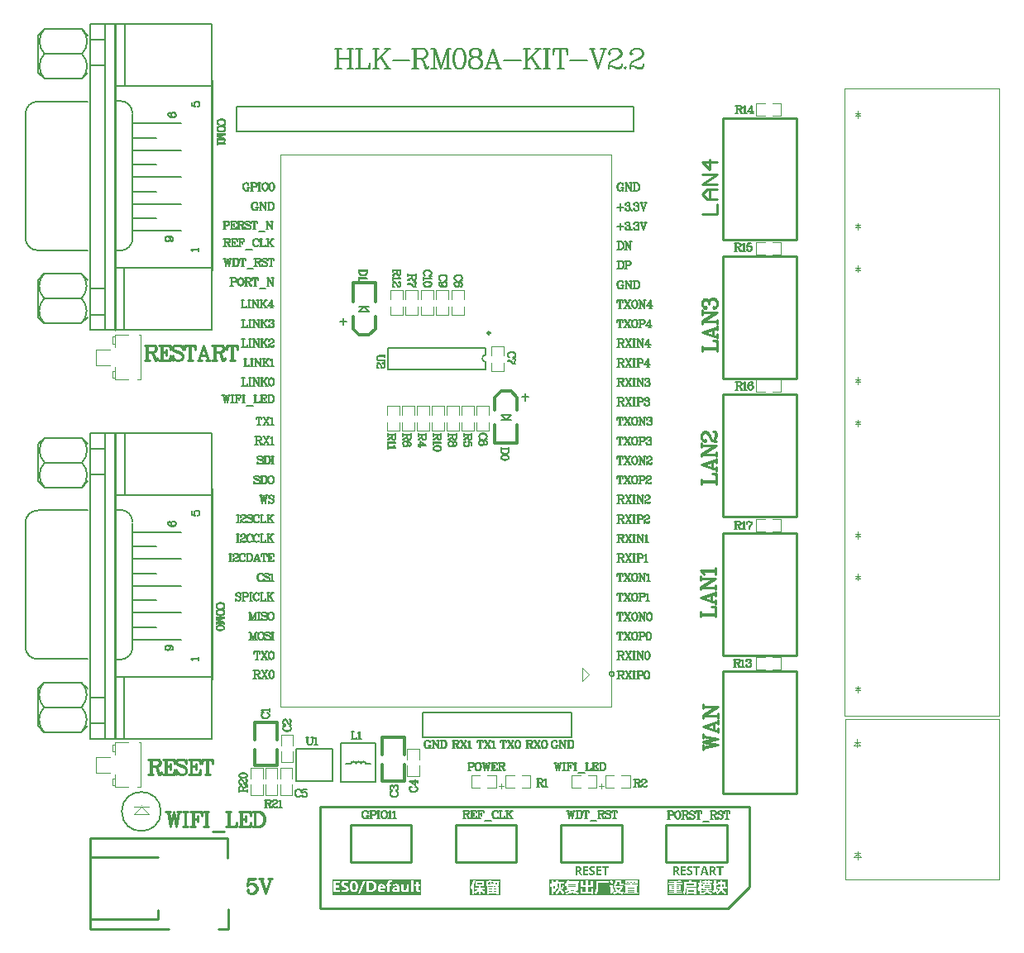
<source format=gto>
%FSLAX44Y44*%
%MOMM*%
G71*
G01*
G75*
%ADD10R,0.6000X2.2000*%
%ADD11R,2.0000X1.5000*%
%ADD12R,0.8000X0.6000*%
%ADD13R,0.6000X0.8000*%
%ADD14R,1.2700X1.5240*%
%ADD15R,1.2700X1.2700*%
%ADD16R,0.8000X0.9000*%
%ADD17R,0.8000X0.4000*%
%ADD18O,3.3000X1.5000*%
%ADD19C,0.2540*%
%ADD20C,0.7620*%
%ADD21C,0.5080*%
%ADD22R,2.6590X2.6992*%
%ADD23R,3.6830X1.3208*%
%ADD24O,5.0800X2.5400*%
%ADD25O,2.5400X5.0800*%
%ADD26P,1.7046X8X112.5*%
%ADD27C,1.5748*%
%ADD28C,1.5750*%
%ADD29O,3.0000X5.0000*%
%ADD30C,2.5000*%
%ADD31C,3.2500*%
%ADD32C,1.2000*%
%ADD33O,1.5000X1.2000*%
%ADD34C,1.5000*%
%ADD35C,3.2000*%
%ADD36R,1.5000X1.5000*%
%ADD37C,1.3000*%
%ADD38R,1.2000X1.2000*%
%ADD39R,1.3000X1.3000*%
%ADD40O,0.9000X1.4000*%
%ADD41C,4.0000*%
%ADD42C,0.7112*%
%ADD43C,0.8000*%
%ADD44C,1.2700*%
%ADD45C,1.0160*%
%ADD46R,2.6082X2.7000*%
%ADD47C,1.1000*%
%ADD48C,0.2000*%
%ADD49C,0.2500*%
%ADD50C,0.2032*%
%ADD51C,0.1500*%
%ADD52C,0.1001*%
%ADD53C,0.1000*%
%ADD54C,0.3048*%
%ADD55C,0.1270*%
%ADD56C,0.1016*%
%ADD57C,0.1200*%
%ADD58C,0.1524*%
G36*
X622370Y94000D02*
X620340D01*
X619692Y95988D01*
X616520D01*
X615872Y94000D01*
X613856D01*
X617056Y102712D01*
X619241D01*
X622370Y94000D01*
D02*
G37*
G36*
X613602Y101189D02*
X611107D01*
Y94000D01*
X609246D01*
Y101189D01*
X606765D01*
Y102712D01*
X613602D01*
Y101189D01*
D02*
G37*
G36*
X637539D02*
X635043D01*
Y94000D01*
X633183D01*
Y101189D01*
X630702D01*
Y102712D01*
X637539D01*
Y101189D01*
D02*
G37*
G36*
X626811Y102698D02*
X627022Y102670D01*
X627248Y102641D01*
X627516Y102585D01*
X627798Y102515D01*
X628094Y102416D01*
X628376Y102289D01*
X628657Y102134D01*
X628925Y101937D01*
X629165Y101711D01*
X629362Y101443D01*
X629517Y101119D01*
X629574Y100950D01*
X629616Y100766D01*
X629630Y100555D01*
X629644Y100344D01*
Y100330D01*
Y100301D01*
Y100259D01*
X629630Y100189D01*
Y100118D01*
X629616Y100034D01*
X629574Y99822D01*
X629517Y99582D01*
X629419Y99329D01*
X629292Y99075D01*
X629123Y98821D01*
X629095Y98793D01*
X629024Y98722D01*
X628911Y98610D01*
X628742Y98469D01*
X628545Y98328D01*
X628291Y98173D01*
X628009Y98046D01*
X627685Y97933D01*
Y97905D01*
X627699D01*
X627713Y97891D01*
X627798Y97863D01*
X627910Y97778D01*
X628079Y97665D01*
X628178Y97581D01*
X628277Y97496D01*
X628390Y97383D01*
X628503Y97256D01*
X628629Y97115D01*
X628756Y96960D01*
X628883Y96777D01*
X629024Y96580D01*
X630659Y94000D01*
X628531D01*
X627163Y96256D01*
Y96270D01*
X627149Y96284D01*
X627093Y96368D01*
X627008Y96495D01*
X626924Y96636D01*
X626811Y96791D01*
X626684Y96932D01*
X626571Y97059D01*
X626458Y97158D01*
X626444Y97172D01*
X626416Y97186D01*
X626360Y97228D01*
X626289Y97270D01*
X626106Y97341D01*
X626007Y97355D01*
X625895Y97369D01*
X625331D01*
Y94000D01*
X623470D01*
Y102712D01*
X626670D01*
X626811Y102698D01*
D02*
G37*
G36*
X599011Y101189D02*
X595910D01*
Y99145D01*
X598786D01*
Y97623D01*
X595910D01*
Y95508D01*
X599209D01*
Y94000D01*
X594049D01*
Y102712D01*
X599011D01*
Y101189D01*
D02*
G37*
G36*
X409090Y73130D02*
X377981D01*
Y89776D01*
X409090D01*
Y73130D01*
D02*
G37*
G36*
X551602D02*
X459000D01*
Y89776D01*
X551602D01*
Y73130D01*
D02*
G37*
G36*
X589341Y102698D02*
X589552Y102670D01*
X589778Y102641D01*
X590046Y102585D01*
X590328Y102515D01*
X590624Y102416D01*
X590906Y102289D01*
X591188Y102134D01*
X591455Y101937D01*
X591695Y101711D01*
X591893Y101443D01*
X592048Y101119D01*
X592104Y100950D01*
X592146Y100766D01*
X592160Y100555D01*
X592174Y100344D01*
Y100330D01*
Y100301D01*
Y100259D01*
X592160Y100189D01*
Y100118D01*
X592146Y100034D01*
X592104Y99822D01*
X592048Y99582D01*
X591949Y99329D01*
X591822Y99075D01*
X591653Y98821D01*
X591625Y98793D01*
X591554Y98722D01*
X591441Y98610D01*
X591272Y98469D01*
X591075Y98328D01*
X590821Y98173D01*
X590539Y98046D01*
X590215Y97933D01*
Y97905D01*
X590229D01*
X590243Y97891D01*
X590328Y97863D01*
X590441Y97778D01*
X590610Y97665D01*
X590708Y97581D01*
X590807Y97496D01*
X590920Y97383D01*
X591033Y97256D01*
X591160Y97115D01*
X591286Y96960D01*
X591413Y96777D01*
X591554Y96580D01*
X593190Y94000D01*
X591061D01*
X589693Y96256D01*
Y96270D01*
X589679Y96284D01*
X589623Y96368D01*
X589538Y96495D01*
X589454Y96636D01*
X589341Y96791D01*
X589214Y96932D01*
X589101Y97059D01*
X588989Y97158D01*
X588974Y97172D01*
X588946Y97186D01*
X588890Y97228D01*
X588819Y97270D01*
X588636Y97341D01*
X588537Y97355D01*
X588425Y97369D01*
X587861D01*
Y94000D01*
X586000D01*
Y102712D01*
X589200D01*
X589341Y102698D01*
D02*
G37*
G36*
X328095Y73593D02*
X237252D01*
Y89776D01*
X328095D01*
Y73593D01*
D02*
G37*
G36*
X512545Y101189D02*
X509443D01*
Y99145D01*
X512319D01*
Y97623D01*
X509443D01*
Y95508D01*
X512742D01*
Y94000D01*
X507583D01*
Y102712D01*
X512545D01*
Y101189D01*
D02*
G37*
G36*
X499011D02*
X495910D01*
Y99145D01*
X498786D01*
Y97623D01*
X495910D01*
Y95508D01*
X499209D01*
Y94000D01*
X494049D01*
Y102712D01*
X499011D01*
Y101189D01*
D02*
G37*
G36*
X503917Y102853D02*
X504044D01*
X504185Y102839D01*
X504340Y102825D01*
X504678Y102782D01*
X505045Y102726D01*
X505397Y102641D01*
X505736Y102529D01*
Y100781D01*
X505722Y100795D01*
X505694Y100809D01*
X505651Y100837D01*
X505581Y100879D01*
X505496Y100922D01*
X505397Y100978D01*
X505285Y101034D01*
X505158Y101091D01*
X504848Y101189D01*
X504495Y101288D01*
X504100Y101359D01*
X503903Y101387D01*
X503565D01*
X503438Y101373D01*
X503283Y101359D01*
X503114Y101330D01*
X502930Y101274D01*
X502747Y101218D01*
X502578Y101133D01*
X502564Y101119D01*
X502522Y101091D01*
X502451Y101034D01*
X502381Y100950D01*
X502296Y100851D01*
X502240Y100738D01*
X502183Y100611D01*
X502169Y100456D01*
Y100442D01*
Y100400D01*
X502183Y100330D01*
X502211Y100259D01*
X502240Y100160D01*
X502282Y100048D01*
X502352Y99949D01*
X502451Y99836D01*
X502465Y99822D01*
X502508Y99780D01*
X502606Y99723D01*
X502733Y99639D01*
X502818Y99582D01*
X502916Y99526D01*
X503029Y99455D01*
X503156Y99385D01*
X503311Y99315D01*
X503466Y99230D01*
X503649Y99145D01*
X503847Y99061D01*
X503861D01*
X503903Y99033D01*
X503974Y99004D01*
X504058Y98962D01*
X504157Y98920D01*
X504284Y98849D01*
X504552Y98708D01*
X504848Y98539D01*
X505144Y98342D01*
X505412Y98116D01*
X505524Y98004D01*
X505623Y97891D01*
X505651Y97863D01*
X505708Y97778D01*
X505778Y97651D01*
X505877Y97468D01*
X505961Y97256D01*
X506046Y97003D01*
X506102Y96721D01*
X506116Y96411D01*
Y96397D01*
Y96354D01*
Y96298D01*
X506102Y96199D01*
X506088Y96100D01*
X506074Y95974D01*
X506004Y95706D01*
X505905Y95396D01*
X505835Y95240D01*
X505736Y95085D01*
X505637Y94930D01*
X505524Y94775D01*
X505383Y94634D01*
X505228Y94508D01*
X505214D01*
X505186Y94479D01*
X505130Y94451D01*
X505059Y94409D01*
X504975Y94352D01*
X504862Y94296D01*
X504735Y94240D01*
X504580Y94183D01*
X504411Y94127D01*
X504227Y94071D01*
X504016Y94014D01*
X503790Y93958D01*
X503551Y93915D01*
X503283Y93887D01*
X503001Y93873D01*
X502705Y93859D01*
X502564D01*
X502451Y93873D01*
X502324D01*
X502183Y93887D01*
X502014Y93901D01*
X501845Y93915D01*
X501450Y93972D01*
X501041Y94056D01*
X500633Y94169D01*
X500252Y94324D01*
Y96185D01*
X500266Y96171D01*
X500294Y96143D01*
X500351Y96100D01*
X500435Y96044D01*
X500534Y95988D01*
X500647Y95903D01*
X500788Y95833D01*
X500943Y95748D01*
X501112Y95663D01*
X501295Y95593D01*
X501704Y95452D01*
X501916Y95396D01*
X502141Y95353D01*
X502381Y95325D01*
X502635Y95311D01*
X502761D01*
X502902Y95325D01*
X503057Y95339D01*
X503255Y95381D01*
X503438Y95424D01*
X503621Y95494D01*
X503776Y95579D01*
X503790Y95593D01*
X503833Y95621D01*
X503903Y95692D01*
X503974Y95762D01*
X504044Y95861D01*
X504115Y95974D01*
X504157Y96115D01*
X504171Y96256D01*
Y96270D01*
Y96312D01*
X504157Y96382D01*
X504129Y96467D01*
X504100Y96566D01*
X504044Y96678D01*
X503960Y96805D01*
X503861Y96918D01*
X503847Y96932D01*
X503790Y96974D01*
X503692Y97045D01*
X503635Y97101D01*
X503551Y97144D01*
X503452Y97200D01*
X503339Y97270D01*
X503212Y97341D01*
X503057Y97411D01*
X502888Y97496D01*
X502705Y97595D01*
X502494Y97679D01*
X502254Y97778D01*
X502226Y97792D01*
X502169Y97820D01*
X502071Y97863D01*
X501930Y97933D01*
X501774Y98032D01*
X501605Y98145D01*
X501422Y98271D01*
X501239Y98412D01*
X501041Y98581D01*
X500858Y98779D01*
X500689Y98976D01*
X500534Y99202D01*
X500393Y99455D01*
X500294Y99709D01*
X500238Y100005D01*
X500210Y100301D01*
Y100315D01*
Y100358D01*
Y100414D01*
X500224Y100499D01*
X500238Y100597D01*
X500266Y100724D01*
X500322Y100992D01*
X500435Y101302D01*
X500506Y101457D01*
X500605Y101612D01*
X500703Y101767D01*
X500830Y101908D01*
X500971Y102064D01*
X501140Y102190D01*
X501154Y102204D01*
X501183Y102219D01*
X501239Y102247D01*
X501309Y102303D01*
X501408Y102345D01*
X501521Y102402D01*
X501648Y102472D01*
X501803Y102529D01*
X501958Y102599D01*
X502155Y102655D01*
X502352Y102712D01*
X502564Y102768D01*
X502804Y102811D01*
X503057Y102839D01*
X503311Y102853D01*
X503593Y102867D01*
X503805D01*
X503917Y102853D01*
D02*
G37*
G36*
X520199Y101189D02*
X517704D01*
Y94000D01*
X515843D01*
Y101189D01*
X513362D01*
Y102712D01*
X520199D01*
Y101189D01*
D02*
G37*
G36*
X489341Y102698D02*
X489552Y102670D01*
X489778Y102641D01*
X490046Y102585D01*
X490328Y102515D01*
X490624Y102416D01*
X490906Y102289D01*
X491188Y102134D01*
X491455Y101937D01*
X491695Y101711D01*
X491893Y101443D01*
X492048Y101119D01*
X492104Y100950D01*
X492146Y100766D01*
X492160Y100555D01*
X492174Y100344D01*
Y100330D01*
Y100301D01*
Y100259D01*
X492160Y100189D01*
Y100118D01*
X492146Y100034D01*
X492104Y99822D01*
X492048Y99582D01*
X491949Y99329D01*
X491822Y99075D01*
X491653Y98821D01*
X491625Y98793D01*
X491554Y98722D01*
X491441Y98610D01*
X491272Y98469D01*
X491075Y98328D01*
X490821Y98173D01*
X490539Y98046D01*
X490215Y97933D01*
Y97905D01*
X490229D01*
X490243Y97891D01*
X490328Y97863D01*
X490440Y97778D01*
X490610Y97665D01*
X490708Y97581D01*
X490807Y97496D01*
X490920Y97383D01*
X491033Y97256D01*
X491160Y97115D01*
X491286Y96960D01*
X491413Y96777D01*
X491554Y96580D01*
X493190Y94000D01*
X491061D01*
X489693Y96256D01*
Y96270D01*
X489679Y96284D01*
X489623Y96368D01*
X489538Y96495D01*
X489454Y96636D01*
X489341Y96791D01*
X489214Y96932D01*
X489101Y97059D01*
X488989Y97158D01*
X488974Y97172D01*
X488946Y97186D01*
X488890Y97228D01*
X488819Y97270D01*
X488636Y97341D01*
X488537Y97355D01*
X488425Y97369D01*
X487861D01*
Y94000D01*
X486000D01*
Y102712D01*
X489200D01*
X489341Y102698D01*
D02*
G37*
G36*
X641938Y72982D02*
X579981D01*
Y89776D01*
X641938D01*
Y72982D01*
D02*
G37*
G36*
X603917Y102853D02*
X604044D01*
X604185Y102839D01*
X604340Y102825D01*
X604678Y102782D01*
X605045Y102726D01*
X605397Y102641D01*
X605736Y102529D01*
Y100781D01*
X605722Y100795D01*
X605694Y100809D01*
X605651Y100837D01*
X605581Y100879D01*
X605496Y100922D01*
X605397Y100978D01*
X605285Y101034D01*
X605158Y101091D01*
X604848Y101189D01*
X604495Y101288D01*
X604100Y101359D01*
X603903Y101387D01*
X603565D01*
X603438Y101373D01*
X603283Y101359D01*
X603114Y101330D01*
X602930Y101274D01*
X602747Y101218D01*
X602578Y101133D01*
X602564Y101119D01*
X602522Y101091D01*
X602451Y101034D01*
X602381Y100950D01*
X602296Y100851D01*
X602240Y100738D01*
X602183Y100611D01*
X602169Y100456D01*
Y100442D01*
Y100400D01*
X602183Y100330D01*
X602211Y100259D01*
X602240Y100160D01*
X602282Y100048D01*
X602352Y99949D01*
X602451Y99836D01*
X602465Y99822D01*
X602508Y99780D01*
X602606Y99723D01*
X602733Y99639D01*
X602818Y99582D01*
X602916Y99526D01*
X603029Y99455D01*
X603156Y99385D01*
X603311Y99315D01*
X603466Y99230D01*
X603649Y99145D01*
X603847Y99061D01*
X603861D01*
X603903Y99033D01*
X603974Y99004D01*
X604058Y98962D01*
X604157Y98920D01*
X604284Y98849D01*
X604552Y98708D01*
X604848Y98539D01*
X605144Y98342D01*
X605412Y98116D01*
X605524Y98004D01*
X605623Y97891D01*
X605651Y97863D01*
X605708Y97778D01*
X605778Y97651D01*
X605877Y97468D01*
X605961Y97256D01*
X606046Y97003D01*
X606102Y96721D01*
X606116Y96411D01*
Y96397D01*
Y96354D01*
Y96298D01*
X606102Y96199D01*
X606088Y96100D01*
X606074Y95974D01*
X606004Y95706D01*
X605905Y95396D01*
X605835Y95240D01*
X605736Y95085D01*
X605637Y94930D01*
X605524Y94775D01*
X605383Y94634D01*
X605228Y94508D01*
X605214D01*
X605186Y94479D01*
X605130Y94451D01*
X605059Y94409D01*
X604975Y94352D01*
X604862Y94296D01*
X604735Y94240D01*
X604580Y94183D01*
X604411Y94127D01*
X604227Y94071D01*
X604016Y94014D01*
X603790Y93958D01*
X603551Y93915D01*
X603283Y93887D01*
X603001Y93873D01*
X602705Y93859D01*
X602564D01*
X602451Y93873D01*
X602324D01*
X602183Y93887D01*
X602014Y93901D01*
X601845Y93915D01*
X601450Y93972D01*
X601041Y94056D01*
X600633Y94169D01*
X600252Y94324D01*
Y96185D01*
X600266Y96171D01*
X600294Y96143D01*
X600351Y96100D01*
X600435Y96044D01*
X600534Y95988D01*
X600647Y95903D01*
X600788Y95833D01*
X600943Y95748D01*
X601112Y95663D01*
X601295Y95593D01*
X601704Y95452D01*
X601916Y95396D01*
X602141Y95353D01*
X602381Y95325D01*
X602635Y95311D01*
X602761D01*
X602902Y95325D01*
X603057Y95339D01*
X603255Y95381D01*
X603438Y95424D01*
X603621Y95494D01*
X603776Y95579D01*
X603790Y95593D01*
X603833Y95621D01*
X603903Y95692D01*
X603974Y95762D01*
X604044Y95861D01*
X604115Y95974D01*
X604157Y96115D01*
X604171Y96256D01*
Y96270D01*
Y96312D01*
X604157Y96382D01*
X604129Y96467D01*
X604100Y96566D01*
X604044Y96678D01*
X603960Y96805D01*
X603861Y96918D01*
X603847Y96932D01*
X603790Y96974D01*
X603692Y97045D01*
X603635Y97101D01*
X603551Y97144D01*
X603452Y97200D01*
X603339Y97270D01*
X603212Y97341D01*
X603057Y97411D01*
X602888Y97496D01*
X602705Y97595D01*
X602494Y97679D01*
X602254Y97778D01*
X602226Y97792D01*
X602169Y97820D01*
X602071Y97863D01*
X601930Y97933D01*
X601774Y98032D01*
X601605Y98145D01*
X601422Y98271D01*
X601239Y98412D01*
X601041Y98581D01*
X600858Y98779D01*
X600689Y98976D01*
X600534Y99202D01*
X600393Y99455D01*
X600294Y99709D01*
X600238Y100005D01*
X600210Y100301D01*
Y100315D01*
Y100358D01*
Y100414D01*
X600224Y100499D01*
X600238Y100597D01*
X600266Y100724D01*
X600322Y100992D01*
X600435Y101302D01*
X600506Y101457D01*
X600605Y101612D01*
X600703Y101767D01*
X600830Y101908D01*
X600971Y102064D01*
X601140Y102190D01*
X601154Y102204D01*
X601183Y102219D01*
X601239Y102247D01*
X601309Y102303D01*
X601408Y102345D01*
X601521Y102402D01*
X601648Y102472D01*
X601803Y102529D01*
X601958Y102599D01*
X602155Y102655D01*
X602352Y102712D01*
X602564Y102768D01*
X602804Y102811D01*
X603057Y102839D01*
X603311Y102853D01*
X603593Y102867D01*
X603805D01*
X603917Y102853D01*
D02*
G37*
%LPC*%
G36*
X315633Y84647D02*
X313263D01*
Y79963D01*
X313244Y79666D01*
X313189Y79388D01*
X313133Y79166D01*
X313059Y78963D01*
X312966Y78815D01*
X312911Y78703D01*
X312855Y78629D01*
X312837Y78611D01*
X312670Y78444D01*
X312485Y78315D01*
X312281Y78240D01*
X312096Y78166D01*
X311948Y78129D01*
X311800Y78111D01*
X311689D01*
X311430Y78129D01*
X311207Y78185D01*
X311022Y78278D01*
X310856Y78407D01*
X310707Y78537D01*
X310596Y78685D01*
X310504Y78852D01*
X310430Y79037D01*
X310319Y79370D01*
X310282Y79518D01*
X310263Y79666D01*
Y79777D01*
X310245Y79870D01*
Y79925D01*
Y79944D01*
Y84647D01*
X307856D01*
Y79722D01*
Y79407D01*
X307893Y79111D01*
X307930Y78852D01*
X307985Y78592D01*
X308115Y78129D01*
X308300Y77741D01*
X308522Y77407D01*
X308763Y77130D01*
X309022Y76907D01*
X309300Y76722D01*
X309559Y76592D01*
X309819Y76481D01*
X310059Y76407D01*
X310282Y76352D01*
X310467Y76315D01*
X310596Y76296D01*
X310726D01*
X311022Y76315D01*
X311282Y76352D01*
X311541Y76426D01*
X311781Y76519D01*
X312207Y76741D01*
X312559Y77018D01*
X312726Y77148D01*
X312855Y77278D01*
X312966Y77389D01*
X313059Y77500D01*
X313133Y77592D01*
X313189Y77667D01*
X313207Y77703D01*
X313226Y77722D01*
X313263D01*
Y76481D01*
X315633D01*
Y84647D01*
D02*
G37*
G36*
X623829Y88628D02*
X622088D01*
Y87517D01*
X619829D01*
Y88628D01*
X618089D01*
Y87517D01*
X616181D01*
Y86054D01*
X618089D01*
Y85221D01*
X619829D01*
Y86054D01*
X622088D01*
Y85221D01*
X623829D01*
Y86054D01*
X625884D01*
Y87517D01*
X623829D01*
Y88628D01*
D02*
G37*
G36*
X297301Y88777D02*
X296765D01*
X296505Y88739D01*
X296042Y88647D01*
X295635Y88499D01*
X295283Y88351D01*
X295005Y88202D01*
X294894Y88128D01*
X294802Y88054D01*
X294728Y87999D01*
X294672Y87962D01*
X294654Y87943D01*
X294635Y87925D01*
X294468Y87758D01*
X294339Y87591D01*
X294209Y87406D01*
X294117Y87221D01*
X293950Y86851D01*
X293839Y86499D01*
X293783Y86184D01*
X293765Y86054D01*
X293746Y85925D01*
X293728Y85832D01*
Y85758D01*
Y85721D01*
Y85703D01*
Y84647D01*
X292358D01*
Y82870D01*
X293728D01*
Y76481D01*
X296116D01*
Y82870D01*
X297987D01*
Y84647D01*
X296116D01*
Y85573D01*
X296135Y85814D01*
X296172Y86018D01*
X296227Y86203D01*
X296320Y86351D01*
X296413Y86480D01*
X296505Y86592D01*
X296616Y86684D01*
X296746Y86758D01*
X296968Y86851D01*
X297172Y86906D01*
X297246Y86925D01*
X297357D01*
X297690Y86888D01*
X297838Y86869D01*
X297987Y86832D01*
X298098Y86795D01*
X298190Y86777D01*
X298264Y86740D01*
X298283D01*
Y88610D01*
X298079Y88665D01*
X297875Y88702D01*
X297672Y88739D01*
X297468Y88758D01*
X297301Y88777D01*
D02*
G37*
G36*
X251066Y88128D02*
X250788D01*
X250417Y88110D01*
X250084Y88091D01*
X249751Y88054D01*
X249436Y87999D01*
X249158Y87925D01*
X248899Y87851D01*
X248640Y87777D01*
X248436Y87684D01*
X248232Y87610D01*
X248066Y87517D01*
X247918Y87443D01*
X247788Y87388D01*
X247696Y87314D01*
X247621Y87277D01*
X247584Y87258D01*
X247566Y87240D01*
X247344Y87073D01*
X247159Y86869D01*
X246992Y86684D01*
X246862Y86480D01*
X246733Y86277D01*
X246640Y86073D01*
X246492Y85666D01*
X246418Y85314D01*
X246381Y85147D01*
X246362Y85018D01*
X246344Y84907D01*
Y84832D01*
Y84777D01*
Y84758D01*
X246381Y84369D01*
X246455Y83981D01*
X246584Y83647D01*
X246770Y83314D01*
X246973Y83018D01*
X247195Y82759D01*
X247436Y82499D01*
X247696Y82277D01*
X247936Y82092D01*
X248177Y81925D01*
X248399Y81777D01*
X248603Y81648D01*
X248788Y81555D01*
X248918Y81499D01*
X248992Y81462D01*
X249029Y81444D01*
X249343Y81314D01*
X249621Y81203D01*
X249862Y81074D01*
X250084Y80962D01*
X250288Y80870D01*
X250454Y80777D01*
X250603Y80685D01*
X250732Y80611D01*
X250843Y80555D01*
X250917Y80481D01*
X251047Y80388D01*
X251121Y80333D01*
X251140Y80314D01*
X251269Y80166D01*
X251380Y80000D01*
X251454Y79851D01*
X251491Y79722D01*
X251528Y79611D01*
X251547Y79518D01*
Y79463D01*
Y79444D01*
X251528Y79259D01*
X251473Y79074D01*
X251380Y78926D01*
X251288Y78796D01*
X251195Y78703D01*
X251103Y78611D01*
X251047Y78574D01*
X251028Y78555D01*
X250825Y78444D01*
X250584Y78352D01*
X250343Y78296D01*
X250084Y78240D01*
X249880Y78222D01*
X249695Y78204D01*
X249529D01*
X249195Y78222D01*
X248881Y78259D01*
X248584Y78315D01*
X248307Y78389D01*
X247770Y78574D01*
X247529Y78666D01*
X247307Y78777D01*
X247103Y78889D01*
X246918Y78981D01*
X246770Y79092D01*
X246640Y79166D01*
X246529Y79240D01*
X246455Y79296D01*
X246418Y79333D01*
X246399Y79352D01*
Y76907D01*
X246899Y76704D01*
X247436Y76556D01*
X247973Y76444D01*
X248492Y76370D01*
X248714Y76352D01*
X248936Y76333D01*
X249121Y76315D01*
X249288D01*
X249436Y76296D01*
X249621D01*
X250010Y76315D01*
X250380Y76333D01*
X250732Y76370D01*
X251047Y76426D01*
X251343Y76500D01*
X251621Y76574D01*
X251862Y76648D01*
X252084Y76722D01*
X252288Y76796D01*
X252454Y76870D01*
X252602Y76944D01*
X252714Y77018D01*
X252806Y77074D01*
X252880Y77111D01*
X252917Y77148D01*
X252936D01*
X253139Y77315D01*
X253325Y77500D01*
X253473Y77703D01*
X253602Y77907D01*
X253732Y78111D01*
X253825Y78315D01*
X253954Y78722D01*
X254047Y79074D01*
X254065Y79240D01*
X254084Y79370D01*
X254102Y79500D01*
Y79574D01*
Y79629D01*
Y79648D01*
X254084Y80055D01*
X254010Y80426D01*
X253899Y80759D01*
X253787Y81037D01*
X253658Y81277D01*
X253565Y81444D01*
X253491Y81555D01*
X253454Y81592D01*
X253325Y81740D01*
X253176Y81888D01*
X252825Y82184D01*
X252436Y82444D01*
X252047Y82666D01*
X251695Y82851D01*
X251528Y82944D01*
X251399Y82999D01*
X251288Y83055D01*
X251195Y83092D01*
X251140Y83129D01*
X251121D01*
X250862Y83240D01*
X250621Y83351D01*
X250417Y83462D01*
X250214Y83555D01*
X250047Y83647D01*
X249899Y83740D01*
X249769Y83814D01*
X249658Y83888D01*
X249492Y83999D01*
X249362Y84073D01*
X249306Y84129D01*
X249288Y84147D01*
X249158Y84295D01*
X249066Y84425D01*
X249010Y84573D01*
X248973Y84703D01*
X248936Y84795D01*
X248918Y84888D01*
Y84944D01*
Y84962D01*
X248936Y85166D01*
X249010Y85332D01*
X249084Y85480D01*
X249195Y85610D01*
X249288Y85721D01*
X249380Y85795D01*
X249436Y85832D01*
X249454Y85851D01*
X249677Y85962D01*
X249918Y86036D01*
X250158Y86110D01*
X250380Y86147D01*
X250584Y86166D01*
X250751Y86184D01*
X251195D01*
X251454Y86147D01*
X251973Y86054D01*
X252436Y85925D01*
X252843Y85795D01*
X253010Y85721D01*
X253158Y85647D01*
X253288Y85573D01*
X253399Y85518D01*
X253491Y85462D01*
X253547Y85425D01*
X253584Y85406D01*
X253602Y85388D01*
Y87684D01*
X253158Y87832D01*
X252695Y87943D01*
X252213Y88017D01*
X251769Y88073D01*
X251565Y88091D01*
X251380Y88110D01*
X251214D01*
X251066Y88128D01*
D02*
G37*
G36*
X471388Y84777D02*
X469536D01*
Y84073D01*
X469499Y83425D01*
X469462Y82814D01*
X469425Y82240D01*
X469351Y81740D01*
X469295Y81259D01*
X469221Y80851D01*
X469129Y80463D01*
X469055Y80129D01*
X468980Y79851D01*
X468907Y79611D01*
X468851Y79426D01*
X468795Y79259D01*
X468758Y79166D01*
X468740Y79092D01*
X468721Y79074D01*
X468555Y78741D01*
X468332Y78407D01*
X468110Y78092D01*
X467851Y77796D01*
X467314Y77241D01*
X467036Y76981D01*
X466759Y76741D01*
X466499Y76537D01*
X466240Y76333D01*
X466018Y76167D01*
X465833Y76019D01*
X465666Y75907D01*
X465536Y75833D01*
X465462Y75778D01*
X465425Y75759D01*
X465722Y75463D01*
X465999Y75185D01*
X466259Y74907D01*
X466481Y74648D01*
X466647Y74445D01*
X466796Y74278D01*
X466870Y74167D01*
X466907Y74148D01*
Y74130D01*
X467370Y74463D01*
X467795Y74815D01*
X468203Y75167D01*
X468555Y75537D01*
X468869Y75889D01*
X469166Y76241D01*
X469425Y76592D01*
X469647Y76926D01*
X469851Y77222D01*
X470018Y77518D01*
X470147Y77759D01*
X470258Y77981D01*
X470332Y78166D01*
X470406Y78296D01*
X470425Y78370D01*
X470443Y78407D01*
X470684Y77852D01*
X470962Y77352D01*
X471240Y76889D01*
X471517Y76463D01*
X471795Y76074D01*
X472073Y75741D01*
X472351Y75426D01*
X472610Y75167D01*
X472869Y74926D01*
X473091Y74722D01*
X473295Y74556D01*
X473480Y74426D01*
X473628Y74334D01*
X473739Y74259D01*
X473813Y74222D01*
X473832Y74204D01*
X474073Y74611D01*
X474276Y74982D01*
X474480Y75333D01*
X474647Y75630D01*
X474776Y75870D01*
X474869Y76056D01*
X474906Y76111D01*
X474943Y76167D01*
X474961Y76185D01*
Y76204D01*
X474517Y76426D01*
X474110Y76685D01*
X473721Y77000D01*
X473350Y77333D01*
X473017Y77685D01*
X472702Y78055D01*
X472425Y78426D01*
X472165Y78815D01*
X471943Y79166D01*
X471740Y79500D01*
X471573Y79814D01*
X471443Y80092D01*
X471332Y80314D01*
X471240Y80481D01*
X471203Y80592D01*
X471184Y80629D01*
X471221Y80944D01*
X471240Y81277D01*
X471295Y81981D01*
X471314Y82666D01*
X471332Y82999D01*
X471351Y83314D01*
Y83629D01*
X471369Y83907D01*
Y84147D01*
X471388Y84369D01*
Y84536D01*
Y84666D01*
Y84740D01*
Y84777D01*
D02*
G37*
G36*
X479942Y88758D02*
X477868D01*
X477702Y88388D01*
X477517Y88017D01*
X477109Y87332D01*
X476906Y87017D01*
X476684Y86703D01*
X476461Y86406D01*
X476258Y86147D01*
X476054Y85906D01*
X475869Y85684D01*
X475702Y85499D01*
X475573Y85332D01*
X475443Y85203D01*
X475350Y85110D01*
X475295Y85055D01*
X475276Y85036D01*
X475406Y84610D01*
X475517Y84221D01*
X475610Y83870D01*
X475684Y83555D01*
X475758Y83295D01*
X475795Y83110D01*
X475813Y83036D01*
X475832Y82981D01*
Y82962D01*
Y82944D01*
X476072Y83166D01*
X476295Y83388D01*
X476498Y83610D01*
X476684Y83795D01*
X476832Y83962D01*
X476961Y84092D01*
X477035Y84166D01*
X477054Y84203D01*
Y80444D01*
X478517D01*
X478017Y79907D01*
X477480Y79407D01*
X476924Y78944D01*
X476406Y78555D01*
X476165Y78389D01*
X475943Y78240D01*
X475739Y78092D01*
X475573Y77981D01*
X475443Y77889D01*
X475332Y77833D01*
X475258Y77796D01*
X475239Y77778D01*
X475480Y77518D01*
X475721Y77259D01*
X475924Y77018D01*
X476091Y76815D01*
X476239Y76648D01*
X476350Y76519D01*
X476424Y76444D01*
X476443Y76407D01*
X476869Y76685D01*
X477257Y76963D01*
X477609Y77222D01*
X477924Y77481D01*
X478183Y77685D01*
X478387Y77852D01*
X478461Y77907D01*
X478517Y77963D01*
X478535Y77981D01*
X478554Y78000D01*
X478905Y77741D01*
X479276Y77518D01*
X479628Y77296D01*
X479942Y77111D01*
X480202Y76963D01*
X480331Y76889D01*
X480424Y76833D01*
X480498Y76796D01*
X480553Y76759D01*
X480591Y76741D01*
X480609D01*
X479757Y76537D01*
X478905Y76333D01*
X478072Y76167D01*
X477683Y76093D01*
X477332Y76019D01*
X476980Y75963D01*
X476684Y75907D01*
X476406Y75852D01*
X476165Y75815D01*
X475980Y75778D01*
X475832Y75759D01*
X475758Y75741D01*
X475721D01*
X475961Y75426D01*
X476165Y75130D01*
X476350Y74852D01*
X476517Y74611D01*
X476646Y74408D01*
X476758Y74259D01*
X476813Y74167D01*
X476832Y74130D01*
X477443Y74259D01*
X478017Y74408D01*
X478591Y74537D01*
X479146Y74685D01*
X479665Y74833D01*
X480165Y74963D01*
X480609Y75093D01*
X481053Y75222D01*
X481442Y75352D01*
X481776Y75463D01*
X482090Y75556D01*
X482331Y75630D01*
X482535Y75704D01*
X482683Y75759D01*
X482775Y75778D01*
X482812Y75796D01*
X483831Y75444D01*
X484868Y75148D01*
X485386Y75019D01*
X485886Y74889D01*
X486368Y74778D01*
X486812Y74667D01*
X487238Y74574D01*
X487627Y74500D01*
X487960Y74426D01*
X488256Y74370D01*
X488497Y74334D01*
X488682Y74296D01*
X488793Y74278D01*
X488830D01*
X488997Y74611D01*
X489201Y74926D01*
X489386Y75241D01*
X489571Y75519D01*
X489738Y75759D01*
X489867Y75944D01*
X489923Y76019D01*
X489960Y76074D01*
X489997Y76093D01*
Y76111D01*
X489034Y76204D01*
X488590Y76241D01*
X488145Y76296D01*
X487738Y76352D01*
X487349Y76407D01*
X486997Y76463D01*
X486664Y76519D01*
X486349Y76556D01*
X486090Y76611D01*
X485849Y76648D01*
X485664Y76685D01*
X485497Y76722D01*
X485386Y76741D01*
X485312Y76759D01*
X485294D01*
X485960Y77055D01*
X486590Y77370D01*
X487145Y77667D01*
X487405Y77815D01*
X487645Y77944D01*
X487868Y78055D01*
X488071Y78166D01*
X488238Y78278D01*
X488386Y78352D01*
X488497Y78426D01*
X488571Y78481D01*
X488627Y78500D01*
X488645Y78518D01*
Y79759D01*
X480183D01*
X480368Y80000D01*
X480535Y80222D01*
X480591Y80314D01*
X480646Y80388D01*
X480664Y80426D01*
X480683Y80444D01*
X488645D01*
Y85647D01*
X478202D01*
X478387Y85925D01*
X478554Y86166D01*
X478609Y86258D01*
X478665Y86332D01*
X478683Y86369D01*
X478702Y86388D01*
X489701D01*
Y87869D01*
X479535D01*
X479683Y88202D01*
X479757Y88351D01*
X479813Y88480D01*
X479868Y88591D01*
X479905Y88684D01*
X479942Y88739D01*
Y88758D01*
D02*
G37*
G36*
X549694Y88239D02*
X536770D01*
Y84888D01*
X541917D01*
Y84240D01*
X536159D01*
Y82907D01*
X541917D01*
Y82314D01*
X537492D01*
Y75926D01*
X535844D01*
Y74574D01*
X550602D01*
Y75926D01*
X548954D01*
Y82314D01*
X544176D01*
Y82907D01*
X550268D01*
Y84240D01*
X544176D01*
Y84888D01*
X549694D01*
Y88239D01*
D02*
G37*
G36*
X520142Y87925D02*
X507347D01*
Y82073D01*
X507328Y81333D01*
X507273Y80648D01*
X507199Y80018D01*
X507088Y79426D01*
X506958Y78870D01*
X506810Y78370D01*
X506662Y77926D01*
X506495Y77518D01*
X506329Y77167D01*
X506180Y76870D01*
X506032Y76611D01*
X505903Y76389D01*
X505810Y76222D01*
X505718Y76111D01*
X505662Y76037D01*
X505643Y76019D01*
X505921Y75741D01*
X506199Y75444D01*
X506495Y75130D01*
X506754Y74833D01*
X506995Y74556D01*
X507180Y74352D01*
X507254Y74259D01*
X507310Y74204D01*
X507328Y74167D01*
X507347Y74148D01*
X507754Y74685D01*
X508106Y75259D01*
X508402Y75870D01*
X508662Y76500D01*
X508884Y77130D01*
X509069Y77778D01*
X509217Y78407D01*
X509347Y79018D01*
X509439Y79592D01*
X509513Y80111D01*
X509550Y80592D01*
X509569Y80814D01*
X509587Y81018D01*
X509606Y81203D01*
Y81351D01*
X509624Y81499D01*
Y81610D01*
Y81703D01*
Y81777D01*
Y81814D01*
Y81833D01*
Y85795D01*
X520142D01*
Y87925D01*
D02*
G37*
G36*
X400387Y88777D02*
X399461Y88554D01*
X398517Y88369D01*
X398072Y88295D01*
X397628Y88221D01*
X397220Y88165D01*
X396832Y88110D01*
X396461Y88054D01*
X396128Y88017D01*
X395832Y87980D01*
X395591Y87962D01*
X395387Y87925D01*
X395239D01*
X395146Y87906D01*
X395109D01*
Y84240D01*
X395072Y84055D01*
X394998Y83888D01*
X394906Y83740D01*
X394813Y83610D01*
X394721Y83518D01*
X394628Y83444D01*
X394572Y83388D01*
X394554Y83370D01*
X395387Y81796D01*
X395572Y81907D01*
X395795Y82018D01*
X396072Y82129D01*
X396387Y82240D01*
X396739Y82351D01*
X397109Y82444D01*
X397850Y82629D01*
X398220Y82703D01*
X398572Y82777D01*
X398887Y82851D01*
X399165Y82907D01*
X399405Y82944D01*
X399590Y82981D01*
X399646D01*
X399702Y82999D01*
X399739D01*
X400090Y82259D01*
X401201Y82833D01*
X401535Y82518D01*
X401683Y82370D01*
X401831Y82240D01*
X401942Y82129D01*
X402035Y82036D01*
X402090Y81981D01*
X402109Y81962D01*
X402479Y82296D01*
X402812Y82629D01*
X403109Y82999D01*
X403368Y83370D01*
X403590Y83740D01*
X403775Y84110D01*
X403942Y84462D01*
X404072Y84814D01*
X404164Y85147D01*
X404257Y85443D01*
X404312Y85721D01*
X404368Y85943D01*
X404386Y86147D01*
X404405Y86277D01*
X404423Y86369D01*
Y86406D01*
X406164D01*
Y86110D01*
X406145Y85832D01*
X406127Y85573D01*
Y85369D01*
X406108Y85166D01*
X406090Y84999D01*
Y84851D01*
X406071Y84721D01*
X406053Y84610D01*
X406034Y84536D01*
X406016Y84406D01*
X405997Y84333D01*
Y84314D01*
X405942Y84184D01*
X405849Y84092D01*
X405756Y84018D01*
X405645Y83981D01*
X405553Y83944D01*
X405479Y83925D01*
X405238D01*
X405034Y83944D01*
X404812D01*
X404571Y83962D01*
X404368Y83981D01*
X404183D01*
X404109Y83999D01*
X404016D01*
X404072Y83666D01*
X404127Y83351D01*
X404183Y83018D01*
X404220Y82722D01*
X404257Y82462D01*
X404294Y82277D01*
Y82203D01*
X404312Y82148D01*
Y82111D01*
Y82092D01*
X404664Y82073D01*
X405275D01*
X405534Y82092D01*
X405756Y82111D01*
X405960D01*
X406145Y82129D01*
X406293Y82166D01*
X406405Y82184D01*
X406516Y82203D01*
X406608Y82222D01*
X406664Y82240D01*
X406756Y82259D01*
X406775Y82277D01*
X406942Y82388D01*
X407108Y82518D01*
X407238Y82666D01*
X407367Y82796D01*
X407460Y82925D01*
X407534Y83018D01*
X407571Y83092D01*
X407590Y83110D01*
X407645Y83240D01*
X407701Y83370D01*
X407793Y83703D01*
X407867Y84092D01*
X407904Y84462D01*
X407941Y84814D01*
X407960Y84981D01*
Y85110D01*
X407979Y85221D01*
Y85314D01*
Y85369D01*
Y85388D01*
X408090Y88017D01*
X401331D01*
Y86406D01*
X402535D01*
X402498Y86110D01*
X402442Y85832D01*
X402275Y85314D01*
X402090Y84869D01*
X401979Y84666D01*
X401868Y84499D01*
X401775Y84333D01*
X401664Y84184D01*
X401572Y84073D01*
X401498Y83981D01*
X401424Y83907D01*
X401368Y83833D01*
X401349Y83814D01*
X401331Y83795D01*
X401053Y84333D01*
X400794Y84832D01*
X400535Y85295D01*
X400331Y85703D01*
X400220Y85869D01*
X400127Y86036D01*
X400053Y86184D01*
X399998Y86295D01*
X399942Y86388D01*
X399905Y86462D01*
X399868Y86499D01*
Y86517D01*
X398387Y85740D01*
X398609Y85314D01*
X398702Y85110D01*
X398794Y84944D01*
X398868Y84795D01*
X398924Y84684D01*
X398961Y84592D01*
X398979Y84573D01*
X397017Y84184D01*
Y86388D01*
X397757Y86517D01*
X398479Y86666D01*
X399146Y86795D01*
X399461Y86851D01*
X399739Y86925D01*
X399998Y86980D01*
X400238Y87017D01*
X400442Y87073D01*
X400627Y87110D01*
X400775Y87147D01*
X400868Y87165D01*
X400942Y87184D01*
X400961D01*
X400387Y88777D01*
D02*
G37*
G36*
X604386D02*
X602109Y88277D01*
X602257Y87888D01*
X602331Y87703D01*
X602405Y87536D01*
X602461Y87388D01*
X602498Y87277D01*
X602516Y87203D01*
X602535Y87184D01*
X597498D01*
Y82092D01*
X597480Y81407D01*
X597443Y80759D01*
X597369Y80129D01*
X597276Y79555D01*
X597165Y79000D01*
X597054Y78500D01*
X596924Y78037D01*
X596795Y77611D01*
X596646Y77241D01*
X596517Y76907D01*
X596406Y76630D01*
X596295Y76389D01*
X596202Y76204D01*
X596128Y76074D01*
X596091Y76000D01*
X596073Y75963D01*
X596387Y75611D01*
X596665Y75278D01*
X596924Y74982D01*
X597146Y74741D01*
X597313Y74519D01*
X597443Y74370D01*
X597535Y74278D01*
X597554Y74241D01*
X597887Y74796D01*
X598183Y75370D01*
X598443Y75981D01*
X598665Y76630D01*
X598850Y77259D01*
X599017Y77907D01*
X599146Y78537D01*
X599239Y79148D01*
X599313Y79722D01*
X599387Y80240D01*
X599424Y80722D01*
X599442Y81129D01*
X599461Y81314D01*
Y81481D01*
X599480Y81610D01*
Y81722D01*
Y81814D01*
Y81888D01*
Y81925D01*
Y81944D01*
X609812D01*
Y87184D01*
X605035D01*
X604924Y87499D01*
X604794Y87777D01*
X604683Y88054D01*
X604590Y88295D01*
X604516Y88499D01*
X604442Y88647D01*
X604405Y88739D01*
X604386Y88777D01*
D02*
G37*
G36*
X609701Y80537D02*
X599943D01*
Y74204D01*
X601924D01*
Y74982D01*
X607719D01*
Y74241D01*
X609701D01*
Y80537D01*
D02*
G37*
G36*
X636309Y88628D02*
X634383D01*
X634365Y86425D01*
X631976D01*
Y84555D01*
X634328D01*
X634291Y83907D01*
Y83629D01*
X634272Y83351D01*
X634254Y83092D01*
X634235Y82851D01*
Y82629D01*
X634217Y82425D01*
X634198Y82259D01*
Y82092D01*
X634180Y81962D01*
Y81851D01*
Y81759D01*
X634161Y81703D01*
Y81666D01*
Y81648D01*
X631087D01*
Y79759D01*
X633828D01*
X633661Y79333D01*
X633439Y78907D01*
X633161Y78518D01*
X632865Y78148D01*
X632550Y77815D01*
X632217Y77481D01*
X631865Y77185D01*
X631513Y76926D01*
X631180Y76685D01*
X630865Y76481D01*
X630569Y76296D01*
X630310Y76148D01*
X630106Y76019D01*
X629939Y75944D01*
X629828Y75889D01*
X629810Y75870D01*
X629791D01*
X630051Y75519D01*
X630310Y75185D01*
X630550Y74871D01*
X630754Y74574D01*
X630921Y74334D01*
X631050Y74148D01*
X631106Y74074D01*
X631124Y74019D01*
X631161Y74000D01*
Y73982D01*
X631772Y74389D01*
X632309Y74796D01*
X632809Y75204D01*
X633254Y75630D01*
X633643Y76037D01*
X633994Y76426D01*
X634291Y76796D01*
X634550Y77167D01*
X634772Y77500D01*
X634957Y77796D01*
X635106Y78074D01*
X635217Y78296D01*
X635309Y78481D01*
X635365Y78629D01*
X635383Y78703D01*
X635402Y78741D01*
X635680Y78129D01*
X635976Y77555D01*
X636309Y77037D01*
X636642Y76574D01*
X637013Y76167D01*
X637365Y75778D01*
X637735Y75444D01*
X638068Y75167D01*
X638401Y74907D01*
X638716Y74704D01*
X638994Y74519D01*
X639253Y74389D01*
X639457Y74278D01*
X639605Y74204D01*
X639698Y74167D01*
X639735Y74148D01*
X639994Y74574D01*
X640216Y74945D01*
X640420Y75259D01*
X640605Y75537D01*
X640735Y75741D01*
X640846Y75907D01*
X640920Y76000D01*
X640938Y76037D01*
X640420Y76259D01*
X639938Y76500D01*
X639475Y76778D01*
X639068Y77074D01*
X638698Y77370D01*
X638346Y77685D01*
X638050Y78000D01*
X637772Y78296D01*
X637531Y78592D01*
X637327Y78870D01*
X637161Y79111D01*
X637013Y79333D01*
X636902Y79500D01*
X636828Y79648D01*
X636791Y79722D01*
X636772Y79759D01*
X640938D01*
Y81648D01*
X639901D01*
Y86425D01*
X636291D01*
X636309Y88628D01*
D02*
G37*
G36*
X614904D02*
X613071D01*
Y85721D01*
X611349D01*
Y83981D01*
X612886D01*
X612645Y83222D01*
X612367Y82499D01*
X612219Y82166D01*
X612089Y81851D01*
X611941Y81555D01*
X611812Y81277D01*
X611682Y81018D01*
X611571Y80796D01*
X611460Y80592D01*
X611386Y80426D01*
X611312Y80296D01*
X611256Y80185D01*
X611219Y80129D01*
X611201Y80111D01*
X611312Y79518D01*
X611423Y78981D01*
X611460Y78741D01*
X611497Y78518D01*
X611534Y78296D01*
X611571Y78111D01*
X611589Y77944D01*
X611627Y77815D01*
X611645Y77685D01*
X611664Y77574D01*
Y77500D01*
X611682Y77444D01*
Y77407D01*
Y77389D01*
X611978Y77926D01*
X612238Y78444D01*
X612478Y78944D01*
X612682Y79407D01*
X612775Y79611D01*
X612849Y79796D01*
X612904Y79963D01*
X612978Y80111D01*
X613015Y80222D01*
X613052Y80296D01*
X613071Y80351D01*
Y74130D01*
X614904D01*
Y81092D01*
X615182Y80703D01*
X615311Y80518D01*
X615404Y80370D01*
X615496Y80222D01*
X615570Y80129D01*
X615607Y80055D01*
X615626Y80037D01*
X616756Y81148D01*
Y79555D01*
X619940D01*
X619922Y79259D01*
X619903Y79129D01*
X619885Y79018D01*
X619866Y78926D01*
X619848Y78852D01*
X619829Y78815D01*
Y78796D01*
X615959D01*
Y77370D01*
X619107D01*
X618904Y77167D01*
X618681Y76981D01*
X618441Y76815D01*
X618163Y76648D01*
X617589Y76370D01*
X616996Y76148D01*
X616718Y76037D01*
X616459Y75963D01*
X616219Y75889D01*
X616015Y75833D01*
X615830Y75796D01*
X615700Y75759D01*
X615626Y75741D01*
X615589D01*
X615830Y75426D01*
X616033Y75111D01*
X616237Y74833D01*
X616404Y74556D01*
X616533Y74334D01*
X616626Y74148D01*
X616700Y74037D01*
X616718Y74019D01*
Y74000D01*
X617274Y74185D01*
X617774Y74389D01*
X618237Y74611D01*
X618663Y74852D01*
X619033Y75074D01*
X619385Y75315D01*
X619681Y75556D01*
X619940Y75796D01*
X620181Y76019D01*
X620366Y76222D01*
X620533Y76407D01*
X620663Y76574D01*
X620755Y76704D01*
X620829Y76796D01*
X620866Y76870D01*
X620885Y76889D01*
X621162Y76537D01*
X621477Y76204D01*
X621792Y75889D01*
X622125Y75611D01*
X622477Y75352D01*
X622811Y75130D01*
X623162Y74926D01*
X623477Y74741D01*
X623792Y74593D01*
X624088Y74445D01*
X624347Y74334D01*
X624570Y74241D01*
X624755Y74185D01*
X624903Y74130D01*
X624977Y74111D01*
X625014Y74093D01*
X625199Y74482D01*
X625384Y74852D01*
X625551Y75167D01*
X625699Y75444D01*
X625829Y75685D01*
X625921Y75852D01*
X625977Y75963D01*
X625995Y76000D01*
X625606Y76056D01*
X625218Y76148D01*
X624866Y76241D01*
X624533Y76333D01*
X624218Y76444D01*
X623922Y76556D01*
X623662Y76685D01*
X623422Y76796D01*
X623199Y76907D01*
X622996Y77018D01*
X622829Y77111D01*
X622699Y77204D01*
X622588Y77278D01*
X622514Y77333D01*
X622459Y77352D01*
X622440Y77370D01*
X625810D01*
Y78796D01*
X621718D01*
X621755Y79055D01*
X621792Y79314D01*
Y79407D01*
X621811Y79481D01*
Y79537D01*
Y79555D01*
X625292D01*
Y84869D01*
X616756D01*
Y81333D01*
X616441Y81648D01*
X616126Y81962D01*
X615811Y82259D01*
X615533Y82536D01*
X615274Y82777D01*
X615089Y82962D01*
X615015Y83036D01*
X614959Y83092D01*
X614922Y83110D01*
X614904Y83129D01*
Y83981D01*
X616274D01*
Y85721D01*
X614904D01*
Y88628D01*
D02*
G37*
G36*
X594295Y88221D02*
X592054Y88128D01*
X590943Y88091D01*
X589851Y88054D01*
X588796Y88036D01*
X587777Y87999D01*
X586814Y87980D01*
X585907Y87962D01*
X585481Y87943D01*
X585074D01*
X584685Y87925D01*
X583981D01*
X583666Y87906D01*
X582852D01*
X582648Y87888D01*
X582018D01*
X582130Y87388D01*
X582185Y87165D01*
X582222Y86962D01*
X582259Y86795D01*
X582278Y86666D01*
X582296Y86592D01*
Y86554D01*
X587333Y86647D01*
Y85906D01*
X581018D01*
Y84573D01*
X587333D01*
Y83851D01*
X582463D01*
Y78648D01*
X587333D01*
Y77907D01*
X581944D01*
Y76667D01*
X587333D01*
Y75944D01*
X580981D01*
Y74611D01*
X595665D01*
Y75944D01*
X589277D01*
Y76667D01*
X594758D01*
Y77907D01*
X589277D01*
Y78648D01*
X594202D01*
Y83851D01*
X589277D01*
Y84573D01*
X595665D01*
Y85906D01*
X589277D01*
Y86684D01*
X594573Y86832D01*
X594536Y87073D01*
X594480Y87277D01*
X594443Y87462D01*
X594425Y87628D01*
X594388Y87758D01*
X594369Y87869D01*
X594351Y87962D01*
X594332Y88036D01*
X594313Y88147D01*
X594295Y88202D01*
Y88221D01*
D02*
G37*
G36*
X407367Y81518D02*
X395684D01*
Y74204D01*
X397665D01*
Y74889D01*
X405386D01*
Y74241D01*
X407367D01*
Y81518D01*
D02*
G37*
G36*
X381555Y88739D02*
X381352Y87980D01*
X381148Y87240D01*
X380944Y86554D01*
X380722Y85906D01*
X380500Y85295D01*
X380296Y84740D01*
X380093Y84221D01*
X379889Y83740D01*
X379704Y83333D01*
X379537Y82962D01*
X379370Y82629D01*
X379241Y82370D01*
X379130Y82166D01*
X379056Y82018D01*
X379000Y81925D01*
X378982Y81888D01*
X379093Y81370D01*
X379204Y80870D01*
X379278Y80388D01*
X379352Y79963D01*
X379389Y79777D01*
X379407Y79592D01*
X379426Y79444D01*
X379444Y79314D01*
X379463Y79222D01*
X379481Y79129D01*
Y79092D01*
Y79074D01*
X379870Y79666D01*
X380037Y79925D01*
X380204Y80185D01*
X380333Y80388D01*
X380426Y80555D01*
X380500Y80666D01*
X380518Y80703D01*
Y74130D01*
X382370D01*
Y84610D01*
X382611Y85240D01*
X382833Y85869D01*
X383037Y86462D01*
X383129Y86740D01*
X383222Y86999D01*
X383296Y87240D01*
X383351Y87462D01*
X383407Y87666D01*
X383462Y87832D01*
X383499Y87962D01*
X383537Y88073D01*
X383555Y88128D01*
Y88147D01*
X381555Y88739D01*
D02*
G37*
G36*
X630088Y88721D02*
X628125D01*
Y85129D01*
X626588D01*
Y83166D01*
X628125D01*
Y78259D01*
X627791Y78166D01*
X627458Y78074D01*
X627162Y77981D01*
X626884Y77907D01*
X626643Y77852D01*
X626477Y77796D01*
X626403Y77778D01*
X626347D01*
X626329Y77759D01*
X626310D01*
X626977Y75796D01*
X627865Y76093D01*
X628717Y76389D01*
X629125Y76519D01*
X629532Y76648D01*
X629902Y76778D01*
X630254Y76889D01*
X630588Y77000D01*
X630884Y77092D01*
X631143Y77185D01*
X631347Y77259D01*
X631532Y77315D01*
X631661Y77352D01*
X631754Y77389D01*
X631772D01*
X631717Y77741D01*
X631680Y78092D01*
X631643Y78426D01*
X631624Y78722D01*
X631606Y78963D01*
X631587Y79148D01*
Y79222D01*
Y79277D01*
Y79296D01*
Y79314D01*
X630088Y78833D01*
Y83166D01*
X631606D01*
Y85129D01*
X630088D01*
Y88721D01*
D02*
G37*
G36*
X392554Y88110D02*
X383888D01*
Y82573D01*
X387110D01*
Y81240D01*
X382925D01*
Y79555D01*
X386018D01*
X385444Y78889D01*
X385148Y78592D01*
X384833Y78315D01*
X384537Y78037D01*
X384259Y77796D01*
X383981Y77574D01*
X383703Y77370D01*
X383462Y77185D01*
X383222Y77018D01*
X383037Y76870D01*
X382851Y76759D01*
X382722Y76667D01*
X382611Y76611D01*
X382537Y76574D01*
X382518Y76556D01*
X382759Y76222D01*
X382963Y75907D01*
X383148Y75611D01*
X383314Y75352D01*
X383444Y75111D01*
X383555Y74945D01*
X383611Y74833D01*
X383629Y74815D01*
Y74796D01*
X384351Y75352D01*
X385018Y75926D01*
X385333Y76222D01*
X385610Y76500D01*
X385888Y76778D01*
X386129Y77055D01*
X386351Y77296D01*
X386536Y77537D01*
X386703Y77741D01*
X386851Y77907D01*
X386962Y78055D01*
X387036Y78166D01*
X387092Y78240D01*
X387110Y78259D01*
Y74130D01*
X389203D01*
Y78352D01*
X389443Y77981D01*
X389684Y77629D01*
X389943Y77278D01*
X390221Y76963D01*
X390499Y76667D01*
X390777Y76389D01*
X391054Y76130D01*
X391314Y75907D01*
X391554Y75704D01*
X391795Y75519D01*
X391999Y75352D01*
X392184Y75222D01*
X392332Y75111D01*
X392443Y75037D01*
X392517Y75000D01*
X392536Y74982D01*
X392702Y75278D01*
X392906Y75593D01*
X393091Y75907D01*
X393276Y76222D01*
X393443Y76481D01*
X393573Y76704D01*
X393628Y76778D01*
X393665Y76833D01*
X393702Y76870D01*
Y76889D01*
X393276Y77092D01*
X392869Y77315D01*
X392480Y77537D01*
X392128Y77759D01*
X391814Y77981D01*
X391517Y78204D01*
X391258Y78426D01*
X391017Y78629D01*
X390814Y78815D01*
X390628Y79000D01*
X390480Y79148D01*
X390351Y79296D01*
X390258Y79407D01*
X390184Y79481D01*
X390147Y79537D01*
X390129Y79555D01*
X393535D01*
Y81240D01*
X389203D01*
Y82573D01*
X392554D01*
Y88110D01*
D02*
G37*
G36*
X498885Y88684D02*
X496663D01*
Y83684D01*
X493811D01*
Y87388D01*
X491756D01*
Y81722D01*
X496663D01*
Y76815D01*
X493293D01*
Y80444D01*
X491219D01*
Y74871D01*
X502273D01*
Y74185D01*
X504329D01*
Y80444D01*
X502273D01*
Y76815D01*
X498885D01*
Y81722D01*
X503810D01*
Y87388D01*
X501736D01*
Y83684D01*
X498885D01*
Y88684D01*
D02*
G37*
G36*
X523105Y88777D02*
X521457Y87684D01*
X521790Y87258D01*
X522123Y86814D01*
X522457Y86351D01*
X522753Y85906D01*
X522882Y85684D01*
X523012Y85499D01*
X523105Y85332D01*
X523197Y85184D01*
X523271Y85055D01*
X523327Y84962D01*
X523364Y84907D01*
X523382Y84888D01*
X525215Y86129D01*
X524864Y86592D01*
X524512Y87054D01*
X524160Y87499D01*
X523827Y87906D01*
X523679Y88091D01*
X523530Y88258D01*
X523419Y88406D01*
X523308Y88536D01*
X523216Y88628D01*
X523160Y88721D01*
X523123Y88758D01*
X523105Y88777D01*
D02*
G37*
G36*
X288006Y84851D02*
X287840D01*
X287525Y84832D01*
X287210Y84795D01*
X286914Y84740D01*
X286636Y84666D01*
X286395Y84573D01*
X286154Y84462D01*
X285932Y84351D01*
X285729Y84240D01*
X285543Y84129D01*
X285395Y84018D01*
X285247Y83907D01*
X285136Y83814D01*
X285043Y83740D01*
X284988Y83684D01*
X284951Y83647D01*
X284932Y83629D01*
X284729Y83388D01*
X284562Y83147D01*
X284395Y82888D01*
X284266Y82610D01*
X284155Y82351D01*
X284062Y82092D01*
X283932Y81573D01*
X283877Y81351D01*
X283840Y81129D01*
X283821Y80944D01*
X283803Y80777D01*
X283784Y80629D01*
Y80537D01*
Y80463D01*
Y80444D01*
X283803Y80092D01*
X283840Y79759D01*
X283877Y79426D01*
X283951Y79148D01*
X284025Y78870D01*
X284118Y78611D01*
X284229Y78389D01*
X284321Y78185D01*
X284414Y78000D01*
X284525Y77833D01*
X284618Y77703D01*
X284692Y77592D01*
X284766Y77500D01*
X284821Y77444D01*
X284840Y77407D01*
X284858Y77389D01*
X285081Y77204D01*
X285303Y77037D01*
X285543Y76889D01*
X285803Y76759D01*
X286043Y76648D01*
X286303Y76556D01*
X286784Y76426D01*
X287006Y76389D01*
X287228Y76352D01*
X287414Y76333D01*
X287580Y76315D01*
X287710Y76296D01*
X287895D01*
X288543Y76315D01*
X288839Y76352D01*
X289117Y76389D01*
X289376Y76444D01*
X289617Y76481D01*
X289839Y76537D01*
X290043Y76611D01*
X290228Y76667D01*
X290395Y76722D01*
X290524Y76759D01*
X290636Y76815D01*
X290728Y76852D01*
X290784Y76889D01*
X290821Y76907D01*
X290839D01*
Y78648D01*
X290432Y78426D01*
X290024Y78259D01*
X289617Y78148D01*
X289247Y78074D01*
X288913Y78018D01*
X288784Y78000D01*
X288654D01*
X288562Y77981D01*
X288432D01*
X288043Y78000D01*
X287710Y78055D01*
X287414Y78166D01*
X287154Y78278D01*
X286951Y78426D01*
X286765Y78592D01*
X286599Y78759D01*
X286488Y78944D01*
X286377Y79111D01*
X286303Y79277D01*
X286247Y79444D01*
X286210Y79592D01*
X286173Y79722D01*
Y79814D01*
X286154Y79870D01*
Y79889D01*
X291524D01*
Y80907D01*
X291506Y81240D01*
X291487Y81555D01*
X291432Y81851D01*
X291376Y82129D01*
X291302Y82388D01*
X291210Y82629D01*
X291117Y82851D01*
X291043Y83036D01*
X290950Y83222D01*
X290858Y83370D01*
X290765Y83499D01*
X290691Y83610D01*
X290636Y83684D01*
X290580Y83740D01*
X290561Y83777D01*
X290543Y83795D01*
X290358Y83981D01*
X290154Y84147D01*
X289932Y84277D01*
X289710Y84406D01*
X289487Y84518D01*
X289265Y84592D01*
X288839Y84721D01*
X288636Y84758D01*
X288451Y84795D01*
X288265Y84814D01*
X288136Y84832D01*
X288006Y84851D01*
D02*
G37*
G36*
X325243Y87128D02*
X322854Y86443D01*
Y84647D01*
X321521D01*
Y82870D01*
X322854D01*
Y79018D01*
X322891Y78537D01*
X322965Y78129D01*
X323095Y77759D01*
X323262Y77444D01*
X323465Y77185D01*
X323688Y76963D01*
X323910Y76778D01*
X324169Y76630D01*
X324410Y76519D01*
X324632Y76444D01*
X324854Y76389D01*
X325058Y76333D01*
X325224Y76315D01*
X325354Y76296D01*
X325465D01*
X325854Y76315D01*
X326187Y76333D01*
X326465Y76389D01*
X326687Y76444D01*
X326872Y76481D01*
X327002Y76537D01*
X327076Y76556D01*
X327095Y76574D01*
Y78352D01*
X326946Y78278D01*
X326780Y78222D01*
X326650Y78166D01*
X326521Y78148D01*
X326428Y78129D01*
X326354Y78111D01*
X326280D01*
X326095Y78129D01*
X325947Y78166D01*
X325798Y78240D01*
X325687Y78315D01*
X325502Y78518D01*
X325373Y78777D01*
X325299Y79018D01*
X325261Y79222D01*
X325243Y79296D01*
Y79370D01*
Y79407D01*
Y79426D01*
Y82870D01*
X327095D01*
Y84647D01*
X325243D01*
Y87128D01*
D02*
G37*
G36*
X533307Y88239D02*
X526752D01*
Y87277D01*
X526734Y86925D01*
X526678Y86592D01*
X526604Y86277D01*
X526512Y85980D01*
X526382Y85721D01*
X526252Y85462D01*
X526104Y85240D01*
X525956Y85036D01*
X525808Y84851D01*
X525660Y84684D01*
X525530Y84536D01*
X525401Y84425D01*
X525308Y84333D01*
X525234Y84277D01*
X525178Y84240D01*
X525160Y84221D01*
X525493Y83907D01*
X525789Y83610D01*
X526049Y83333D01*
X526271Y83110D01*
X526438Y82907D01*
X526567Y82777D01*
X526660Y82684D01*
X526678Y82647D01*
X525660D01*
Y80814D01*
X527252D01*
X525956Y79981D01*
X526326Y79426D01*
X526715Y78926D01*
X527086Y78463D01*
X527438Y78074D01*
X527586Y77907D01*
X527734Y77759D01*
X527863Y77629D01*
X527974Y77518D01*
X528049Y77426D01*
X528123Y77370D01*
X528160Y77333D01*
X528178Y77315D01*
X527567Y77018D01*
X526919Y76778D01*
X526289Y76556D01*
X525993Y76463D01*
X525715Y76389D01*
X525438Y76296D01*
X525197Y76241D01*
X524993Y76185D01*
X524808Y76130D01*
X524641Y76111D01*
X524530Y76074D01*
X524456Y76056D01*
X524438D01*
X524715Y75685D01*
X524938Y75333D01*
X525141Y75000D01*
X525308Y74722D01*
X525419Y74482D01*
X525512Y74296D01*
X525549Y74222D01*
X525567Y74167D01*
X525586Y74148D01*
Y74130D01*
X526493Y74389D01*
X526919Y74519D01*
X527326Y74667D01*
X527715Y74815D01*
X528067Y74982D01*
X528400Y75130D01*
X528715Y75278D01*
X529011Y75426D01*
X529252Y75556D01*
X529474Y75667D01*
X529659Y75778D01*
X529808Y75870D01*
X529900Y75926D01*
X529974Y75963D01*
X529993Y75981D01*
X530715Y75574D01*
X531456Y75204D01*
X532178Y74907D01*
X532529Y74778D01*
X532844Y74667D01*
X533159Y74556D01*
X533437Y74463D01*
X533677Y74389D01*
X533881Y74334D01*
X534048Y74278D01*
X534178Y74241D01*
X534270Y74222D01*
X534289D01*
X534492Y74648D01*
X534696Y75037D01*
X534900Y75389D01*
X535066Y75685D01*
X535214Y75944D01*
X535344Y76130D01*
X535381Y76185D01*
X535418Y76241D01*
X535437Y76259D01*
Y76278D01*
X534696Y76426D01*
X533992Y76592D01*
X533659Y76685D01*
X533363Y76778D01*
X533085Y76870D01*
X532807Y76963D01*
X532585Y77037D01*
X532363Y77130D01*
X532178Y77204D01*
X532030Y77259D01*
X531900Y77315D01*
X531807Y77352D01*
X531752Y77389D01*
X531733D01*
X532289Y77963D01*
X532770Y78555D01*
X533215Y79148D01*
X533585Y79703D01*
X533733Y79944D01*
X533881Y80185D01*
X534011Y80388D01*
X534103Y80555D01*
X534178Y80703D01*
X534233Y80814D01*
X534270Y80888D01*
X534289Y80907D01*
Y82647D01*
X526789D01*
X527141Y82962D01*
X527438Y83295D01*
X527715Y83610D01*
X527937Y83944D01*
X528123Y84258D01*
X528289Y84573D01*
X528419Y84869D01*
X528530Y85166D01*
X528623Y85425D01*
X528678Y85666D01*
X528734Y85888D01*
X528752Y86073D01*
X528771Y86221D01*
X528789Y86332D01*
Y86406D01*
Y86425D01*
X531307D01*
Y84925D01*
X531326Y84647D01*
X531381Y84406D01*
X531456Y84203D01*
X531567Y84018D01*
X531696Y83870D01*
X531844Y83740D01*
X531992Y83629D01*
X532159Y83555D01*
X532455Y83444D01*
X532604Y83407D01*
X532733Y83370D01*
X532844D01*
X532918Y83351D01*
X533566D01*
X533900Y83370D01*
X534529D01*
X534659Y83388D01*
X534992D01*
X535029Y83647D01*
X535085Y83925D01*
X535159Y84240D01*
X535214Y84518D01*
X535270Y84795D01*
X535326Y84999D01*
X535344Y85092D01*
Y85147D01*
X535363Y85184D01*
Y85203D01*
X534900D01*
X534696Y85184D01*
X534233D01*
X534011Y85203D01*
X533844D01*
X533733Y85221D01*
X533659D01*
X533548Y85277D01*
X533455Y85351D01*
X533400Y85462D01*
X533344Y85573D01*
X533326Y85684D01*
X533307Y85777D01*
Y85851D01*
Y85869D01*
Y88239D01*
D02*
G37*
G36*
X259639Y88128D02*
X259546D01*
X259176Y88110D01*
X258824Y88054D01*
X258491Y87980D01*
X258176Y87888D01*
X257898Y87758D01*
X257639Y87628D01*
X257398Y87480D01*
X257194Y87351D01*
X256991Y87203D01*
X256843Y87054D01*
X256695Y86925D01*
X256583Y86795D01*
X256491Y86703D01*
X256435Y86629D01*
X256398Y86573D01*
X256380Y86554D01*
X256195Y86240D01*
X256028Y85906D01*
X255880Y85555D01*
X255750Y85184D01*
X255639Y84814D01*
X255546Y84425D01*
X255417Y83703D01*
X255380Y83351D01*
X255343Y83036D01*
X255324Y82759D01*
X255306Y82499D01*
X255287Y82296D01*
Y82148D01*
Y82055D01*
Y82018D01*
X255306Y81499D01*
X255324Y81018D01*
X255380Y80555D01*
X255454Y80129D01*
X255546Y79740D01*
X255658Y79370D01*
X255787Y79018D01*
X255917Y78703D01*
X256065Y78426D01*
X256232Y78148D01*
X256398Y77907D01*
X256565Y77685D01*
X256750Y77500D01*
X256935Y77315D01*
X257120Y77148D01*
X257306Y77018D01*
X257676Y76778D01*
X258046Y76592D01*
X258379Y76463D01*
X258694Y76389D01*
X258954Y76333D01*
X259157Y76315D01*
X259231Y76296D01*
X259324D01*
X259694Y76315D01*
X260046Y76370D01*
X260361Y76444D01*
X260657Y76537D01*
X260935Y76667D01*
X261194Y76796D01*
X261416Y76926D01*
X261620Y77074D01*
X261805Y77222D01*
X261972Y77352D01*
X262101Y77500D01*
X262213Y77611D01*
X262305Y77703D01*
X262361Y77778D01*
X262398Y77833D01*
X262416Y77852D01*
X262601Y78166D01*
X262768Y78481D01*
X262916Y78833D01*
X263046Y79203D01*
X263138Y79574D01*
X263231Y79944D01*
X263361Y80648D01*
X263398Y80981D01*
X263435Y81296D01*
X263453Y81573D01*
X263472Y81814D01*
X263490Y81999D01*
Y82148D01*
Y82240D01*
Y82277D01*
X263472Y82814D01*
X263453Y83314D01*
X263398Y83777D01*
X263323Y84203D01*
X263231Y84610D01*
X263120Y84999D01*
X263009Y85332D01*
X262879Y85666D01*
X262731Y85962D01*
X262583Y86221D01*
X262416Y86480D01*
X262250Y86703D01*
X262064Y86906D01*
X261879Y87091D01*
X261712Y87258D01*
X261527Y87406D01*
X261157Y87647D01*
X260787Y87814D01*
X260453Y87943D01*
X260157Y88036D01*
X259916Y88091D01*
X259713Y88110D01*
X259639Y88128D01*
D02*
G37*
G36*
X626275Y101302D02*
X625331D01*
Y98793D01*
X626360D01*
X626473Y98807D01*
X626628Y98835D01*
X626783Y98892D01*
X626966Y98948D01*
X627135Y99047D01*
X627290Y99174D01*
X627304Y99188D01*
X627346Y99244D01*
X627417Y99329D01*
X627487Y99441D01*
X627558Y99568D01*
X627628Y99738D01*
X627671Y99921D01*
X627685Y100118D01*
Y100132D01*
Y100175D01*
X627671Y100231D01*
X627657Y100301D01*
X627614Y100499D01*
X627572Y100597D01*
X627516Y100710D01*
X627431Y100823D01*
X627346Y100922D01*
X627234Y101034D01*
X627093Y101119D01*
X626924Y101189D01*
X626740Y101246D01*
X626529Y101288D01*
X626275Y101302D01*
D02*
G37*
G36*
X488805D02*
X487861D01*
Y98793D01*
X488890D01*
X489003Y98807D01*
X489158Y98835D01*
X489313Y98892D01*
X489496Y98948D01*
X489665Y99047D01*
X489820Y99174D01*
X489834Y99188D01*
X489877Y99244D01*
X489947Y99329D01*
X490018Y99441D01*
X490088Y99568D01*
X490159Y99738D01*
X490201Y99921D01*
X490215Y100118D01*
Y100132D01*
Y100175D01*
X490201Y100231D01*
X490187Y100301D01*
X490145Y100499D01*
X490102Y100597D01*
X490046Y100710D01*
X489961Y100823D01*
X489877Y100922D01*
X489764Y101034D01*
X489623Y101119D01*
X489454Y101189D01*
X489271Y101246D01*
X489059Y101288D01*
X488805Y101302D01*
D02*
G37*
G36*
X588805D02*
X587861D01*
Y98793D01*
X588890D01*
X589003Y98807D01*
X589158Y98835D01*
X589313Y98892D01*
X589496Y98948D01*
X589665Y99047D01*
X589820Y99174D01*
X589834Y99188D01*
X589877Y99244D01*
X589947Y99329D01*
X590018Y99441D01*
X590088Y99568D01*
X590159Y99738D01*
X590201Y99921D01*
X590215Y100118D01*
Y100132D01*
Y100175D01*
X590201Y100231D01*
X590187Y100301D01*
X590145Y100499D01*
X590102Y100597D01*
X590046Y100710D01*
X589961Y100823D01*
X589877Y100922D01*
X589764Y101034D01*
X589623Y101119D01*
X589454Y101189D01*
X589271Y101246D01*
X589059Y101288D01*
X588805Y101302D01*
D02*
G37*
G36*
X271378Y87925D02*
X269212D01*
X263694Y74593D01*
X265805D01*
X271378Y87925D01*
D02*
G37*
G36*
X618127Y101218D02*
X618071D01*
Y101204D01*
Y101147D01*
X618057Y101077D01*
X618042Y100978D01*
X618014Y100865D01*
X618000Y100738D01*
X617916Y100471D01*
X616929Y97426D01*
X619255D01*
X618254Y100456D01*
Y100471D01*
X618240Y100513D01*
X618226Y100569D01*
X618198Y100654D01*
X618183Y100766D01*
X618155Y100893D01*
X618141Y101048D01*
X618127Y101218D01*
D02*
G37*
G36*
X460555Y85425D02*
X460481Y84758D01*
X460389Y84073D01*
X460296Y83444D01*
X460241Y83129D01*
X460204Y82851D01*
X460167Y82592D01*
X460130Y82351D01*
X460093Y82129D01*
X460056Y81962D01*
X460037Y81814D01*
X460019Y81703D01*
X460000Y81629D01*
Y81610D01*
X460426Y81537D01*
X460630Y81499D01*
X460815Y81462D01*
X460981Y81444D01*
X461129Y81407D01*
X461204Y81388D01*
X461241D01*
X461370Y82166D01*
X461481Y82907D01*
X461537Y83258D01*
X461574Y83573D01*
X461629Y83888D01*
X461666Y84166D01*
X461703Y84425D01*
X461722Y84647D01*
X461759Y84851D01*
X461778Y85018D01*
X461796Y85147D01*
Y85258D01*
X461815Y85314D01*
Y85332D01*
X460555Y85425D01*
D02*
G37*
G36*
X302653Y84851D02*
X302245D01*
X301968Y84814D01*
X301708Y84795D01*
X301468Y84758D01*
X301245Y84721D01*
X301060Y84684D01*
X300949Y84666D01*
X300931Y84647D01*
X300912D01*
X300579Y84573D01*
X300283Y84499D01*
X300042Y84406D01*
X299820Y84333D01*
X299653Y84258D01*
X299542Y84203D01*
X299449Y84166D01*
X299431Y84147D01*
Y82314D01*
X299672Y82462D01*
X299931Y82610D01*
X300412Y82833D01*
X300875Y82981D01*
X301301Y83092D01*
X301486Y83129D01*
X301653Y83166D01*
X301819Y83184D01*
X301949D01*
X302042Y83203D01*
X302190D01*
X302449Y83184D01*
X302671Y83147D01*
X302875Y83073D01*
X303042Y82981D01*
X303190Y82870D01*
X303319Y82759D01*
X303412Y82629D01*
X303486Y82499D01*
X303597Y82222D01*
X303653Y81999D01*
X303671Y81907D01*
Y81833D01*
Y81796D01*
Y81777D01*
X301431Y81481D01*
X300931Y81388D01*
X300505Y81259D01*
X300135Y81092D01*
X299801Y80888D01*
X299523Y80666D01*
X299301Y80444D01*
X299116Y80203D01*
X298968Y79963D01*
X298857Y79722D01*
X298764Y79500D01*
X298709Y79296D01*
X298653Y79111D01*
X298635Y78963D01*
X298616Y78852D01*
Y78759D01*
Y78741D01*
X298653Y78333D01*
X298727Y77981D01*
X298838Y77667D01*
X298968Y77407D01*
X299097Y77204D01*
X299209Y77055D01*
X299283Y76981D01*
X299320Y76944D01*
X299597Y76722D01*
X299912Y76574D01*
X300227Y76463D01*
X300523Y76370D01*
X300783Y76333D01*
X301005Y76315D01*
X301079Y76296D01*
X301190D01*
X301486Y76315D01*
X301764Y76352D01*
X302023Y76426D01*
X302245Y76519D01*
X302468Y76611D01*
X302671Y76722D01*
X302856Y76852D01*
X303023Y76981D01*
X303153Y77111D01*
X303282Y77241D01*
X303393Y77352D01*
X303486Y77444D01*
X303542Y77537D01*
X303597Y77611D01*
X303634Y77648D01*
Y77667D01*
X303653D01*
Y76481D01*
X305930D01*
Y81407D01*
Y81722D01*
X305893Y82018D01*
X305838Y82296D01*
X305782Y82536D01*
X305615Y82999D01*
X305393Y83407D01*
X305134Y83740D01*
X304838Y84018D01*
X304541Y84240D01*
X304227Y84425D01*
X303893Y84555D01*
X303597Y84666D01*
X303301Y84740D01*
X303042Y84795D01*
X302819Y84832D01*
X302653Y84851D01*
D02*
G37*
G36*
X276637Y87925D02*
X272526D01*
Y76481D01*
X276470D01*
X276970Y76500D01*
X277433Y76556D01*
X277878Y76630D01*
X278303Y76722D01*
X278692Y76852D01*
X279044Y76981D01*
X279377Y77130D01*
X279692Y77278D01*
X279951Y77426D01*
X280192Y77574D01*
X280396Y77703D01*
X280562Y77833D01*
X280711Y77926D01*
X280803Y78000D01*
X280859Y78055D01*
X280877Y78074D01*
X281173Y78389D01*
X281433Y78722D01*
X281673Y79074D01*
X281859Y79426D01*
X282025Y79777D01*
X282173Y80129D01*
X282285Y80481D01*
X282377Y80814D01*
X282433Y81129D01*
X282488Y81425D01*
X282525Y81685D01*
X282562Y81907D01*
Y82092D01*
X282581Y82240D01*
Y82314D01*
Y82351D01*
X282562Y82851D01*
X282507Y83333D01*
X282433Y83777D01*
X282321Y84184D01*
X282173Y84573D01*
X282025Y84944D01*
X281840Y85277D01*
X281636Y85573D01*
X281414Y85851D01*
X281173Y86110D01*
X280914Y86351D01*
X280655Y86573D01*
X280377Y86758D01*
X280100Y86925D01*
X279544Y87221D01*
X278970Y87462D01*
X278414Y87628D01*
X277896Y87758D01*
X277433Y87832D01*
X277229Y87869D01*
X277044Y87888D01*
X276896Y87906D01*
X276748D01*
X276637Y87925D01*
D02*
G37*
G36*
X524160Y83795D02*
X520716D01*
Y81777D01*
X522160D01*
Y77352D01*
X522142Y77092D01*
X522105Y76852D01*
X522049Y76667D01*
X521994Y76500D01*
X521920Y76370D01*
X521883Y76278D01*
X521845Y76222D01*
X521827Y76204D01*
X522919Y74648D01*
X523105Y74871D01*
X523327Y75093D01*
X523808Y75556D01*
X524308Y76056D01*
X524808Y76519D01*
X525030Y76722D01*
X525252Y76926D01*
X525438Y77111D01*
X525623Y77259D01*
X525752Y77389D01*
X525863Y77481D01*
X525938Y77537D01*
X525956Y77555D01*
X525845Y77981D01*
X525771Y78389D01*
X525697Y78759D01*
X525641Y79111D01*
X525586Y79407D01*
X525567Y79518D01*
X525549Y79629D01*
Y79703D01*
X525530Y79759D01*
Y79796D01*
Y79814D01*
X525197Y79481D01*
X524919Y79203D01*
X524678Y78963D01*
X524493Y78759D01*
X524345Y78611D01*
X524234Y78518D01*
X524179Y78444D01*
X524160Y78426D01*
Y83795D01*
D02*
G37*
G36*
X320151Y88573D02*
X317762D01*
Y76481D01*
X320151D01*
Y88573D01*
D02*
G37*
G36*
X473239Y83407D02*
X472925Y82870D01*
X472591Y82351D01*
X472276Y81870D01*
X471999Y81444D01*
X471869Y81240D01*
X471740Y81074D01*
X471628Y80907D01*
X471536Y80777D01*
X471462Y80685D01*
X471425Y80611D01*
X471388Y80555D01*
X471369Y80537D01*
X472776Y79592D01*
X473110Y80055D01*
X473443Y80555D01*
X473776Y81037D01*
X474091Y81499D01*
X474221Y81703D01*
X474350Y81888D01*
X474462Y82073D01*
X474554Y82222D01*
X474628Y82333D01*
X474684Y82425D01*
X474721Y82481D01*
X474739Y82499D01*
X473239Y83407D01*
D02*
G37*
G36*
X463870Y88665D02*
X462000D01*
Y74130D01*
X463870D01*
Y78111D01*
X464000Y77833D01*
X464111Y77555D01*
X464240Y77278D01*
X464333Y77018D01*
X464426Y76778D01*
X464500Y76592D01*
X464537Y76519D01*
X464555Y76463D01*
X464574Y76444D01*
Y76426D01*
X464870Y76815D01*
X465166Y77204D01*
X465425Y77592D01*
X465666Y77981D01*
X465888Y78352D01*
X466110Y78703D01*
X466296Y79055D01*
X466462Y79370D01*
X466610Y79666D01*
X466740Y79944D01*
X466851Y80166D01*
X466925Y80370D01*
X466999Y80537D01*
X467055Y80666D01*
X467073Y80740D01*
X467092Y80759D01*
X467258Y80370D01*
X467333Y80185D01*
X467388Y80037D01*
X467444Y79889D01*
X467481Y79796D01*
X467518Y79722D01*
Y79703D01*
X469055Y80444D01*
X468832Y80925D01*
X468610Y81407D01*
X468388Y81851D01*
X468184Y82259D01*
X468092Y82444D01*
X468018Y82610D01*
X467944Y82759D01*
X467869Y82870D01*
X467832Y82981D01*
X467795Y83055D01*
X467758Y83092D01*
Y83110D01*
X467832Y83518D01*
X467888Y83925D01*
X467925Y84295D01*
X467981Y84629D01*
X468018Y84907D01*
Y85018D01*
X468036Y85110D01*
Y85184D01*
X468055Y85240D01*
Y85277D01*
Y85295D01*
X474776D01*
Y87054D01*
X468221D01*
X468314Y88647D01*
X466462D01*
Y88332D01*
X466444Y88054D01*
X466425Y87777D01*
Y87536D01*
X466407Y87332D01*
Y87184D01*
X466388Y87091D01*
Y87054D01*
X464703D01*
Y85295D01*
X466240D01*
X466166Y84666D01*
X466055Y84036D01*
X465907Y83425D01*
X465740Y82833D01*
X465555Y82259D01*
X465370Y81722D01*
X465148Y81203D01*
X464944Y80740D01*
X464740Y80296D01*
X464537Y79907D01*
X464351Y79574D01*
X464203Y79277D01*
X464055Y79055D01*
X463963Y78889D01*
X463889Y78777D01*
X463870Y78741D01*
Y83388D01*
X465074Y82684D01*
X465555Y84499D01*
X464944Y84777D01*
X464666Y84925D01*
X464407Y85036D01*
X464185Y85129D01*
X464018Y85203D01*
X463907Y85258D01*
X463889Y85277D01*
X463870D01*
Y88665D01*
D02*
G37*
G36*
X244770Y87925D02*
X238252D01*
Y76481D01*
X245029D01*
Y78463D01*
X240696D01*
Y81240D01*
X244474D01*
Y83240D01*
X240696D01*
Y85925D01*
X244770D01*
Y87925D01*
D02*
G37*
%LPD*%
G36*
X400535Y76426D02*
X397665D01*
Y77518D01*
X400535D01*
Y76426D01*
D02*
G37*
G36*
X405386D02*
X402516D01*
Y77518D01*
X405386D01*
Y76426D01*
D02*
G37*
G36*
X259583Y86277D02*
X259731Y86258D01*
X259861Y86203D01*
X259972Y86110D01*
X260194Y85925D01*
X260379Y85647D01*
X260527Y85351D01*
X260676Y84999D01*
X260768Y84629D01*
X260861Y84240D01*
X260935Y83851D01*
X260972Y83481D01*
X261009Y83147D01*
X261046Y82833D01*
Y82573D01*
X261064Y82370D01*
Y82296D01*
Y82240D01*
Y82203D01*
Y82184D01*
Y81814D01*
X261046Y81462D01*
X261027Y81148D01*
X260990Y80833D01*
X260953Y80555D01*
X260916Y80296D01*
X260861Y80055D01*
X260805Y79833D01*
X260676Y79444D01*
X260546Y79111D01*
X260379Y78833D01*
X260231Y78629D01*
X260083Y78444D01*
X259935Y78333D01*
X259787Y78240D01*
X259657Y78166D01*
X259546Y78129D01*
X259472Y78111D01*
X259398D01*
X259250Y78129D01*
X259102Y78148D01*
X258972Y78204D01*
X258843Y78278D01*
X258602Y78481D01*
X258417Y78722D01*
X258250Y79037D01*
X258102Y79370D01*
X257991Y79722D01*
X257917Y80092D01*
X257843Y80463D01*
X257787Y80814D01*
X257750Y81148D01*
X257713Y81462D01*
Y81703D01*
X257694Y81907D01*
Y81981D01*
Y82036D01*
Y82055D01*
Y82073D01*
Y82462D01*
X257713Y82814D01*
X257731Y83147D01*
X257768Y83462D01*
X257806Y83758D01*
X257861Y84036D01*
X257917Y84277D01*
X257972Y84518D01*
X258028Y84721D01*
X258102Y84925D01*
X258250Y85258D01*
X258398Y85536D01*
X258565Y85777D01*
X258731Y85943D01*
X258880Y86073D01*
X259028Y86166D01*
X259157Y86221D01*
X259268Y86277D01*
X259361Y86295D01*
X259435D01*
X259583Y86277D01*
D02*
G37*
G36*
X276600Y85906D02*
X276878Y85888D01*
X277415Y85777D01*
X277878Y85629D01*
X278081Y85536D01*
X278266Y85443D01*
X278433Y85351D01*
X278581Y85258D01*
X278692Y85184D01*
X278803Y85110D01*
X278877Y85055D01*
X278933Y84999D01*
X278970Y84981D01*
X278988Y84962D01*
X279174Y84777D01*
X279340Y84573D01*
X279470Y84369D01*
X279581Y84147D01*
X279766Y83703D01*
X279896Y83277D01*
X279970Y82907D01*
X279988Y82740D01*
X280007Y82592D01*
X280025Y82481D01*
Y82388D01*
Y82333D01*
Y82314D01*
X280007Y81999D01*
X279988Y81685D01*
X279933Y81388D01*
X279877Y81129D01*
X279803Y80870D01*
X279711Y80648D01*
X279618Y80426D01*
X279526Y80240D01*
X279433Y80074D01*
X279340Y79925D01*
X279266Y79796D01*
X279174Y79685D01*
X279118Y79611D01*
X279063Y79555D01*
X279044Y79518D01*
X279026Y79500D01*
X278840Y79314D01*
X278618Y79166D01*
X278414Y79018D01*
X278192Y78907D01*
X277729Y78722D01*
X277304Y78592D01*
X277100Y78555D01*
X276915Y78518D01*
X276730Y78500D01*
X276600Y78481D01*
X276470Y78463D01*
X274970D01*
Y85925D01*
X276285D01*
X276600Y85906D01*
D02*
G37*
G36*
X288080Y83203D02*
X288302Y83147D01*
X288506Y83055D01*
X288673Y82944D01*
X288821Y82796D01*
X288951Y82647D01*
X289043Y82481D01*
X289117Y82314D01*
X289228Y81962D01*
X289265Y81814D01*
X289284Y81685D01*
X289302Y81555D01*
Y81462D01*
Y81407D01*
Y81388D01*
X286136D01*
X286192Y81685D01*
X286284Y81944D01*
X286377Y82166D01*
X286488Y82351D01*
X286580Y82499D01*
X286654Y82610D01*
X286710Y82684D01*
X286728Y82703D01*
X286914Y82870D01*
X287099Y82999D01*
X287284Y83092D01*
X287451Y83166D01*
X287599Y83203D01*
X287710Y83222D01*
X287821D01*
X288080Y83203D01*
D02*
G37*
G36*
X303671Y79796D02*
X303653Y79518D01*
X303597Y79259D01*
X303523Y79037D01*
X303430Y78852D01*
X303338Y78703D01*
X303264Y78592D01*
X303208Y78518D01*
X303190Y78500D01*
X303005Y78333D01*
X302801Y78204D01*
X302616Y78111D01*
X302430Y78055D01*
X302264Y78018D01*
X302134Y77981D01*
X302005D01*
X301819Y78000D01*
X301653Y78018D01*
X301505Y78074D01*
X301375Y78129D01*
X301283Y78166D01*
X301208Y78222D01*
X301171Y78240D01*
X301153Y78259D01*
X301042Y78370D01*
X300968Y78500D01*
X300912Y78629D01*
X300875Y78759D01*
X300857Y78852D01*
X300838Y78944D01*
Y79000D01*
Y79018D01*
X300857Y79185D01*
X300894Y79352D01*
X300949Y79500D01*
X301042Y79611D01*
X301245Y79814D01*
X301486Y79963D01*
X301727Y80074D01*
X301931Y80148D01*
X302023Y80166D01*
X302079D01*
X302116Y80185D01*
X302134D01*
X303671Y80370D01*
Y79796D01*
D02*
G37*
G36*
X400535Y78944D02*
X397665D01*
Y79981D01*
X400535D01*
Y78944D01*
D02*
G37*
G36*
X531678Y80333D02*
X531344Y79870D01*
X531011Y79463D01*
X530696Y79129D01*
X530400Y78833D01*
X530271Y78722D01*
X530159Y78629D01*
X530085Y78555D01*
X530011Y78500D01*
X529974Y78463D01*
X529956Y78444D01*
X529474Y78833D01*
X529048Y79222D01*
X528678Y79629D01*
X528345Y80000D01*
X528086Y80333D01*
X527974Y80463D01*
X527882Y80574D01*
X527808Y80685D01*
X527752Y80759D01*
X527734Y80796D01*
X527715Y80814D01*
X531974D01*
X531678Y80333D01*
D02*
G37*
G36*
X546898Y78944D02*
X539547D01*
Y79500D01*
X546898D01*
Y78944D01*
D02*
G37*
G36*
Y77426D02*
X539547D01*
Y78000D01*
X546898D01*
Y77426D01*
D02*
G37*
G36*
Y75926D02*
X539547D01*
Y76481D01*
X546898D01*
Y75926D01*
D02*
G37*
G36*
X485090Y78315D02*
X484590Y78111D01*
X484127Y77926D01*
X483701Y77759D01*
X483516Y77685D01*
X483331Y77611D01*
X483183Y77555D01*
X483053Y77518D01*
X482942Y77481D01*
X482868Y77444D01*
X482812Y77426D01*
X482794D01*
X482294Y77611D01*
X481813Y77796D01*
X481405Y77981D01*
X481053Y78166D01*
X480757Y78315D01*
X480628Y78370D01*
X480535Y78426D01*
X480461Y78481D01*
X480405Y78518D01*
X480368Y78537D01*
X485571D01*
X485090Y78315D01*
D02*
G37*
G36*
X546898Y80444D02*
X539547D01*
Y81018D01*
X546898D01*
Y80444D01*
D02*
G37*
G36*
X544158Y86110D02*
X542306D01*
Y87017D01*
X544158D01*
Y86110D01*
D02*
G37*
G36*
X547750D02*
X545899D01*
Y87017D01*
X547750D01*
Y86110D01*
D02*
G37*
G36*
X540566D02*
X538714D01*
Y87017D01*
X540566D01*
Y86110D01*
D02*
G37*
G36*
X486682Y81703D02*
X479035D01*
Y82499D01*
X486682D01*
Y81703D01*
D02*
G37*
G36*
Y83573D02*
X479035D01*
Y84369D01*
X486682D01*
Y83573D01*
D02*
G37*
G36*
X587333Y79870D02*
X584370D01*
Y80703D01*
X587333D01*
Y79870D01*
D02*
G37*
G36*
X592295D02*
X589277D01*
Y80703D01*
X592295D01*
Y79870D01*
D02*
G37*
G36*
X607719Y76796D02*
X601924D01*
Y78722D01*
X607719D01*
Y76796D01*
D02*
G37*
G36*
X405386Y78944D02*
X402516D01*
Y79981D01*
X405386D01*
Y78944D01*
D02*
G37*
G36*
X390591Y84333D02*
X385851D01*
Y86351D01*
X390591D01*
Y84333D01*
D02*
G37*
G36*
X623459Y80851D02*
X618607D01*
Y81666D01*
X623459D01*
Y80851D01*
D02*
G37*
G36*
Y82759D02*
X618607D01*
Y83555D01*
X623459D01*
Y82759D01*
D02*
G37*
G36*
X607812Y83758D02*
X599480D01*
Y85388D01*
X607812D01*
Y83758D01*
D02*
G37*
G36*
X592295Y81777D02*
X589277D01*
Y82610D01*
X592295D01*
Y81777D01*
D02*
G37*
G36*
X638013Y81648D02*
X636105D01*
X636124Y82092D01*
X636161Y82555D01*
X636180Y83055D01*
X636198Y83518D01*
Y83721D01*
X636217Y83925D01*
Y84110D01*
X636235Y84258D01*
Y84388D01*
Y84481D01*
Y84536D01*
Y84555D01*
X638013D01*
Y81648D01*
D02*
G37*
G36*
X587333Y81777D02*
X584370D01*
Y82610D01*
X587333D01*
Y81777D01*
D02*
G37*
D19*
X256192Y107560D02*
Y145560D01*
X318192Y119520D02*
Y134760D01*
Y145560D01*
Y107560D02*
Y119520D01*
X256192Y107560D02*
X318192D01*
X256192Y145560D02*
X318192D01*
X363812Y107560D02*
Y145560D01*
X425812Y119520D02*
Y134760D01*
Y145560D01*
Y107560D02*
Y119520D01*
X363812Y107560D02*
X425812D01*
X363812Y145560D02*
X425812D01*
X471432Y107560D02*
Y145560D01*
X533432Y119520D02*
Y134760D01*
Y145560D01*
Y107560D02*
Y119520D01*
X471432Y107560D02*
X533432D01*
X471432Y145560D02*
X533432D01*
X579053Y107560D02*
Y145560D01*
X641052Y119520D02*
Y134760D01*
Y145560D01*
Y107560D02*
Y119520D01*
X579053Y107560D02*
X641052D01*
X579053Y145560D02*
X641052D01*
X-10942Y38809D02*
X-10682Y38548D01*
X-10942Y38809D02*
X-10582Y131408D01*
X-10482Y49088D02*
X58988D01*
X-10482Y112038D02*
X59228Y112038D01*
X-10582Y131408D02*
X128418D01*
X129544D01*
Y111088D02*
Y131408D01*
X130844Y38548D02*
X130904Y38608D01*
Y58928D01*
X-10682Y38548D02*
X69884D01*
X69944Y38608D01*
X120804Y38548D02*
X130844D01*
X120744Y38608D02*
X120804Y38548D01*
X58988Y49088D02*
Y58132D01*
X114050Y713406D02*
Y908466D01*
X14800Y652626D02*
Y965492D01*
X114050Y294604D02*
Y489664D01*
X14800Y233824D02*
Y546690D01*
X712500Y177500D02*
Y302500D01*
X637500Y177500D02*
X712500D01*
X637500D02*
Y302500D01*
X712500D01*
Y319250D02*
Y444250D01*
X637500Y319250D02*
X712500D01*
X637500D02*
Y444250D01*
X712500D01*
Y461000D02*
Y586000D01*
X637500Y461000D02*
X712500D01*
X637500D02*
Y586000D01*
X712500D01*
Y602750D02*
Y727750D01*
X637500Y602750D02*
X712500D01*
X637500D02*
Y727750D01*
X712500D01*
Y744500D02*
Y869500D01*
X637500Y744500D02*
X712500D01*
X637500D02*
Y869500D01*
X712500D01*
X225090Y60000D02*
X642000D01*
X664000Y82000D01*
Y164000D01*
X226090D02*
X664000D01*
X225090Y60000D02*
Y164000D01*
X226090D01*
X616809Y224351D02*
X632046Y227253D01*
X616809Y225076D02*
X628418Y227253D01*
X616809Y230155D02*
X632046Y227253D01*
X616809Y230155D02*
X632046Y233057D01*
X616809Y230881D02*
X628418Y233057D01*
X616809Y235960D02*
X632046Y233057D01*
X616809Y222174D02*
Y227253D01*
Y233783D02*
Y238136D01*
Y246335D02*
X632046Y241256D01*
X616809Y246335D02*
X632046Y251414D01*
X618986Y246335D02*
X632046Y250688D01*
X627693Y242707D02*
Y249237D01*
X632046Y239805D02*
Y244158D01*
Y248512D02*
Y252865D01*
X616809Y257001D02*
X632046D01*
X616809Y257726D02*
X630595Y266433D01*
X618260Y257726D02*
X632046Y266433D01*
X616809D02*
X632046D01*
X616809Y254824D02*
Y257726D01*
Y264256D02*
Y268610D01*
X632046Y254824D02*
Y259177D01*
X614523Y360474D02*
X629760D01*
X614523Y361199D02*
X629760D01*
X614523Y358297D02*
Y363376D01*
X629760Y358297D02*
Y369180D01*
X625407D01*
X629760Y368455D01*
X614523Y377887D02*
X629760Y372808D01*
X614523Y377887D02*
X629760Y382966D01*
X616700Y377887D02*
X629760Y382240D01*
X625407Y374259D02*
Y380789D01*
X629760Y371357D02*
Y375710D01*
Y380064D02*
Y384417D01*
X614523Y388553D02*
X629760D01*
X614523Y389278D02*
X628309Y397985D01*
X615974Y389278D02*
X629760Y397985D01*
X614523D02*
X629760D01*
X614523Y386376D02*
Y389278D01*
Y395808D02*
Y400162D01*
X629760Y386376D02*
Y390729D01*
X617425Y402048D02*
X616700Y403499D01*
X614523Y405676D01*
X629760D01*
X615249Y404950D02*
X629760D01*
Y402048D02*
Y408578D01*
X615365Y496597D02*
X630602D01*
X615365Y497322D02*
X630602D01*
X615365Y494420D02*
Y499499D01*
X630602Y494420D02*
Y505303D01*
X626249D01*
X630602Y504578D01*
X615365Y514010D02*
X630602Y508931D01*
X615365Y514010D02*
X630602Y519089D01*
X617542Y514010D02*
X630602Y518363D01*
X626249Y510382D02*
Y516912D01*
X630602Y507480D02*
Y511833D01*
Y516187D02*
Y520540D01*
X615365Y524676D02*
X630602D01*
X615365Y525401D02*
X629151Y534108D01*
X616816Y525401D02*
X630602Y534108D01*
X615365D02*
X630602D01*
X615365Y522499D02*
Y525401D01*
Y531931D02*
Y536285D01*
X630602Y522499D02*
Y526852D01*
X618268Y538897D02*
X618993Y539622D01*
X619719Y538897D01*
X618993Y538171D01*
X618268D01*
X616816Y538897D01*
X616091Y539622D01*
X615365Y541799D01*
Y544701D01*
X616091Y546878D01*
X616816Y547603D01*
X618268Y548329D01*
X619719D01*
X621170Y547603D01*
X622621Y545427D01*
X624072Y541799D01*
X624798Y540348D01*
X626249Y538897D01*
X628425Y538171D01*
X630602D01*
X615365Y544701D02*
X616091Y546152D01*
X616816Y546878D01*
X618268Y547603D01*
X619719D01*
X621170Y546878D01*
X622621Y544701D01*
X624072Y541799D01*
X629151Y538171D02*
X628425Y538897D01*
Y540348D01*
X629876Y543976D01*
Y546152D01*
X629151Y547603D01*
X628425Y548329D01*
X626974D01*
X628425Y540348D02*
X630602Y543976D01*
Y546878D01*
X629876Y547603D01*
X628425Y548329D01*
X615835Y632720D02*
X631072D01*
X615835Y633445D02*
X631072D01*
X615835Y630543D02*
Y635622D01*
X631072Y630543D02*
Y641426D01*
X626719D01*
X631072Y640701D01*
X615835Y650133D02*
X631072Y645054D01*
X615835Y650133D02*
X631072Y655212D01*
X618012Y650133D02*
X631072Y654486D01*
X626719Y646505D02*
Y653035D01*
X631072Y643603D02*
Y647956D01*
Y652310D02*
Y656663D01*
X615835Y660799D02*
X631072D01*
X615835Y661524D02*
X629621Y670231D01*
X617286Y661524D02*
X631072Y670231D01*
X615835D02*
X631072D01*
X615835Y658622D02*
Y661524D01*
Y668054D02*
Y672408D01*
X631072Y658622D02*
Y662975D01*
X618737Y675020D02*
X619463Y675745D01*
X620189Y675020D01*
X619463Y674294D01*
X618737D01*
X617286Y675020D01*
X616561Y675745D01*
X615835Y677922D01*
Y680824D01*
X616561Y683001D01*
X618012Y683726D01*
X620189D01*
X621640Y683001D01*
X622365Y680824D01*
Y678648D01*
X615835Y680824D02*
X616561Y682275D01*
X618012Y683001D01*
X620189D01*
X621640Y682275D01*
X622365Y680824D01*
X623091Y682275D01*
X624542Y683726D01*
X625993Y684452D01*
X628170D01*
X629621Y683726D01*
X630346Y683001D01*
X631072Y680824D01*
Y677922D01*
X630346Y675745D01*
X629621Y675020D01*
X628170Y674294D01*
X627444D01*
X626719Y675020D01*
X627444Y675745D01*
X628170Y675020D01*
X623816Y683001D02*
X625993Y683726D01*
X628170D01*
X629621Y683001D01*
X630346Y682275D01*
X631072Y680824D01*
X615837Y770560D02*
X631072D01*
Y780717D01*
Y785795D02*
X620915D01*
X615837Y790873D01*
X620915Y795952D01*
X631072D01*
X623455D01*
Y785795D01*
X631072Y801030D02*
X615837D01*
X631072Y811187D01*
X615837D01*
X631072Y823883D02*
X615837D01*
X623455Y816265D01*
Y826422D01*
X151451Y90237D02*
X150000Y82981D01*
X151451Y84432D01*
X153628Y85158D01*
X155805D01*
X157981Y84432D01*
X159432Y82981D01*
X160158Y80805D01*
Y79353D01*
X159432Y77177D01*
X157981Y75726D01*
X155805Y75000D01*
X153628D01*
X151451Y75726D01*
X150726Y76451D01*
X150000Y77902D01*
Y78628D01*
X150726Y79353D01*
X151451Y78628D01*
X150726Y77902D01*
X155805Y85158D02*
X157256Y84432D01*
X158707Y82981D01*
X159432Y80805D01*
Y79353D01*
X158707Y77177D01*
X157256Y75726D01*
X155805Y75000D01*
X151451Y90237D02*
X158707D01*
X151451Y89511D02*
X155079D01*
X158707Y90237D01*
X163858D02*
X168937Y75000D01*
X164584Y90237D02*
X168937Y77177D01*
X174016Y90237D02*
X168937Y75000D01*
X162407Y90237D02*
X166760D01*
X171114D02*
X175467D01*
X51199Y212489D02*
Y197253D01*
X51924Y212489D02*
Y197253D01*
X49022Y212489D02*
X57729D01*
X59905Y211764D01*
X60631Y211038D01*
X61357Y209587D01*
Y208136D01*
X60631Y206685D01*
X59905Y205959D01*
X57729Y205234D01*
X51924D01*
X57729Y212489D02*
X59180Y211764D01*
X59905Y211038D01*
X60631Y209587D01*
Y208136D01*
X59905Y206685D01*
X59180Y205959D01*
X57729Y205234D01*
X49022Y197253D02*
X54101D01*
X55552Y205234D02*
X57003Y204508D01*
X57729Y203783D01*
X59905Y198704D01*
X60631Y197978D01*
X61357D01*
X62082Y198704D01*
X57003Y204508D02*
X57729Y203057D01*
X59180Y197978D01*
X59905Y197253D01*
X61357D01*
X62082Y198704D01*
Y199429D01*
X66218Y212489D02*
Y197253D01*
X66943Y212489D02*
Y197253D01*
X71297Y208136D02*
Y202332D01*
X64041Y212489D02*
X75650D01*
Y208136D01*
X74925Y212489D01*
X66943Y205234D02*
X71297D01*
X64041Y197253D02*
X75650D01*
Y201606D01*
X74925Y197253D01*
X87186Y210313D02*
X87912Y212489D01*
Y208136D01*
X87186Y210313D01*
X85735Y211764D01*
X83559Y212489D01*
X81382D01*
X79205Y211764D01*
X77754Y210313D01*
Y208862D01*
X78480Y207411D01*
X79205Y206685D01*
X80656Y205959D01*
X85010Y204508D01*
X86461Y203783D01*
X87912Y202332D01*
X77754Y208862D02*
X79205Y207411D01*
X80656Y206685D01*
X85010Y205234D01*
X86461Y204508D01*
X87186Y203783D01*
X87912Y202332D01*
Y199429D01*
X86461Y197978D01*
X84284Y197253D01*
X82107D01*
X79931Y197978D01*
X78480Y199429D01*
X77754Y201606D01*
Y197253D01*
X78480Y199429D01*
X92338Y212489D02*
Y197253D01*
X93063Y212489D02*
Y197253D01*
X97417Y208136D02*
Y202332D01*
X90161Y212489D02*
X101770D01*
Y208136D01*
X101045Y212489D01*
X93063Y205234D02*
X97417D01*
X90161Y197253D02*
X101770D01*
Y201606D01*
X101045Y197253D01*
X108953Y212489D02*
Y197253D01*
X109679Y212489D02*
Y197253D01*
X104600Y212489D02*
X103874Y208136D01*
Y212489D01*
X114758D01*
Y208136D01*
X114032Y212489D01*
X106777Y197253D02*
X111855D01*
X68725Y158747D02*
X71627Y143510D01*
X69450Y158747D02*
X71627Y147138D01*
X74529Y158747D02*
X71627Y143510D01*
X74529Y158747D02*
X77431Y143510D01*
X75255Y158747D02*
X77431Y147138D01*
X80334Y158747D02*
X77431Y143510D01*
X66548Y158747D02*
X71627D01*
X78157D02*
X82510D01*
X86356D02*
Y143510D01*
X87081Y158747D02*
Y143510D01*
X84179Y158747D02*
X89258D01*
X84179Y143510D02*
X89258D01*
X94192Y158747D02*
Y143510D01*
X94917Y158747D02*
Y143510D01*
X99271Y154393D02*
Y148589D01*
X92015Y158747D02*
X103624D01*
Y154393D01*
X102899Y158747D01*
X94917Y151491D02*
X99271D01*
X92015Y143510D02*
X97094D01*
X107905Y158747D02*
Y143510D01*
X108630Y158747D02*
Y143510D01*
X105728Y158747D02*
X110807D01*
X105728Y143510D02*
X110807D01*
X114290Y138431D02*
X126624D01*
X130760Y158747D02*
Y143510D01*
X131486Y158747D02*
Y143510D01*
X128583Y158747D02*
X133662D01*
X128583Y143510D02*
X139467D01*
Y147863D01*
X138741Y143510D01*
X143820Y158747D02*
Y143510D01*
X144546Y158747D02*
Y143510D01*
X148899Y154393D02*
Y148589D01*
X141643Y158747D02*
X153252D01*
Y154393D01*
X152527Y158747D01*
X144546Y151491D02*
X148899D01*
X141643Y143510D02*
X153252D01*
Y147863D01*
X152527Y143510D01*
X157533Y158747D02*
Y143510D01*
X158259Y158747D02*
Y143510D01*
X155356Y158747D02*
X162612D01*
X164789Y158021D01*
X166240Y156570D01*
X166965Y155119D01*
X167691Y152942D01*
Y149314D01*
X166965Y147138D01*
X166240Y145687D01*
X164789Y144236D01*
X162612Y143510D01*
X155356D01*
X162612Y158747D02*
X164063Y158021D01*
X165514Y156570D01*
X166240Y155119D01*
X166965Y152942D01*
Y149314D01*
X166240Y147138D01*
X165514Y145687D01*
X164063Y144236D01*
X162612Y143510D01*
X47177Y636737D02*
Y621500D01*
X47902Y636737D02*
Y621500D01*
X45000Y636737D02*
X53707D01*
X55883Y636011D01*
X56609Y635286D01*
X57334Y633834D01*
Y632383D01*
X56609Y630932D01*
X55883Y630207D01*
X53707Y629481D01*
X47902D01*
X53707Y636737D02*
X55158Y636011D01*
X55883Y635286D01*
X56609Y633834D01*
Y632383D01*
X55883Y630932D01*
X55158Y630207D01*
X53707Y629481D01*
X45000Y621500D02*
X50079D01*
X51530Y629481D02*
X52981Y628756D01*
X53707Y628030D01*
X55883Y622951D01*
X56609Y622225D01*
X57334D01*
X58060Y622951D01*
X52981Y628756D02*
X53707Y627304D01*
X55158Y622225D01*
X55883Y621500D01*
X57334D01*
X58060Y622951D01*
Y623677D01*
X62196Y636737D02*
Y621500D01*
X62921Y636737D02*
Y621500D01*
X67275Y632383D02*
Y626579D01*
X60019Y636737D02*
X71628D01*
Y632383D01*
X70903Y636737D01*
X62921Y629481D02*
X67275D01*
X60019Y621500D02*
X71628D01*
Y625853D01*
X70903Y621500D01*
X83164Y634560D02*
X83890Y636737D01*
Y632383D01*
X83164Y634560D01*
X81713Y636011D01*
X79537Y636737D01*
X77360D01*
X75183Y636011D01*
X73732Y634560D01*
Y633109D01*
X74458Y631658D01*
X75183Y630932D01*
X76634Y630207D01*
X80988Y628756D01*
X82439Y628030D01*
X83890Y626579D01*
X73732Y633109D02*
X75183Y631658D01*
X76634Y630932D01*
X80988Y629481D01*
X82439Y628756D01*
X83164Y628030D01*
X83890Y626579D01*
Y623677D01*
X82439Y622225D01*
X80262Y621500D01*
X78085D01*
X75909Y622225D01*
X74458Y623677D01*
X73732Y625853D01*
Y621500D01*
X74458Y623677D01*
X91218Y636737D02*
Y621500D01*
X91944Y636737D02*
Y621500D01*
X86865Y636737D02*
X86139Y632383D01*
Y636737D01*
X97023D01*
Y632383D01*
X96297Y636737D01*
X89041Y621500D02*
X94120D01*
X105729Y636737D02*
X100650Y621500D01*
X105729Y636737D02*
X110808Y621500D01*
X105729Y634560D02*
X110083Y621500D01*
X102101Y625853D02*
X108631D01*
X99199Y621500D02*
X103553D01*
X107906D02*
X112259D01*
X116395Y636737D02*
Y621500D01*
X117121Y636737D02*
Y621500D01*
X114218Y636737D02*
X122925D01*
X125102Y636011D01*
X125827Y635286D01*
X126553Y633834D01*
Y632383D01*
X125827Y630932D01*
X125102Y630207D01*
X122925Y629481D01*
X117121D01*
X122925Y636737D02*
X124376Y636011D01*
X125102Y635286D01*
X125827Y633834D01*
Y632383D01*
X125102Y630932D01*
X124376Y630207D01*
X122925Y629481D01*
X114218Y621500D02*
X119297D01*
X120748Y629481D02*
X122199Y628756D01*
X122925Y628030D01*
X125102Y622951D01*
X125827Y622225D01*
X126553D01*
X127278Y622951D01*
X122199Y628756D02*
X122925Y627304D01*
X124376Y622225D01*
X125102Y621500D01*
X126553D01*
X127278Y622951D01*
Y623677D01*
X134316Y636737D02*
Y621500D01*
X135042Y636737D02*
Y621500D01*
X129963Y636737D02*
X129237Y632383D01*
Y636737D01*
X140121D01*
Y632383D01*
X139395Y636737D01*
X132140Y621500D02*
X137219D01*
D48*
X394478Y626805D02*
G03*
X394478Y619471I0J-3667D01*
G01*
X61750Y159000D02*
G03*
X61750Y159000I-20000J0D01*
G01*
X294479Y612138D02*
X394478D01*
X294479Y634138D02*
X394478D01*
X294479Y612138D02*
Y634138D01*
X394478Y612138D02*
Y619471D01*
Y626804D02*
Y634138D01*
X139540Y855396D02*
X545940D01*
X139540D02*
Y880796D01*
X158590D01*
X545940D01*
Y855396D02*
Y880796D01*
X330040Y234874D02*
X482440D01*
X330040Y260274D02*
X482440D01*
X330040Y234874D02*
Y260274D01*
X482440Y234874D02*
Y260274D01*
D49*
X398679Y649138D02*
G03*
X398679Y649138I-1250J0D01*
G01*
D50*
X-76900Y746529D02*
G03*
X-64200Y733829I12700J0D01*
G01*
Y886229D02*
G03*
X-76900Y873529I0J-12700D01*
G01*
X20200Y733423D02*
G03*
X32900Y746123I0J12700D01*
G01*
X-19478Y659131D02*
G03*
X-19478Y684575I-12722J12722D01*
G01*
Y684531D02*
G03*
X-19478Y709975I-12722J12722D01*
G01*
X-57622D02*
G03*
X-57622Y684531I12722J-12722D01*
G01*
Y684575D02*
G03*
X-57622Y659131I12722J-12722D01*
G01*
X-19078Y909721D02*
G03*
X-19078Y935165I-12722J12722D01*
G01*
Y935121D02*
G03*
X-19078Y960565I-12722J12722D01*
G01*
X-57222D02*
G03*
X-57222Y935121I12722J-12722D01*
G01*
Y935165D02*
G03*
X-57222Y909721I12722J-12722D01*
G01*
X32733Y874203D02*
G03*
X20033Y886903I-12700J0D01*
G01*
X-76900Y327727D02*
G03*
X-64200Y315027I12700J0D01*
G01*
Y467427D02*
G03*
X-76900Y454727I0J-12700D01*
G01*
X20200Y314621D02*
G03*
X32900Y327321I0J12700D01*
G01*
X-19478Y240329D02*
G03*
X-19478Y265773I-12722J12722D01*
G01*
Y265729D02*
G03*
X-19478Y291173I-12722J12722D01*
G01*
X-57622D02*
G03*
X-57622Y265729I12722J-12722D01*
G01*
Y265773D02*
G03*
X-57622Y240329I12722J-12722D01*
G01*
X-19078Y490919D02*
G03*
X-19078Y516363I-12722J12722D01*
G01*
Y516319D02*
G03*
X-19078Y541763I-12722J12722D01*
G01*
X-57222D02*
G03*
X-57222Y516319I12722J-12722D01*
G01*
Y516363D02*
G03*
X-57222Y490919I12722J-12722D01*
G01*
X32733Y455401D02*
G03*
X20033Y468101I-12700J0D01*
G01*
X261460Y207729D02*
G03*
X256380Y207729I-2540J0D01*
G01*
X266540D02*
G03*
X261460Y207729I-2540J0D01*
G01*
X271620D02*
G03*
X266540Y207729I-2540J0D01*
G01*
X261460D02*
G03*
X256380Y207729I-2540J0D01*
G01*
X266540D02*
G03*
X261460Y207729I-2540J0D01*
G01*
X271620D02*
G03*
X266540Y207729I-2540J0D01*
G01*
X5000Y652226D02*
Y965492D01*
X-10833Y652226D02*
Y965492D01*
X-64200Y733829D02*
X-13400D01*
X-76900Y746529D02*
Y873529D01*
X-64200Y886229D02*
X-13400D01*
X14800Y733572D02*
X20200Y733423D01*
X32900Y746123D02*
Y873123D01*
X14800Y886903D02*
X20034D01*
X32900Y753963D02*
X82300Y753826D01*
X32900Y766513D02*
X56900Y766526D01*
X32900Y781413D02*
X82300Y781343D01*
X32900Y793962D02*
X56900Y794043D01*
X32900Y808863D02*
X82300Y808859D01*
X32900Y821413D02*
X56900Y821559D01*
X32900Y836323D02*
X82300Y836376D01*
X32900Y849263D02*
X56900Y849076D01*
X32900Y863773D02*
X82300Y863892D01*
X-57599Y684553D02*
X-19499D01*
Y709952D02*
X-13149Y703603D01*
X-57599Y709952D02*
X-19499D01*
X-63949Y703603D02*
X-57599Y709952D01*
X-63949Y665502D02*
Y703603D01*
Y665502D02*
X-57599Y659153D01*
X-19499D01*
X-13149Y665502D01*
X-57200Y935143D02*
X-19100D01*
Y960543D02*
X-12750Y954193D01*
X-57200Y960543D02*
X-19100D01*
X-63550Y954193D02*
X-57200Y960543D01*
X-63550Y916093D02*
Y954193D01*
Y916093D02*
X-57200Y909743D01*
X-19100D01*
X-12750Y916093D01*
X-9816Y668083D02*
X5000D01*
X-9816Y694753D02*
X5000D01*
X-9816Y923383D02*
X5000D01*
X-9816Y949263D02*
X5000D01*
X-10833Y965492D02*
X114050D01*
Y901992D02*
Y965492D01*
X14800Y901812D02*
X114050Y901992D01*
X25000D02*
Y965492D01*
X-10833Y652226D02*
X114050D01*
Y715726D01*
X14800Y715533D02*
X114050Y715726D01*
X23800Y652226D02*
Y715726D01*
X5000Y233424D02*
Y546690D01*
X-10833Y233424D02*
Y546690D01*
X-64200Y315027D02*
X-13400D01*
X-76900Y327727D02*
Y454727D01*
X-64200Y467427D02*
X-13400D01*
X14800Y314771D02*
X20200Y314621D01*
X32900Y327321D02*
Y454321D01*
X14800Y468101D02*
X20034D01*
X32900Y335161D02*
X82300Y335024D01*
X32900Y347711D02*
X56900Y347724D01*
X32900Y362611D02*
X82300Y362541D01*
X32900Y375161D02*
X56900Y375241D01*
X32900Y390061D02*
X82300Y390057D01*
X32900Y402611D02*
X56900Y402757D01*
X32900Y417521D02*
X82300Y417574D01*
X32900Y430461D02*
X56900Y430274D01*
X32900Y444971D02*
X82300Y445090D01*
X-57599Y265751D02*
X-19499D01*
Y291151D02*
X-13149Y284801D01*
X-57599Y291151D02*
X-19499D01*
X-63949Y284801D02*
X-57599Y291151D01*
X-63949Y246701D02*
Y284801D01*
Y246701D02*
X-57599Y240351D01*
X-19499D01*
X-13149Y246701D01*
X-57200Y516341D02*
X-19100D01*
Y541741D02*
X-12750Y535391D01*
X-57200Y541741D02*
X-19100D01*
X-63550Y535391D02*
X-57200Y541741D01*
X-63550Y497291D02*
Y535391D01*
Y497291D02*
X-57200Y490941D01*
X-19100D01*
X-12750Y497291D01*
X-9816Y249281D02*
X5000D01*
X-9816Y275951D02*
X5000D01*
X-9816Y504581D02*
X5000D01*
X-9816Y530461D02*
X5000D01*
X-10833Y546690D02*
X114050D01*
Y483190D02*
Y546690D01*
X14800Y483010D02*
X114050Y483190D01*
X25000D02*
Y546690D01*
X-10833Y233424D02*
X114050D01*
Y296924D01*
X14800Y296731D02*
X114050Y296924D01*
X23800Y233424D02*
Y296924D01*
X251300Y207729D02*
X256380D01*
X271620D02*
X276700D01*
X281850Y189089D02*
Y229009D01*
X245720Y189089D02*
X281850D01*
X245720D02*
Y229009D01*
X281850D01*
D51*
X525832Y300000D02*
G03*
X525832Y300000I-2540J0D01*
G01*
X290867Y626115D02*
X285154D01*
X284011Y625734D01*
X283249Y624973D01*
X282868Y623830D01*
Y623068D01*
X283249Y621926D01*
X284011Y621164D01*
X285154Y620783D01*
X290867D01*
Y625734D02*
X285154D01*
X284011Y625354D01*
X283249Y624592D01*
X282868Y623830D01*
X290867Y627258D02*
Y624592D01*
Y621926D02*
Y619641D01*
X289343Y618307D02*
X288962Y617927D01*
X288582Y618307D01*
X288962Y618688D01*
X289343D01*
X290105Y618307D01*
X290486Y617927D01*
X290867Y616784D01*
Y615261D01*
X290486Y614118D01*
X290105Y613737D01*
X289343Y613356D01*
X288582D01*
X287820Y613737D01*
X287058Y614880D01*
X286296Y616784D01*
X285915Y617546D01*
X285154Y618307D01*
X284011Y618688D01*
X282868D01*
X290867Y615261D02*
X290486Y614499D01*
X290105Y614118D01*
X289343Y613737D01*
X288582D01*
X287820Y614118D01*
X287058Y615261D01*
X286296Y616784D01*
X283630Y618688D02*
X284011Y618307D01*
Y617546D01*
X283249Y615641D01*
Y614499D01*
X283630Y613737D01*
X284011Y613356D01*
X284773D01*
X284011Y617546D02*
X282868Y615641D01*
Y614118D01*
X283249Y613737D01*
X284011Y613356D01*
X273142Y158672D02*
X273523Y157529D01*
Y159814D01*
X273142Y158672D01*
X272381Y159433D01*
X271238Y159814D01*
X270476D01*
X269333Y159433D01*
X268572Y158672D01*
X268191Y157910D01*
X267810Y156767D01*
Y154863D01*
X268191Y153720D01*
X268572Y152959D01*
X269333Y152197D01*
X270476Y151816D01*
X271238D01*
X272381Y152197D01*
X273142Y152959D01*
X270476Y159814D02*
X269714Y159433D01*
X268953Y158672D01*
X268572Y157910D01*
X268191Y156767D01*
Y154863D01*
X268572Y153720D01*
X268953Y152959D01*
X269714Y152197D01*
X270476Y151816D01*
X273142Y154863D02*
Y151816D01*
X273523Y154863D02*
Y151816D01*
X272000Y154863D02*
X274666D01*
X276837Y159814D02*
Y151816D01*
X277218Y159814D02*
Y151816D01*
X275694Y159814D02*
X280264D01*
X281407Y159433D01*
X281788Y159053D01*
X282169Y158291D01*
Y157148D01*
X281788Y156386D01*
X281407Y156006D01*
X280264Y155625D01*
X277218D01*
X280264Y159814D02*
X281026Y159433D01*
X281407Y159053D01*
X281788Y158291D01*
Y157148D01*
X281407Y156386D01*
X281026Y156006D01*
X280264Y155625D01*
X275694Y151816D02*
X278360D01*
X284378Y159814D02*
Y151816D01*
X284759Y159814D02*
Y151816D01*
X283235Y159814D02*
X285901D01*
X283235Y151816D02*
X285901D01*
X290015Y159814D02*
X288872Y159433D01*
X288110Y158672D01*
X287730Y157910D01*
X287349Y156386D01*
Y155244D01*
X287730Y153720D01*
X288110Y152959D01*
X288872Y152197D01*
X290015Y151816D01*
X290777D01*
X291919Y152197D01*
X292681Y152959D01*
X293062Y153720D01*
X293443Y155244D01*
Y156386D01*
X293062Y157910D01*
X292681Y158672D01*
X291919Y159433D01*
X290777Y159814D01*
X290015D01*
X289253Y159433D01*
X288491Y158672D01*
X288110Y157910D01*
X287730Y156386D01*
Y155244D01*
X288110Y153720D01*
X288491Y152959D01*
X289253Y152197D01*
X290015Y151816D01*
X290777D02*
X291538Y152197D01*
X292300Y152959D01*
X292681Y153720D01*
X293062Y155244D01*
Y156386D01*
X292681Y157910D01*
X292300Y158672D01*
X291538Y159433D01*
X290777Y159814D01*
X294547Y158291D02*
X295309Y158672D01*
X296451Y159814D01*
Y151816D01*
X296071Y159433D02*
Y151816D01*
X294547D02*
X297975D01*
X299346Y158291D02*
X300108Y158672D01*
X301250Y159814D01*
Y151816D01*
X300870Y159433D02*
Y151816D01*
X299346D02*
X302774D01*
X372077Y160068D02*
Y152070D01*
X372458Y160068D02*
Y152070D01*
X370934Y160068D02*
X375504D01*
X376647Y159687D01*
X377028Y159307D01*
X377409Y158545D01*
Y157783D01*
X377028Y157021D01*
X376647Y156641D01*
X375504Y156260D01*
X372458D01*
X375504Y160068D02*
X376266Y159687D01*
X376647Y159307D01*
X377028Y158545D01*
Y157783D01*
X376647Y157021D01*
X376266Y156641D01*
X375504Y156260D01*
X370934Y152070D02*
X373600D01*
X374362Y156260D02*
X375124Y155879D01*
X375504Y155498D01*
X376647Y152832D01*
X377028Y152451D01*
X377409D01*
X377790Y152832D01*
X375124Y155879D02*
X375504Y155117D01*
X376266Y152451D01*
X376647Y152070D01*
X377409D01*
X377790Y152832D01*
Y153213D01*
X379961Y160068D02*
Y152070D01*
X380341Y160068D02*
Y152070D01*
X382627Y157783D02*
Y154736D01*
X378818Y160068D02*
X384912D01*
Y157783D01*
X384531Y160068D01*
X380341Y156260D02*
X382627D01*
X378818Y152070D02*
X384912D01*
Y154355D01*
X384531Y152070D01*
X387159Y160068D02*
Y152070D01*
X387540Y160068D02*
Y152070D01*
X389825Y157783D02*
Y154736D01*
X386017Y160068D02*
X392110D01*
Y157783D01*
X391730Y160068D01*
X387540Y156260D02*
X389825D01*
X386017Y152070D02*
X388683D01*
X393596Y149404D02*
X400071D01*
X406431Y158926D02*
X406812Y157783D01*
Y160068D01*
X406431Y158926D01*
X405669Y159687D01*
X404527Y160068D01*
X403765D01*
X402622Y159687D01*
X401861Y158926D01*
X401480Y158164D01*
X401099Y157021D01*
Y155117D01*
X401480Y153974D01*
X401861Y153213D01*
X402622Y152451D01*
X403765Y152070D01*
X404527D01*
X405669Y152451D01*
X406431Y153213D01*
X406812Y153974D01*
X403765Y160068D02*
X403003Y159687D01*
X402242Y158926D01*
X401861Y158164D01*
X401480Y157021D01*
Y155117D01*
X401861Y153974D01*
X402242Y153213D01*
X403003Y152451D01*
X403765Y152070D01*
X409097Y160068D02*
Y152070D01*
X409478Y160068D02*
Y152070D01*
X407955Y160068D02*
X410621D01*
X407955Y152070D02*
X413668D01*
Y154355D01*
X413287Y152070D01*
X415953Y160068D02*
Y152070D01*
X416334Y160068D02*
Y152070D01*
X421285Y160068D02*
X416334Y155117D01*
X418238Y156641D02*
X421285Y152070D01*
X417857Y156641D02*
X420904Y152070D01*
X414810Y160068D02*
X417477D01*
X419762D02*
X422047D01*
X414810Y152070D02*
X417477D01*
X419762D02*
X422047D01*
X478503Y160068D02*
X480026Y152070D01*
X478884Y160068D02*
X480026Y153974D01*
X481550Y160068D02*
X480026Y152070D01*
X481550Y160068D02*
X483073Y152070D01*
X481931Y160068D02*
X483073Y153974D01*
X484597Y160068D02*
X483073Y152070D01*
X477360Y160068D02*
X480026D01*
X483454D02*
X485739D01*
X487758D02*
Y152070D01*
X488139Y160068D02*
Y152070D01*
X486615Y160068D02*
X490424D01*
X491567Y159687D01*
X492328Y158926D01*
X492709Y158164D01*
X493090Y157021D01*
Y155117D01*
X492709Y153974D01*
X492328Y153213D01*
X491567Y152451D01*
X490424Y152070D01*
X486615D01*
X490424Y160068D02*
X491186Y159687D01*
X491947Y158926D01*
X492328Y158164D01*
X492709Y157021D01*
Y155117D01*
X492328Y153974D01*
X491947Y153213D01*
X491186Y152451D01*
X490424Y152070D01*
X496823Y160068D02*
Y152070D01*
X497203Y160068D02*
Y152070D01*
X494537Y160068D02*
X494156Y157783D01*
Y160068D01*
X499869D01*
Y157783D01*
X499489Y160068D01*
X495680Y152070D02*
X498346D01*
X501393Y149404D02*
X507868D01*
X510039Y160068D02*
Y152070D01*
X510420Y160068D02*
Y152070D01*
X508896Y160068D02*
X513467D01*
X514609Y159687D01*
X514990Y159307D01*
X515371Y158545D01*
Y157783D01*
X514990Y157021D01*
X514609Y156641D01*
X513467Y156260D01*
X510420D01*
X513467Y160068D02*
X514228Y159687D01*
X514609Y159307D01*
X514990Y158545D01*
Y157783D01*
X514609Y157021D01*
X514228Y156641D01*
X513467Y156260D01*
X508896Y152070D02*
X511562D01*
X512324Y156260D02*
X513086Y155879D01*
X513467Y155498D01*
X514609Y152832D01*
X514990Y152451D01*
X515371D01*
X515752Y152832D01*
X513086Y155879D02*
X513467Y155117D01*
X514228Y152451D01*
X514609Y152070D01*
X515371D01*
X515752Y152832D01*
Y153213D01*
X521731Y158926D02*
X522112Y160068D01*
Y157783D01*
X521731Y158926D01*
X520970Y159687D01*
X519827Y160068D01*
X518685D01*
X517542Y159687D01*
X516780Y158926D01*
Y158164D01*
X517161Y157402D01*
X517542Y157021D01*
X518304Y156641D01*
X520589Y155879D01*
X521351Y155498D01*
X522112Y154736D01*
X516780Y158164D02*
X517542Y157402D01*
X518304Y157021D01*
X520589Y156260D01*
X521351Y155879D01*
X521731Y155498D01*
X522112Y154736D01*
Y153213D01*
X521351Y152451D01*
X520208Y152070D01*
X519065D01*
X517923Y152451D01*
X517161Y153213D01*
X516780Y154355D01*
Y152070D01*
X517161Y153213D01*
X525959Y160068D02*
Y152070D01*
X526340Y160068D02*
Y152070D01*
X523674Y160068D02*
X523293Y157783D01*
Y160068D01*
X529006D01*
Y157783D01*
X528625Y160068D01*
X524817Y152070D02*
X527483D01*
X581373Y159560D02*
Y151562D01*
X581754Y159560D02*
Y151562D01*
X580230Y159560D02*
X584800D01*
X585943Y159179D01*
X586324Y158799D01*
X586705Y158037D01*
Y156894D01*
X586324Y156132D01*
X585943Y155752D01*
X584800Y155371D01*
X581754D01*
X584800Y159560D02*
X585562Y159179D01*
X585943Y158799D01*
X586324Y158037D01*
Y156894D01*
X585943Y156132D01*
X585562Y155752D01*
X584800Y155371D01*
X580230Y151562D02*
X582896D01*
X590437Y159560D02*
X589295Y159179D01*
X588533Y158418D01*
X588152Y157656D01*
X587771Y156132D01*
Y154990D01*
X588152Y153466D01*
X588533Y152705D01*
X589295Y151943D01*
X590437Y151562D01*
X591199D01*
X592342Y151943D01*
X593103Y152705D01*
X593484Y153466D01*
X593865Y154990D01*
Y156132D01*
X593484Y157656D01*
X593103Y158418D01*
X592342Y159179D01*
X591199Y159560D01*
X590437D01*
X589676Y159179D01*
X588914Y158418D01*
X588533Y157656D01*
X588152Y156132D01*
Y154990D01*
X588533Y153466D01*
X588914Y152705D01*
X589676Y151943D01*
X590437Y151562D01*
X591199D02*
X591961Y151943D01*
X592723Y152705D01*
X593103Y153466D01*
X593484Y154990D01*
Y156132D01*
X593103Y157656D01*
X592723Y158418D01*
X591961Y159179D01*
X591199Y159560D01*
X596112D02*
Y151562D01*
X596493Y159560D02*
Y151562D01*
X594970Y159560D02*
X599540D01*
X600683Y159179D01*
X601064Y158799D01*
X601445Y158037D01*
Y157275D01*
X601064Y156513D01*
X600683Y156132D01*
X599540Y155752D01*
X596493D01*
X599540Y159560D02*
X600302Y159179D01*
X600683Y158799D01*
X601064Y158037D01*
Y157275D01*
X600683Y156513D01*
X600302Y156132D01*
X599540Y155752D01*
X594970Y151562D02*
X597636D01*
X598398Y155752D02*
X599159Y155371D01*
X599540Y154990D01*
X600683Y152324D01*
X601064Y151943D01*
X601445D01*
X601825Y152324D01*
X599159Y155371D02*
X599540Y154609D01*
X600302Y151943D01*
X600683Y151562D01*
X601445D01*
X601825Y152324D01*
Y152705D01*
X607805Y158418D02*
X608186Y159560D01*
Y157275D01*
X607805Y158418D01*
X607043Y159179D01*
X605901Y159560D01*
X604758D01*
X603615Y159179D01*
X602854Y158418D01*
Y157656D01*
X603235Y156894D01*
X603615Y156513D01*
X604377Y156132D01*
X606662Y155371D01*
X607424Y154990D01*
X608186Y154228D01*
X602854Y157656D02*
X603615Y156894D01*
X604377Y156513D01*
X606662Y155752D01*
X607424Y155371D01*
X607805Y154990D01*
X608186Y154228D01*
Y152705D01*
X607424Y151943D01*
X606282Y151562D01*
X605139D01*
X603996Y151943D01*
X603235Y152705D01*
X602854Y153847D01*
Y151562D01*
X603235Y152705D01*
X612033Y159560D02*
Y151562D01*
X612414Y159560D02*
Y151562D01*
X609748Y159560D02*
X609367Y157275D01*
Y159560D01*
X615080D01*
Y157275D01*
X614699Y159560D01*
X610890Y151562D02*
X613556D01*
X616603Y148896D02*
X623078D01*
X625249Y159560D02*
Y151562D01*
X625630Y159560D02*
Y151562D01*
X624106Y159560D02*
X628677D01*
X629819Y159179D01*
X630200Y158799D01*
X630581Y158037D01*
Y157275D01*
X630200Y156513D01*
X629819Y156132D01*
X628677Y155752D01*
X625630D01*
X628677Y159560D02*
X629439Y159179D01*
X629819Y158799D01*
X630200Y158037D01*
Y157275D01*
X629819Y156513D01*
X629439Y156132D01*
X628677Y155752D01*
X624106Y151562D02*
X626772D01*
X627534Y155752D02*
X628296Y155371D01*
X628677Y154990D01*
X629819Y152324D01*
X630200Y151943D01*
X630581D01*
X630962Y152324D01*
X628296Y155371D02*
X628677Y154609D01*
X629439Y151943D01*
X629819Y151562D01*
X630581D01*
X630962Y152324D01*
Y152705D01*
X636942Y158418D02*
X637323Y159560D01*
Y157275D01*
X636942Y158418D01*
X636180Y159179D01*
X635037Y159560D01*
X633895D01*
X632752Y159179D01*
X631990Y158418D01*
Y157656D01*
X632371Y156894D01*
X632752Y156513D01*
X633514Y156132D01*
X635799Y155371D01*
X636561Y154990D01*
X637323Y154228D01*
X631990Y157656D02*
X632752Y156894D01*
X633514Y156513D01*
X635799Y155752D01*
X636561Y155371D01*
X636942Y154990D01*
X637323Y154228D01*
Y152705D01*
X636561Y151943D01*
X635418Y151562D01*
X634276D01*
X633133Y151943D01*
X632371Y152705D01*
X631990Y153847D01*
Y151562D01*
X632371Y152705D01*
X641169Y159560D02*
Y151562D01*
X641550Y159560D02*
Y151562D01*
X638884Y159560D02*
X638503Y157275D01*
Y159560D01*
X644216D01*
Y157275D01*
X643836Y159560D01*
X640027Y151562D02*
X642693D01*
X307071Y713360D02*
X299073D01*
X307071Y712979D02*
X299073D01*
X307071Y714503D02*
Y709932D01*
X306690Y708790D01*
X306310Y708409D01*
X305548Y708028D01*
X304786D01*
X304024Y708409D01*
X303643Y708790D01*
X303263Y709932D01*
Y712979D01*
X307071Y709932D02*
X306690Y709171D01*
X306310Y708790D01*
X305548Y708409D01*
X304786D01*
X304024Y708790D01*
X303643Y709171D01*
X303263Y709932D01*
X299073Y714503D02*
Y711837D01*
X303263Y711075D02*
X302882Y710313D01*
X302501Y709932D01*
X299835Y708790D01*
X299454Y708409D01*
Y708028D01*
X299835Y707647D01*
X302882Y710313D02*
X302120Y709932D01*
X299454Y709171D01*
X299073Y708790D01*
Y708028D01*
X299835Y707647D01*
X300216D01*
X305548Y706619D02*
X305929Y705857D01*
X307071Y704715D01*
X299073D01*
X306690Y705095D02*
X299073D01*
Y706619D02*
Y703191D01*
X305548Y701439D02*
X305167Y701058D01*
X304786Y701439D01*
X305167Y701820D01*
X305548D01*
X306310Y701439D01*
X306690Y701058D01*
X307071Y699915D01*
Y698392D01*
X306690Y697250D01*
X306310Y696869D01*
X305548Y696488D01*
X304786D01*
X304024Y696869D01*
X303263Y698011D01*
X302501Y699915D01*
X302120Y700677D01*
X301358Y701439D01*
X300216Y701820D01*
X299073D01*
X307071Y698392D02*
X306690Y697630D01*
X306310Y697250D01*
X305548Y696869D01*
X304786D01*
X304024Y697250D01*
X303263Y698392D01*
X302501Y699915D01*
X299835Y701820D02*
X300216Y701439D01*
Y700677D01*
X299454Y698773D01*
Y697630D01*
X299835Y696869D01*
X300216Y696488D01*
X300977D01*
X300216Y700677D02*
X299073Y698773D01*
Y697250D01*
X299454Y696869D01*
X300216Y696488D01*
X301970Y545135D02*
X293972D01*
X301970Y544754D02*
X293972D01*
X301970Y546278D02*
Y541708D01*
X301589Y540565D01*
X301209Y540184D01*
X300447Y539803D01*
X299685D01*
X298923Y540184D01*
X298542Y540565D01*
X298162Y541708D01*
Y544754D01*
X301970Y541708D02*
X301589Y540946D01*
X301209Y540565D01*
X300447Y540184D01*
X299685D01*
X298923Y540565D01*
X298542Y540946D01*
X298162Y541708D01*
X293972Y546278D02*
Y543612D01*
X298162Y542850D02*
X297781Y542088D01*
X297400Y541708D01*
X294734Y540565D01*
X294353Y540184D01*
Y539803D01*
X294734Y539422D01*
X297781Y542088D02*
X297019Y541708D01*
X294353Y540946D01*
X293972Y540565D01*
Y539803D01*
X294734Y539422D01*
X295115D01*
X300447Y538394D02*
X300828Y537632D01*
X301970Y536490D01*
X293972D01*
X301589Y536870D02*
X293972D01*
Y538394D02*
Y534966D01*
X300447Y533595D02*
X300828Y532833D01*
X301970Y531691D01*
X293972D01*
X301589Y532071D02*
X293972D01*
Y533595D02*
Y530167D01*
X348706Y545135D02*
X340708D01*
X348706Y544754D02*
X340708D01*
X348706Y546278D02*
Y541708D01*
X348325Y540565D01*
X347944Y540184D01*
X347183Y539803D01*
X346421D01*
X345659Y540184D01*
X345278Y540565D01*
X344898Y541708D01*
Y544754D01*
X348706Y541708D02*
X348325Y540946D01*
X347944Y540565D01*
X347183Y540184D01*
X346421D01*
X345659Y540565D01*
X345278Y540946D01*
X344898Y541708D01*
X340708Y546278D02*
Y543612D01*
X344898Y542850D02*
X344517Y542088D01*
X344136Y541708D01*
X341470Y540565D01*
X341089Y540184D01*
Y539803D01*
X341470Y539422D01*
X344517Y542088D02*
X343755Y541708D01*
X341089Y540946D01*
X340708Y540565D01*
Y539803D01*
X341470Y539422D01*
X341851D01*
X347183Y538394D02*
X347564Y537632D01*
X348706Y536490D01*
X340708D01*
X348325Y536870D02*
X340708D01*
Y538394D02*
Y534966D01*
X348706Y531310D02*
X348325Y532452D01*
X347183Y533214D01*
X345278Y533595D01*
X344136D01*
X342231Y533214D01*
X341089Y532452D01*
X340708Y531310D01*
Y530548D01*
X341089Y529405D01*
X342231Y528644D01*
X344136Y528263D01*
X345278D01*
X347183Y528644D01*
X348325Y529405D01*
X348706Y530548D01*
Y531310D01*
X348325Y532071D01*
X347944Y532452D01*
X347183Y532833D01*
X345278Y533214D01*
X344136D01*
X342231Y532833D01*
X341470Y532452D01*
X341089Y532071D01*
X340708Y531310D01*
Y530548D02*
X341089Y529786D01*
X341470Y529405D01*
X342231Y529025D01*
X344136Y528644D01*
X345278D01*
X347183Y529025D01*
X347944Y529405D01*
X348325Y529786D01*
X348706Y530548D01*
X364285Y545135D02*
X356287D01*
X364285Y544754D02*
X356287D01*
X364285Y546278D02*
Y541707D01*
X363904Y540565D01*
X363523Y540184D01*
X362761Y539803D01*
X362000D01*
X361238Y540184D01*
X360857Y540565D01*
X360476Y541707D01*
Y544754D01*
X364285Y541707D02*
X363904Y540946D01*
X363523Y540565D01*
X362761Y540184D01*
X362000D01*
X361238Y540565D01*
X360857Y540946D01*
X360476Y541707D01*
X356287Y546278D02*
Y543612D01*
X360476Y542850D02*
X360095Y542088D01*
X359715Y541707D01*
X357048Y540565D01*
X356668Y540184D01*
Y539803D01*
X357048Y539422D01*
X360095Y542088D02*
X359334Y541707D01*
X356668Y540946D01*
X356287Y540565D01*
Y539803D01*
X357048Y539422D01*
X357429D01*
X364285Y536490D02*
X363904Y537632D01*
X363142Y538013D01*
X362000D01*
X361238Y537632D01*
X360857Y536490D01*
Y534966D01*
X361238Y533824D01*
X362000Y533443D01*
X363142D01*
X363904Y533824D01*
X364285Y534966D01*
Y536490D01*
X363904Y537251D01*
X363142Y537632D01*
X362000D01*
X361238Y537251D01*
X360857Y536490D01*
Y534966D02*
X361238Y534204D01*
X362000Y533824D01*
X363142D01*
X363904Y534204D01*
X364285Y534966D01*
X360857Y536490D02*
X360476Y537632D01*
X360095Y538013D01*
X359334Y538394D01*
X357810D01*
X357048Y538013D01*
X356668Y537632D01*
X356287Y536490D01*
Y534966D01*
X356668Y533824D01*
X357048Y533443D01*
X357810Y533062D01*
X359334D01*
X360095Y533443D01*
X360476Y533824D01*
X360857Y534966D01*
Y536490D02*
X360476Y537251D01*
X360095Y537632D01*
X359334Y538013D01*
X357810D01*
X357048Y537632D01*
X356668Y537251D01*
X356287Y536490D01*
Y534966D02*
X356668Y534204D01*
X357048Y533824D01*
X357810Y533443D01*
X359334D01*
X360095Y533824D01*
X360476Y534204D01*
X360857Y534966D01*
X322879Y708561D02*
X314880D01*
X322879Y708180D02*
X314880D01*
X322879Y709704D02*
Y705134D01*
X322498Y703991D01*
X322117Y703610D01*
X321355Y703229D01*
X320593D01*
X319832Y703610D01*
X319451Y703991D01*
X319070Y705134D01*
Y708180D01*
X322879Y705134D02*
X322498Y704372D01*
X322117Y703991D01*
X321355Y703610D01*
X320593D01*
X319832Y703991D01*
X319451Y704372D01*
X319070Y705134D01*
X314880Y709704D02*
Y707038D01*
X319070Y706276D02*
X318689Y705514D01*
X318308Y705134D01*
X315642Y703991D01*
X315261Y703610D01*
Y703229D01*
X315642Y702848D01*
X318689Y705514D02*
X317927Y705134D01*
X315261Y704372D01*
X314880Y703991D01*
Y703229D01*
X315642Y702848D01*
X316023D01*
X322879Y701820D02*
X320593D01*
X321355D02*
X322117Y701439D01*
X322879Y700677D01*
Y699916D01*
X321736Y698011D01*
Y697250D01*
X322117Y696869D01*
X322879Y696488D01*
X322117Y701439D02*
X322498Y700677D01*
Y699916D01*
X321736Y698011D01*
X322879Y696488D02*
X321736D01*
X320593Y696869D01*
X318689Y698392D01*
X317927Y698773D01*
X316785Y699154D01*
X314880D01*
X320593Y696869D02*
X318689Y698773D01*
X317927Y699154D01*
X316785Y699535D01*
X314880D01*
X317549Y545135D02*
X309551D01*
X317549Y544754D02*
X309551D01*
X317549Y546278D02*
Y541707D01*
X317168Y540565D01*
X316787Y540184D01*
X316026Y539803D01*
X315264D01*
X314502Y540184D01*
X314121Y540565D01*
X313740Y541707D01*
Y544754D01*
X317549Y541707D02*
X317168Y540946D01*
X316787Y540565D01*
X316026Y540184D01*
X315264D01*
X314502Y540565D01*
X314121Y540946D01*
X313740Y541707D01*
X309551Y546278D02*
Y543612D01*
X313740Y542850D02*
X313359Y542088D01*
X312978Y541707D01*
X310312Y540565D01*
X309932Y540184D01*
Y539803D01*
X310312Y539422D01*
X313359Y542088D02*
X312598Y541707D01*
X309932Y540946D01*
X309551Y540565D01*
Y539803D01*
X310312Y539422D01*
X310693D01*
X316406Y533824D02*
X316026Y534204D01*
X315645Y533824D01*
X316026Y533443D01*
X316406D01*
X317168Y533824D01*
X317549Y534585D01*
Y535728D01*
X317168Y536870D01*
X316406Y537632D01*
X315645Y538013D01*
X314121Y538394D01*
X311836D01*
X310693Y538013D01*
X309932Y537251D01*
X309551Y536109D01*
Y535347D01*
X309932Y534204D01*
X310693Y533443D01*
X311836Y533062D01*
X312217D01*
X313359Y533443D01*
X314121Y534204D01*
X314502Y535347D01*
Y535728D01*
X314121Y536870D01*
X313359Y537632D01*
X312217Y538013D01*
X317549Y535728D02*
X317168Y536490D01*
X316406Y537251D01*
X315645Y537632D01*
X314121Y538013D01*
X311836D01*
X310693Y537632D01*
X309932Y536870D01*
X309551Y536109D01*
Y535347D02*
X309932Y534585D01*
X310693Y533824D01*
X311836Y533443D01*
X312217D01*
X313359Y533824D01*
X314121Y534585D01*
X314502Y535347D01*
X379864Y545135D02*
X371865D01*
X379864Y544754D02*
X371865D01*
X379864Y546278D02*
Y541708D01*
X379483Y540565D01*
X379102Y540184D01*
X378340Y539803D01*
X377578D01*
X376817Y540184D01*
X376436Y540565D01*
X376055Y541708D01*
Y544754D01*
X379864Y541708D02*
X379483Y540946D01*
X379102Y540565D01*
X378340Y540184D01*
X377578D01*
X376817Y540565D01*
X376436Y540946D01*
X376055Y541708D01*
X371865Y546278D02*
Y543612D01*
X376055Y542850D02*
X375674Y542088D01*
X375293Y541708D01*
X372627Y540565D01*
X372246Y540184D01*
Y539803D01*
X372627Y539422D01*
X375674Y542088D02*
X374912Y541708D01*
X372246Y540946D01*
X371865Y540565D01*
Y539803D01*
X372627Y539422D01*
X373008D01*
X379864Y537632D02*
X376055Y538394D01*
X376817Y537632D01*
X377197Y536490D01*
Y535347D01*
X376817Y534204D01*
X376055Y533443D01*
X374912Y533062D01*
X374151D01*
X373008Y533443D01*
X372246Y534204D01*
X371865Y535347D01*
Y536490D01*
X372246Y537632D01*
X372627Y538013D01*
X373389Y538394D01*
X373770D01*
X374151Y538013D01*
X373770Y537632D01*
X373389Y538013D01*
X377197Y535347D02*
X376817Y534585D01*
X376055Y533824D01*
X374912Y533443D01*
X374151D01*
X373008Y533824D01*
X372246Y534585D01*
X371865Y535347D01*
X379864Y537632D02*
Y533824D01*
X379483Y537632D02*
Y535728D01*
X379864Y533824D01*
X333128Y545135D02*
X325129D01*
X333128Y544754D02*
X325129D01*
X333128Y546278D02*
Y541707D01*
X332747Y540565D01*
X332366Y540184D01*
X331604Y539803D01*
X330842D01*
X330081Y540184D01*
X329700Y540565D01*
X329319Y541707D01*
Y544754D01*
X333128Y541707D02*
X332747Y540946D01*
X332366Y540565D01*
X331604Y540184D01*
X330842D01*
X330081Y540565D01*
X329700Y540946D01*
X329319Y541707D01*
X325129Y546278D02*
Y543612D01*
X329319Y542850D02*
X328938Y542088D01*
X328557Y541707D01*
X325891Y540565D01*
X325510Y540184D01*
Y539803D01*
X325891Y539422D01*
X328938Y542088D02*
X328176Y541707D01*
X325510Y540946D01*
X325129Y540565D01*
Y539803D01*
X325891Y539422D01*
X326272D01*
X332366Y534585D02*
X325129D01*
X327415Y532300D02*
Y538394D01*
X333128Y534204D01*
X325129D01*
Y535728D02*
Y533062D01*
X546931Y191986D02*
Y183988D01*
X547312Y191986D02*
Y183988D01*
X545788Y191986D02*
X550359D01*
X551501Y191605D01*
X551882Y191225D01*
X552263Y190463D01*
Y189701D01*
X551882Y188939D01*
X551501Y188558D01*
X550359Y188178D01*
X547312D01*
X550359Y191986D02*
X551120Y191605D01*
X551501Y191225D01*
X551882Y190463D01*
Y189701D01*
X551501Y188939D01*
X551120Y188558D01*
X550359Y188178D01*
X545788Y183988D02*
X548454D01*
X549216Y188178D02*
X549978Y187797D01*
X550359Y187416D01*
X551501Y184750D01*
X551882Y184369D01*
X552263D01*
X552644Y184750D01*
X549978Y187797D02*
X550359Y187035D01*
X551120Y184369D01*
X551501Y183988D01*
X552263D01*
X552644Y184750D01*
Y185131D01*
X554053Y190463D02*
X554434Y190082D01*
X554053Y189701D01*
X553672Y190082D01*
Y190463D01*
X554053Y191225D01*
X554434Y191605D01*
X555576Y191986D01*
X557100D01*
X558242Y191605D01*
X558623Y191225D01*
X559004Y190463D01*
Y189701D01*
X558623Y188939D01*
X557481Y188178D01*
X555576Y187416D01*
X554815Y187035D01*
X554053Y186273D01*
X553672Y185131D01*
Y183988D01*
X557100Y191986D02*
X557862Y191605D01*
X558242Y191225D01*
X558623Y190463D01*
Y189701D01*
X558242Y188939D01*
X557100Y188178D01*
X555576Y187416D01*
X553672Y184750D02*
X554053Y185131D01*
X554815D01*
X556719Y184369D01*
X557862D01*
X558623Y184750D01*
X559004Y185131D01*
Y185892D01*
X554815Y185131D02*
X556719Y183988D01*
X558242D01*
X558623Y184369D01*
X559004Y185131D01*
X447569Y192626D02*
Y184628D01*
X447949Y192626D02*
Y184628D01*
X446426Y192626D02*
X450996D01*
X452139Y192245D01*
X452520Y191865D01*
X452901Y191103D01*
Y190341D01*
X452520Y189579D01*
X452139Y189198D01*
X450996Y188818D01*
X447949D01*
X450996Y192626D02*
X451758Y192245D01*
X452139Y191865D01*
X452520Y191103D01*
Y190341D01*
X452139Y189579D01*
X451758Y189198D01*
X450996Y188818D01*
X446426Y184628D02*
X449092D01*
X449854Y188818D02*
X450616Y188437D01*
X450996Y188056D01*
X452139Y185390D01*
X452520Y185009D01*
X452901D01*
X453282Y185390D01*
X450616Y188437D02*
X450996Y187675D01*
X451758Y185009D01*
X452139Y184628D01*
X452901D01*
X453282Y185390D01*
Y185771D01*
X454310Y191103D02*
X455072Y191484D01*
X456214Y192626D01*
Y184628D01*
X455834Y192245D02*
Y184628D01*
X454310D02*
X457738D01*
X465143Y208998D02*
X466666Y201000D01*
X465523Y208998D02*
X466666Y202904D01*
X468190Y208998D02*
X466666Y201000D01*
X468190Y208998D02*
X469713Y201000D01*
X468571Y208998D02*
X469713Y202904D01*
X471237Y208998D02*
X469713Y201000D01*
X464000Y208998D02*
X466666D01*
X470094D02*
X472379D01*
X474398D02*
Y201000D01*
X474779Y208998D02*
Y201000D01*
X473255Y208998D02*
X475921D01*
X473255Y201000D02*
X475921D01*
X478511Y208998D02*
Y201000D01*
X478892Y208998D02*
Y201000D01*
X481177Y206713D02*
Y203666D01*
X477369Y208998D02*
X483462D01*
Y206713D01*
X483082Y208998D01*
X478892Y205190D02*
X481177D01*
X477369Y201000D02*
X480035D01*
X485710Y208998D02*
Y201000D01*
X486091Y208998D02*
Y201000D01*
X484567Y208998D02*
X487233D01*
X484567Y201000D02*
X487233D01*
X489061Y198334D02*
X495536D01*
X497707Y208998D02*
Y201000D01*
X498088Y208998D02*
Y201000D01*
X496564Y208998D02*
X499231D01*
X496564Y201000D02*
X502278D01*
Y203285D01*
X501897Y201000D01*
X504563Y208998D02*
Y201000D01*
X504944Y208998D02*
Y201000D01*
X507229Y206713D02*
Y203666D01*
X503420Y208998D02*
X509514D01*
Y206713D01*
X509133Y208998D01*
X504944Y205190D02*
X507229D01*
X503420Y201000D02*
X509514D01*
Y203285D01*
X509133Y201000D01*
X511761Y208998D02*
Y201000D01*
X512142Y208998D02*
Y201000D01*
X510619Y208998D02*
X514427D01*
X515570Y208617D01*
X516332Y207856D01*
X516713Y207094D01*
X517094Y205951D01*
Y204047D01*
X516713Y202904D01*
X516332Y202143D01*
X515570Y201381D01*
X514427Y201000D01*
X510619D01*
X514427Y208998D02*
X515189Y208617D01*
X515951Y207856D01*
X516332Y207094D01*
X516713Y205951D01*
Y204047D01*
X516332Y202904D01*
X515951Y202143D01*
X515189Y201381D01*
X514427Y201000D01*
X377143Y208998D02*
Y201000D01*
X377523Y208998D02*
Y201000D01*
X376000Y208998D02*
X380570D01*
X381713Y208617D01*
X382094Y208237D01*
X382475Y207475D01*
Y206332D01*
X382094Y205571D01*
X381713Y205190D01*
X380570Y204809D01*
X377523D01*
X380570Y208998D02*
X381332Y208617D01*
X381713Y208237D01*
X382094Y207475D01*
Y206332D01*
X381713Y205571D01*
X381332Y205190D01*
X380570Y204809D01*
X376000Y201000D02*
X378666D01*
X386207Y208998D02*
X385065Y208617D01*
X384303Y207856D01*
X383922Y207094D01*
X383541Y205571D01*
Y204428D01*
X383922Y202904D01*
X384303Y202143D01*
X385065Y201381D01*
X386207Y201000D01*
X386969D01*
X388112Y201381D01*
X388873Y202143D01*
X389254Y202904D01*
X389635Y204428D01*
Y205571D01*
X389254Y207094D01*
X388873Y207856D01*
X388112Y208617D01*
X386969Y208998D01*
X386207D01*
X385446Y208617D01*
X384684Y207856D01*
X384303Y207094D01*
X383922Y205571D01*
Y204428D01*
X384303Y202904D01*
X384684Y202143D01*
X385446Y201381D01*
X386207Y201000D01*
X386969D02*
X387731Y201381D01*
X388493Y202143D01*
X388873Y202904D01*
X389254Y204428D01*
Y205571D01*
X388873Y207094D01*
X388493Y207856D01*
X387731Y208617D01*
X386969Y208998D01*
X391882D02*
X393406Y201000D01*
X392263Y208998D02*
X393406Y202904D01*
X394929Y208998D02*
X393406Y201000D01*
X394929Y208998D02*
X396453Y201000D01*
X395310Y208998D02*
X396453Y202904D01*
X397976Y208998D02*
X396453Y201000D01*
X390740Y208998D02*
X393406D01*
X396834D02*
X399119D01*
X401138D02*
Y201000D01*
X401518Y208998D02*
Y201000D01*
X403804Y206713D02*
Y203666D01*
X399995Y208998D02*
X406089D01*
Y206713D01*
X405708Y208998D01*
X401518Y205190D02*
X403804D01*
X399995Y201000D02*
X406089D01*
Y203285D01*
X405708Y201000D01*
X408336Y208998D02*
Y201000D01*
X408717Y208998D02*
Y201000D01*
X407193Y208998D02*
X411764D01*
X412906Y208617D01*
X413287Y208237D01*
X413668Y207475D01*
Y206713D01*
X413287Y205951D01*
X412906Y205571D01*
X411764Y205190D01*
X408717D01*
X411764Y208998D02*
X412526Y208617D01*
X412906Y208237D01*
X413287Y207475D01*
Y206713D01*
X412906Y205951D01*
X412526Y205571D01*
X411764Y205190D01*
X407193Y201000D02*
X409860D01*
X410621Y205190D02*
X411383Y204809D01*
X411764Y204428D01*
X412906Y201762D01*
X413287Y201381D01*
X413668D01*
X414049Y201762D01*
X411383Y204809D02*
X411764Y204047D01*
X412526Y201381D01*
X412906Y201000D01*
X413668D01*
X414049Y201762D01*
Y202143D01*
X126584Y862818D02*
X125441Y862437D01*
X127726D01*
X126584Y862818D01*
X127345Y863580D01*
X127726Y864722D01*
Y865484D01*
X127345Y866627D01*
X126584Y867388D01*
X125822Y867769D01*
X124679Y868150D01*
X122775D01*
X121632Y867769D01*
X120871Y867388D01*
X120109Y866627D01*
X119728Y865484D01*
Y864722D01*
X120109Y863580D01*
X120871Y862818D01*
X121632Y862437D01*
X127726Y865484D02*
X127345Y866246D01*
X126584Y867007D01*
X125822Y867388D01*
X124679Y867769D01*
X122775D01*
X121632Y867388D01*
X120871Y867007D01*
X120109Y866246D01*
X119728Y865484D01*
X127726Y858628D02*
X127345Y859771D01*
X126584Y860533D01*
X125822Y860913D01*
X124298Y861294D01*
X123156D01*
X121632Y860913D01*
X120871Y860533D01*
X120109Y859771D01*
X119728Y858628D01*
Y857867D01*
X120109Y856724D01*
X120871Y855962D01*
X121632Y855581D01*
X123156Y855200D01*
X124298D01*
X125822Y855581D01*
X126584Y855962D01*
X127345Y856724D01*
X127726Y857867D01*
Y858628D01*
X127345Y859390D01*
X126584Y860152D01*
X125822Y860533D01*
X124298Y860913D01*
X123156D01*
X121632Y860533D01*
X120871Y860152D01*
X120109Y859390D01*
X119728Y858628D01*
Y857867D02*
X120109Y857105D01*
X120871Y856343D01*
X121632Y855962D01*
X123156Y855581D01*
X124298D01*
X125822Y855962D01*
X126584Y856343D01*
X127345Y857105D01*
X127726Y857867D01*
Y852953D02*
X119728D01*
X127726Y852572D02*
X120871Y850287D01*
X127726Y852953D02*
X119728Y850287D01*
X127726Y847621D02*
X119728Y850287D01*
X127726Y847621D02*
X119728D01*
X127726Y847240D02*
X119728D01*
X127726Y854096D02*
Y852572D01*
Y847621D02*
Y846097D01*
X119728Y854096D02*
Y851811D01*
Y848764D02*
Y846097D01*
X126203Y845183D02*
X126584Y844422D01*
X127726Y843279D01*
X119728D01*
X127345Y843660D02*
X119728D01*
Y845183D02*
Y841756D01*
X125488Y367501D02*
X124345Y367120D01*
X126630D01*
X125488Y367501D01*
X126249Y368262D01*
X126630Y369405D01*
Y370167D01*
X126249Y371309D01*
X125488Y372071D01*
X124726Y372452D01*
X123583Y372833D01*
X121679D01*
X120536Y372452D01*
X119775Y372071D01*
X119013Y371309D01*
X118632Y370167D01*
Y369405D01*
X119013Y368262D01*
X119775Y367501D01*
X120536Y367120D01*
X126630Y370167D02*
X126249Y370928D01*
X125488Y371690D01*
X124726Y372071D01*
X123583Y372452D01*
X121679D01*
X120536Y372071D01*
X119775Y371690D01*
X119013Y370928D01*
X118632Y370167D01*
X126630Y363311D02*
X126249Y364454D01*
X125488Y365215D01*
X124726Y365596D01*
X123202Y365977D01*
X122060D01*
X120536Y365596D01*
X119775Y365215D01*
X119013Y364454D01*
X118632Y363311D01*
Y362549D01*
X119013Y361407D01*
X119775Y360645D01*
X120536Y360264D01*
X122060Y359883D01*
X123202D01*
X124726Y360264D01*
X125488Y360645D01*
X126249Y361407D01*
X126630Y362549D01*
Y363311D01*
X126249Y364073D01*
X125488Y364835D01*
X124726Y365215D01*
X123202Y365596D01*
X122060D01*
X120536Y365215D01*
X119775Y364835D01*
X119013Y364073D01*
X118632Y363311D01*
Y362549D02*
X119013Y361788D01*
X119775Y361026D01*
X120536Y360645D01*
X122060Y360264D01*
X123202D01*
X124726Y360645D01*
X125488Y361026D01*
X126249Y361788D01*
X126630Y362549D01*
Y357636D02*
X118632D01*
X126630Y357255D02*
X119775Y354970D01*
X126630Y357636D02*
X118632Y354970D01*
X126630Y352304D02*
X118632Y354970D01*
X126630Y352304D02*
X118632D01*
X126630Y351923D02*
X118632D01*
X126630Y358779D02*
Y357255D01*
Y352304D02*
Y350780D01*
X118632Y358779D02*
Y356493D01*
Y353447D02*
Y350780D01*
X126630Y347581D02*
X126249Y348724D01*
X125107Y349486D01*
X123202Y349866D01*
X122060D01*
X120155Y349486D01*
X119013Y348724D01*
X118632Y347581D01*
Y346819D01*
X119013Y345677D01*
X120155Y344915D01*
X122060Y344534D01*
X123202D01*
X125107Y344915D01*
X126249Y345677D01*
X126630Y346819D01*
Y347581D01*
X126249Y348343D01*
X125869Y348724D01*
X125107Y349105D01*
X123202Y349486D01*
X122060D01*
X120155Y349105D01*
X119394Y348724D01*
X119013Y348343D01*
X118632Y347581D01*
Y346819D02*
X119013Y346058D01*
X119394Y345677D01*
X120155Y345296D01*
X122060Y344915D01*
X123202D01*
X125107Y345296D01*
X125869Y345677D01*
X126249Y346058D01*
X126630Y346819D01*
X337543Y708142D02*
X336401Y707762D01*
X338686D01*
X337543Y708142D01*
X338305Y708904D01*
X338686Y710047D01*
Y710808D01*
X338305Y711951D01*
X337543Y712713D01*
X336782Y713094D01*
X335639Y713475D01*
X333735D01*
X332592Y713094D01*
X331830Y712713D01*
X331068Y711951D01*
X330688Y710808D01*
Y710047D01*
X331068Y708904D01*
X331830Y708142D01*
X332592Y707762D01*
X338686Y710808D02*
X338305Y711570D01*
X337543Y712332D01*
X336782Y712713D01*
X335639Y713094D01*
X333735D01*
X332592Y712713D01*
X331830Y712332D01*
X331068Y711570D01*
X330688Y710808D01*
X337162Y706619D02*
X337543Y705857D01*
X338686Y704715D01*
X330688D01*
X338305Y705095D02*
X330688D01*
Y706619D02*
Y703191D01*
X338686Y699535D02*
X338305Y700677D01*
X337162Y701439D01*
X335258Y701820D01*
X334115D01*
X332211Y701439D01*
X331068Y700677D01*
X330688Y699535D01*
Y698773D01*
X331068Y697630D01*
X332211Y696869D01*
X334115Y696488D01*
X335258D01*
X337162Y696869D01*
X338305Y697630D01*
X338686Y698773D01*
Y699535D01*
X338305Y700296D01*
X337924Y700677D01*
X337162Y701058D01*
X335258Y701439D01*
X334115D01*
X332211Y701058D01*
X331449Y700677D01*
X331068Y700296D01*
X330688Y699535D01*
Y698773D02*
X331068Y698011D01*
X331449Y697630D01*
X332211Y697250D01*
X334115Y696869D01*
X335258D01*
X337162Y697250D01*
X337924Y697630D01*
X338305Y698011D01*
X338686Y698773D01*
X353351Y703343D02*
X352208Y702963D01*
X354493D01*
X353351Y703343D01*
X354112Y704105D01*
X354493Y705248D01*
Y706010D01*
X354112Y707152D01*
X353351Y707914D01*
X352589Y708295D01*
X351446Y708676D01*
X349542D01*
X348399Y708295D01*
X347637Y707914D01*
X346876Y707152D01*
X346495Y706010D01*
Y705248D01*
X346876Y704105D01*
X347637Y703343D01*
X348399Y702963D01*
X354493Y706010D02*
X354112Y706771D01*
X353351Y707533D01*
X352589Y707914D01*
X351446Y708295D01*
X349542D01*
X348399Y707914D01*
X347637Y707533D01*
X346876Y706771D01*
X346495Y706010D01*
X351827Y696869D02*
X350684Y697250D01*
X349923Y698011D01*
X349542Y699154D01*
Y699535D01*
X349923Y700677D01*
X350684Y701439D01*
X351827Y701820D01*
X352208D01*
X353351Y701439D01*
X354112Y700677D01*
X354493Y699535D01*
Y698773D01*
X354112Y697630D01*
X353351Y696869D01*
X352208Y696488D01*
X349923D01*
X348399Y696869D01*
X347637Y697250D01*
X346876Y698011D01*
X346495Y699154D01*
Y700296D01*
X346876Y701058D01*
X347637Y701439D01*
X348018D01*
X348399Y701058D01*
X348018Y700677D01*
X347637Y701058D01*
X349542Y699535D02*
X349923Y700296D01*
X350684Y701058D01*
X351827Y701439D01*
X352208D01*
X353351Y701058D01*
X354112Y700296D01*
X354493Y699535D01*
Y698773D02*
X354112Y698011D01*
X353351Y697250D01*
X352208Y696869D01*
X349923D01*
X348399Y697250D01*
X347637Y697630D01*
X346876Y698392D01*
X346495Y699154D01*
X394300Y540946D02*
X393157Y540565D01*
X395442D01*
X394300Y540946D01*
X395061Y541708D01*
X395442Y542850D01*
Y543612D01*
X395061Y544754D01*
X394300Y545516D01*
X393538Y545897D01*
X392395Y546278D01*
X390491D01*
X389348Y545897D01*
X388587Y545516D01*
X387825Y544754D01*
X387444Y543612D01*
Y542850D01*
X387825Y541708D01*
X388587Y540946D01*
X389348Y540565D01*
X395442Y543612D02*
X395061Y544374D01*
X394300Y545135D01*
X393538Y545516D01*
X392395Y545897D01*
X390491D01*
X389348Y545516D01*
X388587Y545135D01*
X387825Y544374D01*
X387444Y543612D01*
X395442Y537518D02*
X395061Y538661D01*
X394300Y539041D01*
X393157D01*
X392395Y538661D01*
X392014Y537518D01*
Y535994D01*
X392395Y534852D01*
X393157Y534471D01*
X394300D01*
X395061Y534852D01*
X395442Y535994D01*
Y537518D01*
X395061Y538280D01*
X394300Y538661D01*
X393157D01*
X392395Y538280D01*
X392014Y537518D01*
Y535994D02*
X392395Y535233D01*
X393157Y534852D01*
X394300D01*
X395061Y535233D01*
X395442Y535994D01*
X392014Y537518D02*
X391633Y538661D01*
X391253Y539041D01*
X390491Y539422D01*
X388967D01*
X388206Y539041D01*
X387825Y538661D01*
X387444Y537518D01*
Y535994D01*
X387825Y534852D01*
X388206Y534471D01*
X388967Y534090D01*
X390491D01*
X391253Y534471D01*
X391633Y534852D01*
X392014Y535994D01*
Y537518D02*
X391633Y538280D01*
X391253Y538661D01*
X390491Y539041D01*
X388967D01*
X388206Y538661D01*
X387825Y538280D01*
X387444Y537518D01*
Y535994D02*
X387825Y535233D01*
X388206Y534852D01*
X388967Y534471D01*
X390491D01*
X391253Y534852D01*
X391633Y535233D01*
X392014Y535994D01*
X423510Y624512D02*
X422367Y624131D01*
X424652D01*
X423510Y624512D01*
X424271Y625274D01*
X424652Y626416D01*
Y627178D01*
X424271Y628321D01*
X423510Y629082D01*
X422748Y629463D01*
X421605Y629844D01*
X419701D01*
X418558Y629463D01*
X417797Y629082D01*
X417035Y628321D01*
X416654Y627178D01*
Y626416D01*
X417035Y625274D01*
X417797Y624512D01*
X418558Y624131D01*
X424652Y627178D02*
X424271Y627940D01*
X423510Y628701D01*
X422748Y629082D01*
X421605Y629463D01*
X419701D01*
X418558Y629082D01*
X417797Y628701D01*
X417035Y627940D01*
X416654Y627178D01*
X424652Y622988D02*
X422367D01*
X423129D02*
X423891Y622607D01*
X424652Y621846D01*
Y621084D01*
X423510Y619180D01*
Y618418D01*
X423891Y618037D01*
X424652Y617656D01*
X423891Y622607D02*
X424271Y621846D01*
Y621084D01*
X423510Y619180D01*
X424652Y617656D02*
X423510D01*
X422367Y618037D01*
X420463Y619561D01*
X419701Y619941D01*
X418558Y620322D01*
X416654D01*
X422367Y618037D02*
X420463Y619941D01*
X419701Y620322D01*
X418558Y620703D01*
X416654D01*
X369158Y703343D02*
X368015Y702963D01*
X370300D01*
X369158Y703343D01*
X369920Y704105D01*
X370300Y705248D01*
Y706010D01*
X369920Y707152D01*
X369158Y707914D01*
X368396Y708295D01*
X367253Y708676D01*
X365349D01*
X364207Y708295D01*
X363445Y707914D01*
X362683Y707152D01*
X362302Y706010D01*
Y705248D01*
X362683Y704105D01*
X363445Y703343D01*
X364207Y702963D01*
X370300Y706010D02*
X369920Y706771D01*
X369158Y707533D01*
X368396Y707914D01*
X367253Y708295D01*
X365349D01*
X364207Y707914D01*
X363445Y707533D01*
X362683Y706771D01*
X362302Y706010D01*
X369158Y697250D02*
X368777Y697630D01*
X368396Y697250D01*
X368777Y696869D01*
X369158D01*
X369920Y697250D01*
X370300Y698011D01*
Y699154D01*
X369920Y700296D01*
X369158Y701058D01*
X368396Y701439D01*
X366873Y701820D01*
X364587D01*
X363445Y701439D01*
X362683Y700677D01*
X362302Y699535D01*
Y698773D01*
X362683Y697630D01*
X363445Y696869D01*
X364587Y696488D01*
X364968D01*
X366111Y696869D01*
X366873Y697630D01*
X367253Y698773D01*
Y699154D01*
X366873Y700296D01*
X366111Y701058D01*
X364968Y701439D01*
X370300Y699154D02*
X369920Y699916D01*
X369158Y700677D01*
X368396Y701058D01*
X366873Y701439D01*
X364587D01*
X363445Y701058D01*
X362683Y700296D01*
X362302Y699535D01*
Y698773D02*
X362683Y698011D01*
X363445Y697250D01*
X364587Y696869D01*
X364968D01*
X366111Y697250D01*
X366873Y698011D01*
X367253Y698773D01*
X651143Y598998D02*
Y591000D01*
X651524Y598998D02*
Y591000D01*
X650000Y598998D02*
X654570D01*
X655713Y598617D01*
X656094Y598237D01*
X656475Y597475D01*
Y596713D01*
X656094Y595951D01*
X655713Y595570D01*
X654570Y595190D01*
X651524D01*
X654570Y598998D02*
X655332Y598617D01*
X655713Y598237D01*
X656094Y597475D01*
Y596713D01*
X655713Y595951D01*
X655332Y595570D01*
X654570Y595190D01*
X650000Y591000D02*
X652666D01*
X653428Y595190D02*
X654190Y594809D01*
X654570Y594428D01*
X655713Y591762D01*
X656094Y591381D01*
X656475D01*
X656856Y591762D01*
X654190Y594809D02*
X654570Y594047D01*
X655332Y591381D01*
X655713Y591000D01*
X656475D01*
X656856Y591762D01*
Y592143D01*
X657884Y597475D02*
X658646Y597856D01*
X659788Y598998D01*
Y591000D01*
X659408Y598617D02*
Y591000D01*
X657884D02*
X661312D01*
X667253Y597856D02*
X666873Y597475D01*
X667253Y597094D01*
X667634Y597475D01*
Y597856D01*
X667253Y598617D01*
X666492Y598998D01*
X665349D01*
X664206Y598617D01*
X663445Y597856D01*
X663064Y597094D01*
X662683Y595570D01*
Y593285D01*
X663064Y592143D01*
X663826Y591381D01*
X664968Y591000D01*
X665730D01*
X666873Y591381D01*
X667634Y592143D01*
X668015Y593285D01*
Y593666D01*
X667634Y594809D01*
X666873Y595570D01*
X665730Y595951D01*
X665349D01*
X664206Y595570D01*
X663445Y594809D01*
X663064Y593666D01*
X665349Y598998D02*
X664587Y598617D01*
X663826Y597856D01*
X663445Y597094D01*
X663064Y595570D01*
Y593285D01*
X663445Y592143D01*
X664206Y591381D01*
X664968Y591000D01*
X665730D02*
X666492Y591381D01*
X667253Y592143D01*
X667634Y593285D01*
Y593666D01*
X667253Y594809D01*
X666492Y595570D01*
X665730Y595951D01*
X650143Y455998D02*
Y448000D01*
X650524Y455998D02*
Y448000D01*
X649000Y455998D02*
X653570D01*
X654713Y455617D01*
X655094Y455237D01*
X655475Y454475D01*
Y453713D01*
X655094Y452951D01*
X654713Y452570D01*
X653570Y452190D01*
X650524D01*
X653570Y455998D02*
X654332Y455617D01*
X654713Y455237D01*
X655094Y454475D01*
Y453713D01*
X654713Y452951D01*
X654332Y452570D01*
X653570Y452190D01*
X649000Y448000D02*
X651666D01*
X652428Y452190D02*
X653190Y451809D01*
X653570Y451428D01*
X654713Y448762D01*
X655094Y448381D01*
X655475D01*
X655856Y448762D01*
X653190Y451809D02*
X653570Y451047D01*
X654332Y448381D01*
X654713Y448000D01*
X655475D01*
X655856Y448762D01*
Y449143D01*
X656884Y454475D02*
X657646Y454856D01*
X658788Y455998D01*
Y448000D01*
X658408Y455617D02*
Y448000D01*
X656884D02*
X660312D01*
X661683Y455998D02*
Y453713D01*
Y454475D02*
X662064Y455237D01*
X662826Y455998D01*
X663587D01*
X665492Y454856D01*
X666254D01*
X666634Y455237D01*
X667015Y455998D01*
X662064Y455237D02*
X662826Y455617D01*
X663587D01*
X665492Y454856D01*
X667015Y455998D02*
Y454856D01*
X666634Y453713D01*
X665111Y451809D01*
X664730Y451047D01*
X664349Y449904D01*
Y448000D01*
X666634Y453713D02*
X664730Y451809D01*
X664349Y451047D01*
X663968Y449904D01*
Y448000D01*
X649143Y314998D02*
Y307000D01*
X649523Y314998D02*
Y307000D01*
X648000Y314998D02*
X652570D01*
X653713Y314617D01*
X654094Y314237D01*
X654475Y313475D01*
Y312713D01*
X654094Y311951D01*
X653713Y311570D01*
X652570Y311190D01*
X649523D01*
X652570Y314998D02*
X653332Y314617D01*
X653713Y314237D01*
X654094Y313475D01*
Y312713D01*
X653713Y311951D01*
X653332Y311570D01*
X652570Y311190D01*
X648000Y307000D02*
X650666D01*
X651428Y311190D02*
X652190Y310809D01*
X652570Y310428D01*
X653713Y307762D01*
X654094Y307381D01*
X654475D01*
X654856Y307762D01*
X652190Y310809D02*
X652570Y310047D01*
X653332Y307381D01*
X653713Y307000D01*
X654475D01*
X654856Y307762D01*
Y308143D01*
X655884Y313475D02*
X656646Y313856D01*
X657788Y314998D01*
Y307000D01*
X657408Y314617D02*
Y307000D01*
X655884D02*
X659312D01*
X661064Y313475D02*
X661445Y313094D01*
X661064Y312713D01*
X660683Y313094D01*
Y313475D01*
X661064Y314237D01*
X661445Y314617D01*
X662587Y314998D01*
X664111D01*
X665254Y314617D01*
X665634Y313856D01*
Y312713D01*
X665254Y311951D01*
X664111Y311570D01*
X662968D01*
X664111Y314998D02*
X664873Y314617D01*
X665254Y313856D01*
Y312713D01*
X664873Y311951D01*
X664111Y311570D01*
X664873Y311190D01*
X665634Y310428D01*
X666015Y309666D01*
Y308524D01*
X665634Y307762D01*
X665254Y307381D01*
X664111Y307000D01*
X662587D01*
X661445Y307381D01*
X661064Y307762D01*
X660683Y308524D01*
Y308904D01*
X661064Y309285D01*
X661445Y308904D01*
X661064Y308524D01*
X665254Y310809D02*
X665634Y309666D01*
Y308524D01*
X665254Y307762D01*
X664873Y307381D01*
X664111Y307000D01*
X651143Y881998D02*
Y874000D01*
X651524Y881998D02*
Y874000D01*
X650000Y881998D02*
X654570D01*
X655713Y881617D01*
X656094Y881237D01*
X656475Y880475D01*
Y879713D01*
X656094Y878951D01*
X655713Y878570D01*
X654570Y878190D01*
X651524D01*
X654570Y881998D02*
X655332Y881617D01*
X655713Y881237D01*
X656094Y880475D01*
Y879713D01*
X655713Y878951D01*
X655332Y878570D01*
X654570Y878190D01*
X650000Y874000D02*
X652666D01*
X653428Y878190D02*
X654190Y877809D01*
X654570Y877428D01*
X655713Y874762D01*
X656094Y874381D01*
X656475D01*
X656856Y874762D01*
X654190Y877809D02*
X654570Y877047D01*
X655332Y874381D01*
X655713Y874000D01*
X656475D01*
X656856Y874762D01*
Y875143D01*
X657884Y880475D02*
X658646Y880856D01*
X659788Y881998D01*
Y874000D01*
X659408Y881617D02*
Y874000D01*
X657884D02*
X661312D01*
X666492Y881237D02*
Y874000D01*
X668777Y876285D02*
X662683D01*
X666873Y881998D01*
Y874000D01*
X665349D02*
X668015D01*
X650143Y740998D02*
Y733000D01*
X650524Y740998D02*
Y733000D01*
X649000Y740998D02*
X653570D01*
X654713Y740617D01*
X655094Y740237D01*
X655475Y739475D01*
Y738713D01*
X655094Y737951D01*
X654713Y737570D01*
X653570Y737190D01*
X650524D01*
X653570Y740998D02*
X654332Y740617D01*
X654713Y740237D01*
X655094Y739475D01*
Y738713D01*
X654713Y737951D01*
X654332Y737570D01*
X653570Y737190D01*
X649000Y733000D02*
X651666D01*
X652428Y737190D02*
X653190Y736809D01*
X653570Y736428D01*
X654713Y733762D01*
X655094Y733381D01*
X655475D01*
X655856Y733762D01*
X653190Y736809D02*
X653570Y736047D01*
X654332Y733381D01*
X654713Y733000D01*
X655475D01*
X655856Y733762D01*
Y734143D01*
X656884Y739475D02*
X657646Y739856D01*
X658788Y740998D01*
Y733000D01*
X658408Y740617D02*
Y733000D01*
X656884D02*
X660312D01*
X662445Y740998D02*
X661683Y737190D01*
X662445Y737951D01*
X663587Y738332D01*
X664730D01*
X665873Y737951D01*
X666634Y737190D01*
X667015Y736047D01*
Y735285D01*
X666634Y734143D01*
X665873Y733381D01*
X664730Y733000D01*
X663587D01*
X662445Y733381D01*
X662064Y733762D01*
X661683Y734523D01*
Y734904D01*
X662064Y735285D01*
X662445Y734904D01*
X662064Y734523D01*
X664730Y738332D02*
X665492Y737951D01*
X666254Y737190D01*
X666634Y736047D01*
Y735285D01*
X666254Y734143D01*
X665492Y733381D01*
X664730Y733000D01*
X662445Y740998D02*
X666254D01*
X662445Y740617D02*
X664349D01*
X666254Y740998D01*
X418048Y530707D02*
X410050D01*
X418048Y530326D02*
X410050D01*
X418048Y531850D02*
Y528041D01*
X417667Y526899D01*
X416906Y526137D01*
X416144Y525756D01*
X415001Y525375D01*
X413097D01*
X411954Y525756D01*
X411193Y526137D01*
X410431Y526899D01*
X410050Y528041D01*
Y531850D01*
X418048Y528041D02*
X417667Y527280D01*
X416906Y526518D01*
X416144Y526137D01*
X415001Y525756D01*
X413097D01*
X411954Y526137D01*
X411193Y526518D01*
X410431Y527280D01*
X410050Y528041D01*
X418048Y522024D02*
X417667Y523166D01*
X416525Y523928D01*
X414620Y524309D01*
X413478D01*
X411573Y523928D01*
X410431Y523166D01*
X410050Y522024D01*
Y521262D01*
X410431Y520119D01*
X411573Y519357D01*
X413478Y518977D01*
X414620D01*
X416525Y519357D01*
X417667Y520119D01*
X418048Y521262D01*
Y522024D01*
X417667Y522785D01*
X417286Y523166D01*
X416525Y523547D01*
X414620Y523928D01*
X413478D01*
X411573Y523547D01*
X410812Y523166D01*
X410431Y522785D01*
X410050Y522024D01*
Y521262D02*
X410431Y520500D01*
X410812Y520119D01*
X411573Y519738D01*
X413478Y519357D01*
X414620D01*
X416525Y519738D01*
X417286Y520119D01*
X417667Y520500D01*
X418048Y521262D01*
X272760Y713283D02*
X264762D01*
X272760Y712903D02*
X264762D01*
X272760Y714426D02*
Y710617D01*
X272379Y709475D01*
X271618Y708713D01*
X270856Y708332D01*
X269713Y707951D01*
X267809D01*
X266666Y708332D01*
X265905Y708713D01*
X265143Y709475D01*
X264762Y710617D01*
Y714426D01*
X272760Y710617D02*
X272379Y709856D01*
X271618Y709094D01*
X270856Y708713D01*
X269713Y708332D01*
X267809D01*
X266666Y708713D01*
X265905Y709094D01*
X265143Y709856D01*
X264762Y710617D01*
X271237Y706885D02*
X271618Y706123D01*
X272760Y704980D01*
X264762D01*
X272379Y705361D02*
X264762D01*
Y706885D02*
Y703457D01*
X165864Y259840D02*
X167007Y260221D01*
X164722D01*
X165864Y259840D01*
X165103Y259079D01*
X164722Y257936D01*
Y257174D01*
X165103Y256031D01*
X165864Y255270D01*
X166626Y254889D01*
X167769Y254508D01*
X169673D01*
X170816Y254889D01*
X171577Y255270D01*
X172339Y256031D01*
X172720Y257174D01*
Y257936D01*
X172339Y259079D01*
X171577Y259840D01*
X170816Y260221D01*
X164722Y257174D02*
X165103Y256412D01*
X165864Y255651D01*
X166626Y255270D01*
X167769Y254889D01*
X169673D01*
X170816Y255270D01*
X171577Y255651D01*
X172339Y256412D01*
X172720Y257174D01*
X166245Y261364D02*
X165864Y262125D01*
X164722Y263268D01*
X172720D01*
X165103Y262887D02*
X172720D01*
Y261364D02*
Y264792D01*
X188216Y246378D02*
X189359Y246759D01*
X187074D01*
X188216Y246378D01*
X187455Y245616D01*
X187074Y244474D01*
Y243712D01*
X187455Y242570D01*
X188216Y241808D01*
X188978Y241427D01*
X190121Y241046D01*
X192025D01*
X193168Y241427D01*
X193929Y241808D01*
X194691Y242570D01*
X195072Y243712D01*
Y244474D01*
X194691Y245616D01*
X193929Y246378D01*
X193168Y246759D01*
X187074Y243712D02*
X187455Y242950D01*
X188216Y242189D01*
X188978Y241808D01*
X190121Y241427D01*
X192025D01*
X193168Y241808D01*
X193929Y242189D01*
X194691Y242950D01*
X195072Y243712D01*
X188597Y248283D02*
X188978Y248663D01*
X189359Y248283D01*
X188978Y247902D01*
X188597D01*
X187835Y248283D01*
X187455Y248663D01*
X187074Y249806D01*
Y251329D01*
X187455Y252472D01*
X187835Y252853D01*
X188597Y253234D01*
X189359D01*
X190121Y252853D01*
X190882Y251710D01*
X191644Y249806D01*
X192025Y249044D01*
X192787Y248283D01*
X193929Y247902D01*
X195072D01*
X187074Y251329D02*
X187455Y252091D01*
X187835Y252472D01*
X188597Y252853D01*
X189359D01*
X190121Y252472D01*
X190882Y251329D01*
X191644Y249806D01*
X194310Y247902D02*
X193929Y248283D01*
Y249044D01*
X194691Y250949D01*
Y252091D01*
X194310Y252853D01*
X193929Y253234D01*
X193168D01*
X193929Y249044D02*
X195072Y250949D01*
Y252472D01*
X194691Y252853D01*
X193929Y253234D01*
X204722Y180592D02*
X205103Y179449D01*
Y181734D01*
X204722Y180592D01*
X203960Y181353D01*
X202818Y181734D01*
X202056D01*
X200914Y181353D01*
X200152Y180592D01*
X199771Y179830D01*
X199390Y178687D01*
Y176783D01*
X199771Y175640D01*
X200152Y174879D01*
X200914Y174117D01*
X202056Y173736D01*
X202818D01*
X203960Y174117D01*
X204722Y174879D01*
X205103Y175640D01*
X202056Y181734D02*
X201294Y181353D01*
X200533Y180592D01*
X200152Y179830D01*
X199771Y178687D01*
Y176783D01*
X200152Y175640D01*
X200533Y174879D01*
X201294Y174117D01*
X202056Y173736D01*
X207007Y181734D02*
X206246Y177926D01*
X207007Y178687D01*
X208150Y179068D01*
X209293D01*
X210435Y178687D01*
X211197Y177926D01*
X211578Y176783D01*
Y176021D01*
X211197Y174879D01*
X210435Y174117D01*
X209293Y173736D01*
X208150D01*
X207007Y174117D01*
X206627Y174498D01*
X206246Y175259D01*
Y175640D01*
X206627Y176021D01*
X207007Y175640D01*
X206627Y175259D01*
X209293Y179068D02*
X210054Y178687D01*
X210816Y177926D01*
X211197Y176783D01*
Y176021D01*
X210816Y174879D01*
X210054Y174117D01*
X209293Y173736D01*
X207007Y181734D02*
X210816D01*
X207007Y181353D02*
X208912D01*
X210816Y181734D01*
X297690Y179332D02*
X298833Y179713D01*
X296548D01*
X297690Y179332D01*
X296929Y178570D01*
X296548Y177428D01*
Y176666D01*
X296929Y175523D01*
X297690Y174762D01*
X298452Y174381D01*
X299595Y174000D01*
X301499D01*
X302642Y174381D01*
X303403Y174762D01*
X304165Y175523D01*
X304546Y176666D01*
Y177428D01*
X304165Y178570D01*
X303403Y179332D01*
X302642Y179713D01*
X296548Y176666D02*
X296929Y175904D01*
X297690Y175143D01*
X298452Y174762D01*
X299595Y174381D01*
X301499D01*
X302642Y174762D01*
X303403Y175143D01*
X304165Y175904D01*
X304546Y176666D01*
X298071Y181237D02*
X298452Y181617D01*
X298833Y181237D01*
X298452Y180856D01*
X298071D01*
X297309Y181237D01*
X296929Y181617D01*
X296548Y182760D01*
Y184284D01*
X296929Y185426D01*
X297690Y185807D01*
X298833D01*
X299595Y185426D01*
X299975Y184284D01*
Y183141D01*
X296548Y184284D02*
X296929Y185045D01*
X297690Y185426D01*
X298833D01*
X299595Y185045D01*
X299975Y184284D01*
X300356Y185045D01*
X301118Y185807D01*
X301880Y186188D01*
X303022D01*
X303784Y185807D01*
X304165Y185426D01*
X304546Y184284D01*
Y182760D01*
X304165Y181617D01*
X303784Y181237D01*
X303022Y180856D01*
X302642D01*
X302261Y181237D01*
X302642Y181617D01*
X303022Y181237D01*
X300737Y185426D02*
X301880Y185807D01*
X303022D01*
X303784Y185426D01*
X304165Y185045D01*
X304546Y184284D01*
X317502Y184148D02*
X318645Y184529D01*
X316360D01*
X317502Y184148D01*
X316741Y183386D01*
X316360Y182244D01*
Y181482D01*
X316741Y180340D01*
X317502Y179578D01*
X318264Y179197D01*
X319407Y178816D01*
X321311D01*
X322454Y179197D01*
X323215Y179578D01*
X323977Y180340D01*
X324358Y181482D01*
Y182244D01*
X323977Y183386D01*
X323215Y184148D01*
X322454Y184529D01*
X316360Y181482D02*
X316741Y180720D01*
X317502Y179959D01*
X318264Y179578D01*
X319407Y179197D01*
X321311D01*
X322454Y179578D01*
X323215Y179959D01*
X323977Y180720D01*
X324358Y181482D01*
X317121Y189480D02*
X324358D01*
X322073Y191766D02*
Y185672D01*
X316360Y189861D01*
X324358D01*
Y188338D02*
Y191004D01*
X257683Y240916D02*
Y232918D01*
X258064Y240916D02*
Y232918D01*
X256540Y240916D02*
X259206D01*
X256540Y232918D02*
X262253D01*
Y235203D01*
X261872Y232918D01*
X263396Y239393D02*
X264157Y239774D01*
X265300Y240916D01*
Y232918D01*
X264919Y240535D02*
Y232918D01*
X263396D02*
X266824D01*
X211455Y235328D02*
Y229615D01*
X211835Y228473D01*
X212597Y227711D01*
X213740Y227330D01*
X214502D01*
X215644Y227711D01*
X216406Y228473D01*
X216787Y229615D01*
Y235328D01*
X211835D02*
Y229615D01*
X212216Y228473D01*
X212978Y227711D01*
X213740Y227330D01*
X210312Y235328D02*
X212978D01*
X215644D02*
X217929D01*
X218882Y233805D02*
X219643Y234186D01*
X220786Y235328D01*
Y227330D01*
X220405Y234947D02*
Y227330D01*
X218882D02*
X222309D01*
X169037Y171066D02*
Y163068D01*
X169417Y171066D02*
Y163068D01*
X167894Y171066D02*
X172465D01*
X173607Y170685D01*
X173988Y170305D01*
X174369Y169543D01*
Y168781D01*
X173988Y168019D01*
X173607Y167638D01*
X172465Y167258D01*
X169417D01*
X172465Y171066D02*
X173226Y170685D01*
X173607Y170305D01*
X173988Y169543D01*
Y168781D01*
X173607Y168019D01*
X173226Y167638D01*
X172465Y167258D01*
X167894Y163068D02*
X170560D01*
X171322Y167258D02*
X172084Y166877D01*
X172465Y166496D01*
X173607Y163830D01*
X173988Y163449D01*
X174369D01*
X174750Y163830D01*
X172084Y166877D02*
X172465Y166115D01*
X173226Y163449D01*
X173607Y163068D01*
X174369D01*
X174750Y163830D01*
Y164211D01*
X176159Y169543D02*
X176540Y169162D01*
X176159Y168781D01*
X175778Y169162D01*
Y169543D01*
X176159Y170305D01*
X176540Y170685D01*
X177682Y171066D01*
X179206D01*
X180348Y170685D01*
X180729Y170305D01*
X181110Y169543D01*
Y168781D01*
X180729Y168019D01*
X179587Y167258D01*
X177682Y166496D01*
X176921Y166115D01*
X176159Y165353D01*
X175778Y164211D01*
Y163068D01*
X179206Y171066D02*
X179968Y170685D01*
X180348Y170305D01*
X180729Y169543D01*
Y168781D01*
X180348Y168019D01*
X179206Y167258D01*
X177682Y166496D01*
X175778Y163830D02*
X176159Y164211D01*
X176921D01*
X178825Y163449D01*
X179968D01*
X180729Y163830D01*
X181110Y164211D01*
Y164972D01*
X176921Y164211D02*
X178825Y163068D01*
X180348D01*
X180729Y163449D01*
X181110Y164211D01*
X182291Y169543D02*
X183053Y169924D01*
X184195Y171066D01*
Y163068D01*
X183814Y170685D02*
Y163068D01*
X182291D02*
X185719D01*
X142116Y179959D02*
X150114D01*
X142116Y180340D02*
X150114D01*
X142116Y178816D02*
Y183386D01*
X142497Y184529D01*
X142877Y184910D01*
X143639Y185291D01*
X144401D01*
X145163Y184910D01*
X145543Y184529D01*
X145924Y183386D01*
Y180340D01*
X142116Y183386D02*
X142497Y184148D01*
X142877Y184529D01*
X143639Y184910D01*
X144401D01*
X145163Y184529D01*
X145543Y184148D01*
X145924Y183386D01*
X150114Y178816D02*
Y181482D01*
X145924Y182244D02*
X146305Y183006D01*
X146686Y183386D01*
X149352Y184529D01*
X149733Y184910D01*
Y185291D01*
X149352Y185672D01*
X146305Y183006D02*
X147067Y183386D01*
X149733Y184148D01*
X150114Y184529D01*
Y185291D01*
X149352Y185672D01*
X148971D01*
X143639Y187081D02*
X144020Y187462D01*
X144401Y187081D01*
X144020Y186700D01*
X143639D01*
X142877Y187081D01*
X142497Y187462D01*
X142116Y188604D01*
Y190128D01*
X142497Y191271D01*
X142877Y191651D01*
X143639Y192032D01*
X144401D01*
X145163Y191651D01*
X145924Y190509D01*
X146686Y188604D01*
X147067Y187843D01*
X147829Y187081D01*
X148971Y186700D01*
X150114D01*
X142116Y190128D02*
X142497Y190890D01*
X142877Y191271D01*
X143639Y191651D01*
X144401D01*
X145163Y191271D01*
X145924Y190128D01*
X146686Y188604D01*
X149352Y186700D02*
X148971Y187081D01*
Y187843D01*
X149733Y189747D01*
Y190890D01*
X149352Y191651D01*
X148971Y192032D01*
X148210D01*
X148971Y187843D02*
X150114Y189747D01*
Y191271D01*
X149733Y191651D01*
X148971Y192032D01*
X142116Y195498D02*
X142497Y194356D01*
X143639Y193594D01*
X145543Y193213D01*
X146686D01*
X148590Y193594D01*
X149733Y194356D01*
X150114Y195498D01*
Y196260D01*
X149733Y197402D01*
X148590Y198164D01*
X146686Y198545D01*
X145543D01*
X143639Y198164D01*
X142497Y197402D01*
X142116Y196260D01*
Y195498D01*
X142497Y194736D01*
X142877Y194356D01*
X143639Y193975D01*
X145543Y193594D01*
X146686D01*
X148590Y193975D01*
X149352Y194356D01*
X149733Y194736D01*
X150114Y195498D01*
Y196260D02*
X149733Y197022D01*
X149352Y197402D01*
X148590Y197783D01*
X146686Y198164D01*
X145543D01*
X143639Y197783D01*
X142877Y197402D01*
X142497Y197022D01*
X142116Y196260D01*
X242857Y939996D02*
Y920000D01*
X243809Y939996D02*
Y920000D01*
X255235Y939996D02*
Y920000D01*
X256187Y939996D02*
Y920000D01*
X240000Y939996D02*
X246665D01*
X252378D02*
X259044D01*
X243809Y930474D02*
X255235D01*
X240000Y920000D02*
X246665D01*
X252378D02*
X259044D01*
X264280Y939996D02*
Y920000D01*
X265233Y939996D02*
Y920000D01*
X261424Y939996D02*
X268089D01*
X261424Y920000D02*
X275707D01*
Y925713D01*
X274755Y920000D01*
X281420Y939996D02*
Y920000D01*
X282372Y939996D02*
Y920000D01*
X294750Y939996D02*
X282372Y927617D01*
X287133Y931426D02*
X294750Y920000D01*
X286181Y931426D02*
X293798Y920000D01*
X278563Y939996D02*
X285228D01*
X290942D02*
X296655D01*
X278563Y920000D02*
X285228D01*
X290942D02*
X296655D01*
X299130Y928570D02*
X316269D01*
X321697Y939996D02*
Y920000D01*
X322649Y939996D02*
Y920000D01*
X318840Y939996D02*
X330266D01*
X333123Y939044D01*
X334075Y938091D01*
X335027Y936187D01*
Y934283D01*
X334075Y932378D01*
X333123Y931426D01*
X330266Y930474D01*
X322649D01*
X330266Y939996D02*
X332171Y939044D01*
X333123Y938091D01*
X334075Y936187D01*
Y934283D01*
X333123Y932378D01*
X332171Y931426D01*
X330266Y930474D01*
X318840Y920000D02*
X325505D01*
X327410Y930474D02*
X329314Y929522D01*
X330266Y928570D01*
X333123Y921904D01*
X334075Y920952D01*
X335027D01*
X335979Y921904D01*
X329314Y929522D02*
X330266Y927617D01*
X332171Y920952D01*
X333123Y920000D01*
X335027D01*
X335979Y921904D01*
Y922857D01*
X341407Y939996D02*
Y920000D01*
X342359Y939996D02*
X348072Y922857D01*
X341407Y939996D02*
X348072Y920000D01*
X354737Y939996D02*
X348072Y920000D01*
X354737Y939996D02*
Y920000D01*
X355690Y939996D02*
Y920000D01*
X338550Y939996D02*
X342359D01*
X354737D02*
X358546D01*
X338550Y920000D02*
X344263D01*
X351881D02*
X358546D01*
X366544Y939996D02*
X363688Y939044D01*
X361783Y936187D01*
X360831Y931426D01*
Y928570D01*
X361783Y923809D01*
X363688Y920952D01*
X366544Y920000D01*
X368449D01*
X371305Y920952D01*
X373210Y923809D01*
X374162Y928570D01*
Y931426D01*
X373210Y936187D01*
X371305Y939044D01*
X368449Y939996D01*
X366544D01*
X364640Y939044D01*
X363688Y938091D01*
X362736Y936187D01*
X361783Y931426D01*
Y928570D01*
X362736Y923809D01*
X363688Y921904D01*
X364640Y920952D01*
X366544Y920000D01*
X368449D02*
X370353Y920952D01*
X371305Y921904D01*
X372257Y923809D01*
X373210Y928570D01*
Y931426D01*
X372257Y936187D01*
X371305Y938091D01*
X370353Y939044D01*
X368449Y939996D01*
X381874D02*
X379018Y939044D01*
X378066Y937139D01*
Y934283D01*
X379018Y932378D01*
X381874Y931426D01*
X385683D01*
X388540Y932378D01*
X389492Y934283D01*
Y937139D01*
X388540Y939044D01*
X385683Y939996D01*
X381874D01*
X379970Y939044D01*
X379018Y937139D01*
Y934283D01*
X379970Y932378D01*
X381874Y931426D01*
X385683D02*
X387588Y932378D01*
X388540Y934283D01*
Y937139D01*
X387588Y939044D01*
X385683Y939996D01*
X381874Y931426D02*
X379018Y930474D01*
X378066Y929522D01*
X377113Y927617D01*
Y923809D01*
X378066Y921904D01*
X379018Y920952D01*
X381874Y920000D01*
X385683D01*
X388540Y920952D01*
X389492Y921904D01*
X390444Y923809D01*
Y927617D01*
X389492Y929522D01*
X388540Y930474D01*
X385683Y931426D01*
X381874D02*
X379970Y930474D01*
X379018Y929522D01*
X378066Y927617D01*
Y923809D01*
X379018Y921904D01*
X379970Y920952D01*
X381874Y920000D01*
X385683D02*
X387588Y920952D01*
X388540Y921904D01*
X389492Y923809D01*
Y927617D01*
X388540Y929522D01*
X387588Y930474D01*
X385683Y931426D01*
X401965Y939996D02*
X395300Y920000D01*
X401965Y939996D02*
X408631Y920000D01*
X401965Y937139D02*
X407678Y920000D01*
X397205Y925713D02*
X405774D01*
X393396Y920000D02*
X399109D01*
X404822D02*
X410535D01*
X413106Y928570D02*
X430245D01*
X435672Y939996D02*
Y920000D01*
X436625Y939996D02*
Y920000D01*
X449003Y939996D02*
X436625Y927617D01*
X441385Y931426D02*
X449003Y920000D01*
X440433Y931426D02*
X448051Y920000D01*
X432816Y939996D02*
X439481D01*
X445194D02*
X450907D01*
X432816Y920000D02*
X439481D01*
X445194D02*
X450907D01*
X456240Y939996D02*
Y920000D01*
X457192Y939996D02*
Y920000D01*
X453383Y939996D02*
X460048D01*
X453383Y920000D02*
X460048D01*
X470332Y939996D02*
Y920000D01*
X471284Y939996D02*
Y920000D01*
X464619Y939996D02*
X463666Y934283D01*
Y939996D01*
X477949D01*
Y934283D01*
X476997Y939996D01*
X467475Y920000D02*
X474140D01*
X480806Y928570D02*
X497945D01*
X502420Y939996D02*
X509085Y920000D01*
X503372Y939996D02*
X509085Y922857D01*
X515751Y939996D02*
X509085Y920000D01*
X500516Y939996D02*
X506229D01*
X511942D02*
X517655D01*
X521178Y936187D02*
X522130Y935235D01*
X521178Y934283D01*
X520226Y935235D01*
Y936187D01*
X521178Y938091D01*
X522130Y939044D01*
X524987Y939996D01*
X528795D01*
X531652Y939044D01*
X532604Y938091D01*
X533556Y936187D01*
Y934283D01*
X532604Y932378D01*
X529748Y930474D01*
X524987Y928570D01*
X523082Y927617D01*
X521178Y925713D01*
X520226Y922857D01*
Y920000D01*
X528795Y939996D02*
X530700Y939044D01*
X531652Y938091D01*
X532604Y936187D01*
Y934283D01*
X531652Y932378D01*
X528795Y930474D01*
X524987Y928570D01*
X520226Y921904D02*
X521178Y922857D01*
X523082D01*
X527843Y920952D01*
X530700D01*
X532604Y921904D01*
X533556Y922857D01*
Y924761D01*
X523082Y922857D02*
X527843Y920000D01*
X531652D01*
X532604Y920952D01*
X533556Y922857D01*
X537460Y921904D02*
X536508Y920952D01*
X537460Y920000D01*
X538412Y920952D01*
X537460Y921904D01*
X543459Y936187D02*
X544411Y935235D01*
X543459Y934283D01*
X542507Y935235D01*
Y936187D01*
X543459Y938091D01*
X544411Y939044D01*
X547268Y939996D01*
X551076D01*
X553933Y939044D01*
X554885Y938091D01*
X555837Y936187D01*
Y934283D01*
X554885Y932378D01*
X552029Y930474D01*
X547268Y928570D01*
X545363Y927617D01*
X543459Y925713D01*
X542507Y922857D01*
Y920000D01*
X551076Y939996D02*
X552981Y939044D01*
X553933Y938091D01*
X554885Y936187D01*
Y934283D01*
X553933Y932378D01*
X551076Y930474D01*
X547268Y928570D01*
X542507Y921904D02*
X543459Y922857D01*
X545363D01*
X550124Y920952D01*
X552981D01*
X554885Y921904D01*
X555837Y922857D01*
Y924761D01*
X545363Y922857D02*
X550124Y920000D01*
X553933D01*
X554885Y920952D01*
X555837Y922857D01*
X70364Y874390D02*
X70745Y874009D01*
X71126Y874390D01*
X70745Y874771D01*
X70364D01*
X69603Y874390D01*
X69222Y873628D01*
Y872486D01*
X69603Y871343D01*
X70364Y870581D01*
X71126Y870200D01*
X72649Y869819D01*
X74935D01*
X76077Y870200D01*
X76839Y870962D01*
X77220Y872105D01*
Y872866D01*
X76839Y874009D01*
X76077Y874771D01*
X74935Y875152D01*
X74554D01*
X73411Y874771D01*
X72649Y874009D01*
X72269Y872866D01*
Y872486D01*
X72649Y871343D01*
X73411Y870581D01*
X74554Y870200D01*
X69222Y872486D02*
X69603Y871724D01*
X70364Y870962D01*
X71126Y870581D01*
X72649Y870200D01*
X74935D01*
X76077Y870581D01*
X76839Y871343D01*
X77220Y872105D01*
Y872866D02*
X76839Y873628D01*
X76077Y874390D01*
X74935Y874771D01*
X74554D01*
X73411Y874390D01*
X72649Y873628D01*
X72269Y872866D01*
X93972Y732606D02*
X93591Y733368D01*
X92448Y734510D01*
X100447D01*
X92829Y734129D02*
X100447D01*
Y732606D02*
Y736034D01*
X93352Y881588D02*
X97160Y880826D01*
X96399Y881588D01*
X96018Y882730D01*
Y883873D01*
X96399Y885016D01*
X97160Y885777D01*
X98303Y886158D01*
X99065D01*
X100207Y885777D01*
X100969Y885016D01*
X101350Y883873D01*
Y882730D01*
X100969Y881588D01*
X100588Y881207D01*
X99826Y880826D01*
X99446D01*
X99065Y881207D01*
X99446Y881588D01*
X99826Y881207D01*
X96018Y883873D02*
X96399Y884635D01*
X97160Y885396D01*
X98303Y885777D01*
X99065D01*
X100207Y885396D01*
X100969Y884635D01*
X101350Y883873D01*
X93352Y881588D02*
Y885396D01*
X93733Y881588D02*
Y883492D01*
X93352Y885396D01*
X68952Y747717D02*
X70095Y747336D01*
X70857Y746574D01*
X71238Y745432D01*
Y745051D01*
X70857Y743908D01*
X70095Y743147D01*
X68952Y742766D01*
X68572D01*
X67429Y743147D01*
X66667Y743908D01*
X66286Y745051D01*
Y745813D01*
X66667Y746955D01*
X67429Y747717D01*
X68572Y748098D01*
X70857D01*
X72380Y747717D01*
X73142Y747336D01*
X73904Y746574D01*
X74285Y745432D01*
Y744289D01*
X73904Y743528D01*
X73142Y743147D01*
X72761D01*
X72380Y743528D01*
X72761Y743908D01*
X73142Y743528D01*
X71238Y745051D02*
X70857Y744289D01*
X70095Y743528D01*
X68952Y743147D01*
X68572D01*
X67429Y743528D01*
X66667Y744289D01*
X66286Y745051D01*
Y745813D02*
X66667Y746574D01*
X67429Y747336D01*
X68572Y747717D01*
X70857D01*
X72380Y747336D01*
X73142Y746955D01*
X73904Y746194D01*
X74285Y745432D01*
X70364Y455588D02*
X70745Y455207D01*
X71126Y455588D01*
X70745Y455969D01*
X70364D01*
X69603Y455588D01*
X69222Y454826D01*
Y453684D01*
X69603Y452541D01*
X70364Y451779D01*
X71126Y451398D01*
X72649Y451017D01*
X74935D01*
X76077Y451398D01*
X76839Y452160D01*
X77220Y453303D01*
Y454064D01*
X76839Y455207D01*
X76077Y455969D01*
X74935Y456350D01*
X74554D01*
X73411Y455969D01*
X72649Y455207D01*
X72269Y454064D01*
Y453684D01*
X72649Y452541D01*
X73411Y451779D01*
X74554Y451398D01*
X69222Y453684D02*
X69603Y452922D01*
X70364Y452160D01*
X71126Y451779D01*
X72649Y451398D01*
X74935D01*
X76077Y451779D01*
X76839Y452541D01*
X77220Y453303D01*
Y454064D02*
X76839Y454826D01*
X76077Y455588D01*
X74935Y455969D01*
X74554D01*
X73411Y455588D01*
X72649Y454826D01*
X72269Y454064D01*
X93972Y313804D02*
X93591Y314566D01*
X92448Y315708D01*
X100447D01*
X92829Y315327D02*
X100447D01*
Y313804D02*
Y317232D01*
X93352Y462786D02*
X97160Y462024D01*
X96399Y462786D01*
X96018Y463928D01*
Y465071D01*
X96399Y466214D01*
X97160Y466975D01*
X98303Y467356D01*
X99065D01*
X100207Y466975D01*
X100969Y466214D01*
X101350Y465071D01*
Y463928D01*
X100969Y462786D01*
X100588Y462405D01*
X99826Y462024D01*
X99446D01*
X99065Y462405D01*
X99446Y462786D01*
X99826Y462405D01*
X96018Y465071D02*
X96399Y465833D01*
X97160Y466595D01*
X98303Y466975D01*
X99065D01*
X100207Y466595D01*
X100969Y465833D01*
X101350Y465071D01*
X93352Y462786D02*
Y466595D01*
X93733Y462786D02*
Y464690D01*
X93352Y466595D01*
X68952Y328915D02*
X70095Y328534D01*
X70857Y327773D01*
X71238Y326630D01*
Y326249D01*
X70857Y325107D01*
X70095Y324345D01*
X68952Y323964D01*
X68572D01*
X67429Y324345D01*
X66667Y325107D01*
X66286Y326249D01*
Y327011D01*
X66667Y328153D01*
X67429Y328915D01*
X68572Y329296D01*
X70857D01*
X72380Y328915D01*
X73142Y328534D01*
X73904Y327773D01*
X74285Y326630D01*
Y325487D01*
X73904Y324726D01*
X73142Y324345D01*
X72761D01*
X72380Y324726D01*
X72761Y325107D01*
X73142Y324726D01*
X71238Y326249D02*
X70857Y325487D01*
X70095Y324726D01*
X68952Y324345D01*
X68572D01*
X67429Y324726D01*
X66667Y325487D01*
X66286Y326249D01*
Y327011D02*
X66667Y327773D01*
X67429Y328534D01*
X68572Y328915D01*
X70857D01*
X72380Y328534D01*
X73142Y328153D01*
X73904Y327392D01*
X74285Y326630D01*
X412259Y231810D02*
Y223812D01*
X412640Y231810D02*
Y223812D01*
X409974Y231810D02*
X409593Y229525D01*
Y231810D01*
X415306D01*
Y229525D01*
X414925Y231810D01*
X411116Y223812D02*
X413782D01*
X417210Y231810D02*
X422162Y223812D01*
X417591Y231810D02*
X422542Y223812D01*
Y231810D02*
X417210Y223812D01*
X416449Y231810D02*
X418734D01*
X421019D02*
X423304D01*
X416449Y223812D02*
X418734D01*
X421019D02*
X423304D01*
X426618Y231810D02*
X425475Y231430D01*
X424713Y230287D01*
X424333Y228383D01*
Y227240D01*
X424713Y225336D01*
X425475Y224193D01*
X426618Y223812D01*
X427379D01*
X428522Y224193D01*
X429284Y225336D01*
X429665Y227240D01*
Y228383D01*
X429284Y230287D01*
X428522Y231430D01*
X427379Y231810D01*
X426618D01*
X425856Y231430D01*
X425475Y231049D01*
X425094Y230287D01*
X424713Y228383D01*
Y227240D01*
X425094Y225336D01*
X425475Y224574D01*
X425856Y224193D01*
X426618Y223812D01*
X427379D02*
X428141Y224193D01*
X428522Y224574D01*
X428903Y225336D01*
X429284Y227240D01*
Y228383D01*
X428903Y230287D01*
X428522Y231049D01*
X428141Y231430D01*
X427379Y231810D01*
X388586D02*
Y223812D01*
X388967Y231810D02*
Y223812D01*
X386301Y231810D02*
X385920Y229525D01*
Y231810D01*
X391633D01*
Y229525D01*
X391252Y231810D01*
X387444Y223812D02*
X390110D01*
X393537Y231810D02*
X398489Y223812D01*
X393918Y231810D02*
X398870Y223812D01*
Y231810D02*
X393537Y223812D01*
X392776Y231810D02*
X395061D01*
X397346D02*
X399631D01*
X392776Y223812D02*
X395061D01*
X397346D02*
X399631D01*
X400660Y230287D02*
X401422Y230668D01*
X402564Y231810D01*
Y223812D01*
X402183Y231430D02*
Y223812D01*
X400660D02*
X404088D01*
X361409Y231810D02*
Y223812D01*
X361790Y231810D02*
Y223812D01*
X360266Y231810D02*
X364837D01*
X365979Y231430D01*
X366360Y231049D01*
X366741Y230287D01*
Y229525D01*
X366360Y228763D01*
X365979Y228383D01*
X364837Y228002D01*
X361790D01*
X364837Y231810D02*
X365598Y231430D01*
X365979Y231049D01*
X366360Y230287D01*
Y229525D01*
X365979Y228763D01*
X365598Y228383D01*
X364837Y228002D01*
X360266Y223812D02*
X362932D01*
X363694Y228002D02*
X364456Y227621D01*
X364837Y227240D01*
X365979Y224574D01*
X366360Y224193D01*
X366741D01*
X367122Y224574D01*
X364456Y227621D02*
X364837Y226859D01*
X365598Y224193D01*
X365979Y223812D01*
X366741D01*
X367122Y224574D01*
Y224955D01*
X368912Y231810D02*
X373863Y223812D01*
X369293Y231810D02*
X374244Y223812D01*
Y231810D02*
X368912Y223812D01*
X368150Y231810D02*
X370435D01*
X372720D02*
X375006D01*
X368150Y223812D02*
X370435D01*
X372720D02*
X375006D01*
X376034Y230287D02*
X376796Y230668D01*
X377938Y231810D01*
Y223812D01*
X377558Y231430D02*
Y223812D01*
X376034D02*
X379462D01*
X436745Y231810D02*
Y223812D01*
X437126Y231810D02*
Y223812D01*
X435602Y231810D02*
X440173D01*
X441315Y231430D01*
X441696Y231049D01*
X442077Y230287D01*
Y229525D01*
X441696Y228763D01*
X441315Y228383D01*
X440173Y228002D01*
X437126D01*
X440173Y231810D02*
X440935Y231430D01*
X441315Y231049D01*
X441696Y230287D01*
Y229525D01*
X441315Y228763D01*
X440935Y228383D01*
X440173Y228002D01*
X435602Y223812D02*
X438269D01*
X439030Y228002D02*
X439792Y227621D01*
X440173Y227240D01*
X441315Y224574D01*
X441696Y224193D01*
X442077D01*
X442458Y224574D01*
X439792Y227621D02*
X440173Y226859D01*
X440935Y224193D01*
X441315Y223812D01*
X442077D01*
X442458Y224574D01*
Y224955D01*
X444248Y231810D02*
X449199Y223812D01*
X444629Y231810D02*
X449580Y223812D01*
Y231810D02*
X444248Y223812D01*
X443486Y231810D02*
X445772D01*
X448057D02*
X450342D01*
X443486Y223812D02*
X445772D01*
X448057D02*
X450342D01*
X454037Y231810D02*
X452894Y231430D01*
X452132Y230668D01*
X451751Y229906D01*
X451371Y228383D01*
Y227240D01*
X451751Y225716D01*
X452132Y224955D01*
X452894Y224193D01*
X454037Y223812D01*
X454798D01*
X455941Y224193D01*
X456703Y224955D01*
X457084Y225716D01*
X457464Y227240D01*
Y228383D01*
X457084Y229906D01*
X456703Y230668D01*
X455941Y231430D01*
X454798Y231810D01*
X454037D01*
X453275Y231430D01*
X452513Y230668D01*
X452132Y229906D01*
X451751Y228383D01*
Y227240D01*
X452132Y225716D01*
X452513Y224955D01*
X453275Y224193D01*
X454037Y223812D01*
X454798D02*
X455560Y224193D01*
X456322Y224955D01*
X456703Y225716D01*
X457084Y227240D01*
Y228383D01*
X456703Y229906D01*
X456322Y230668D01*
X455560Y231430D01*
X454798Y231810D01*
X466944Y230668D02*
X467325Y229525D01*
Y231810D01*
X466944Y230668D01*
X466183Y231430D01*
X465040Y231810D01*
X464278D01*
X463135Y231430D01*
X462374Y230668D01*
X461993Y229906D01*
X461612Y228763D01*
Y226859D01*
X461993Y225716D01*
X462374Y224955D01*
X463135Y224193D01*
X464278Y223812D01*
X465040D01*
X466183Y224193D01*
X466944Y224955D01*
X464278Y231810D02*
X463516Y231430D01*
X462755Y230668D01*
X462374Y229906D01*
X461993Y228763D01*
Y226859D01*
X462374Y225716D01*
X462755Y224955D01*
X463516Y224193D01*
X464278Y223812D01*
X466944Y226859D02*
Y223812D01*
X467325Y226859D02*
Y223812D01*
X465802Y226859D02*
X468468D01*
X470639Y231810D02*
Y223812D01*
X471020Y231810D02*
X475590Y224574D01*
X471020Y231049D02*
X475590Y223812D01*
Y231810D02*
Y223812D01*
X469496Y231810D02*
X471020D01*
X474447D02*
X476733D01*
X469496Y223812D02*
X471781D01*
X478866Y231810D02*
Y223812D01*
X479246Y231810D02*
Y223812D01*
X477723Y231810D02*
X481531D01*
X482674Y231430D01*
X483436Y230668D01*
X483817Y229906D01*
X484198Y228763D01*
Y226859D01*
X483817Y225716D01*
X483436Y224955D01*
X482674Y224193D01*
X481531Y223812D01*
X477723D01*
X481531Y231810D02*
X482293Y231430D01*
X483055Y230668D01*
X483436Y229906D01*
X483817Y228763D01*
Y226859D01*
X483436Y225716D01*
X483055Y224955D01*
X482293Y224193D01*
X481531Y223812D01*
X336896Y230668D02*
X337277Y229525D01*
Y231810D01*
X336896Y230668D01*
X336134Y231430D01*
X334992Y231810D01*
X334230D01*
X333088Y231430D01*
X332326Y230668D01*
X331945Y229906D01*
X331564Y228763D01*
Y226859D01*
X331945Y225716D01*
X332326Y224955D01*
X333088Y224193D01*
X334230Y223812D01*
X334992D01*
X336134Y224193D01*
X336896Y224955D01*
X334230Y231810D02*
X333468Y231430D01*
X332707Y230668D01*
X332326Y229906D01*
X331945Y228763D01*
Y226859D01*
X332326Y225716D01*
X332707Y224955D01*
X333468Y224193D01*
X334230Y223812D01*
X336896Y226859D02*
Y223812D01*
X337277Y226859D02*
Y223812D01*
X335754Y226859D02*
X338420D01*
X340591Y231810D02*
Y223812D01*
X340971Y231810D02*
X345542Y224574D01*
X340971Y231049D02*
X345542Y223812D01*
Y231810D02*
Y223812D01*
X339448Y231810D02*
X340971D01*
X344399D02*
X346685D01*
X339448Y223812D02*
X341733D01*
X348817Y231810D02*
Y223812D01*
X349198Y231810D02*
Y223812D01*
X347675Y231810D02*
X351483D01*
X352626Y231430D01*
X353388Y230668D01*
X353769Y229906D01*
X354150Y228763D01*
Y226859D01*
X353769Y225716D01*
X353388Y224955D01*
X352626Y224193D01*
X351483Y223812D01*
X347675D01*
X351483Y231810D02*
X352245Y231430D01*
X353007Y230668D01*
X353388Y229906D01*
X353769Y228763D01*
Y226859D01*
X353388Y225716D01*
X353007Y224955D01*
X352245Y224193D01*
X351483Y223812D01*
X248428Y664056D02*
Y657200D01*
X245000Y660628D02*
X251856D01*
X435068Y586856D02*
Y580000D01*
X431640Y583428D02*
X438496D01*
X530147Y302720D02*
Y294722D01*
X530527Y302720D02*
Y294722D01*
X529004Y302720D02*
X533574D01*
X534717Y302339D01*
X535098Y301959D01*
X535479Y301197D01*
Y300435D01*
X535098Y299673D01*
X534717Y299293D01*
X533574Y298912D01*
X530527D01*
X533574Y302720D02*
X534336Y302339D01*
X534717Y301959D01*
X535098Y301197D01*
Y300435D01*
X534717Y299673D01*
X534336Y299293D01*
X533574Y298912D01*
X529004Y294722D02*
X531670D01*
X532432Y298912D02*
X533194Y298531D01*
X533574Y298150D01*
X534717Y295484D01*
X535098Y295103D01*
X535479D01*
X535860Y295484D01*
X533194Y298531D02*
X533574Y297769D01*
X534336Y295103D01*
X534717Y294722D01*
X535479D01*
X535860Y295484D01*
Y295865D01*
X537650Y302720D02*
X542601Y294722D01*
X538031Y302720D02*
X542982Y294722D01*
Y302720D02*
X537650Y294722D01*
X536888Y302720D02*
X539173D01*
X541459D02*
X543744D01*
X536888Y294722D02*
X539173D01*
X541459D02*
X543744D01*
X545915Y302720D02*
Y294722D01*
X546296Y302720D02*
Y294722D01*
X544772Y302720D02*
X547438D01*
X544772Y294722D02*
X547438D01*
X550028Y302720D02*
Y294722D01*
X550409Y302720D02*
Y294722D01*
X548885Y302720D02*
X553456D01*
X554599Y302339D01*
X554979Y301959D01*
X555360Y301197D01*
Y300054D01*
X554979Y299293D01*
X554599Y298912D01*
X553456Y298531D01*
X550409D01*
X553456Y302720D02*
X554218Y302339D01*
X554599Y301959D01*
X554979Y301197D01*
Y300054D01*
X554599Y299293D01*
X554218Y298912D01*
X553456Y298531D01*
X548885Y294722D02*
X551552D01*
X558712Y302720D02*
X557569Y302339D01*
X556808Y301197D01*
X556427Y299293D01*
Y298150D01*
X556808Y296245D01*
X557569Y295103D01*
X558712Y294722D01*
X559474D01*
X560616Y295103D01*
X561378Y296245D01*
X561759Y298150D01*
Y299293D01*
X561378Y301197D01*
X560616Y302339D01*
X559474Y302720D01*
X558712D01*
X557950Y302339D01*
X557569Y301959D01*
X557188Y301197D01*
X556808Y299293D01*
Y298150D01*
X557188Y296245D01*
X557569Y295484D01*
X557950Y295103D01*
X558712Y294722D01*
X559474D02*
X560235Y295103D01*
X560616Y295484D01*
X560997Y296245D01*
X561378Y298150D01*
Y299293D01*
X560997Y301197D01*
X560616Y301959D01*
X560235Y302339D01*
X559474Y302720D01*
X530147Y322720D02*
Y314722D01*
X530527Y322720D02*
Y314722D01*
X529004Y322720D02*
X533574D01*
X534717Y322339D01*
X535098Y321959D01*
X535479Y321197D01*
Y320435D01*
X535098Y319673D01*
X534717Y319293D01*
X533574Y318912D01*
X530527D01*
X533574Y322720D02*
X534336Y322339D01*
X534717Y321959D01*
X535098Y321197D01*
Y320435D01*
X534717Y319673D01*
X534336Y319293D01*
X533574Y318912D01*
X529004Y314722D02*
X531670D01*
X532432Y318912D02*
X533194Y318531D01*
X533574Y318150D01*
X534717Y315484D01*
X535098Y315103D01*
X535479D01*
X535860Y315484D01*
X533194Y318531D02*
X533574Y317769D01*
X534336Y315103D01*
X534717Y314722D01*
X535479D01*
X535860Y315484D01*
Y315865D01*
X537650Y322720D02*
X542601Y314722D01*
X538031Y322720D02*
X542982Y314722D01*
Y322720D02*
X537650Y314722D01*
X536888Y322720D02*
X539173D01*
X541459D02*
X543744D01*
X536888Y314722D02*
X539173D01*
X541459D02*
X543744D01*
X545915Y322720D02*
Y314722D01*
X546296Y322720D02*
Y314722D01*
X544772Y322720D02*
X547438D01*
X544772Y314722D02*
X547438D01*
X550028Y322720D02*
Y314722D01*
X550409Y322720D02*
X554979Y315484D01*
X550409Y321959D02*
X554979Y314722D01*
Y322720D02*
Y314722D01*
X548885Y322720D02*
X550409D01*
X553837D02*
X556122D01*
X548885Y314722D02*
X551171D01*
X559398Y322720D02*
X558255Y322339D01*
X557493Y321197D01*
X557112Y319293D01*
Y318150D01*
X557493Y316245D01*
X558255Y315103D01*
X559398Y314722D01*
X560159D01*
X561302Y315103D01*
X562064Y316245D01*
X562444Y318150D01*
Y319293D01*
X562064Y321197D01*
X561302Y322339D01*
X560159Y322720D01*
X559398D01*
X558636Y322339D01*
X558255Y321959D01*
X557874Y321197D01*
X557493Y319293D01*
Y318150D01*
X557874Y316245D01*
X558255Y315484D01*
X558636Y315103D01*
X559398Y314722D01*
X560159D02*
X560921Y315103D01*
X561302Y315484D01*
X561683Y316245D01*
X562064Y318150D01*
Y319293D01*
X561683Y321197D01*
X561302Y321959D01*
X560921Y322339D01*
X560159Y322720D01*
X531670Y342720D02*
Y334722D01*
X532051Y342720D02*
Y334722D01*
X529385Y342720D02*
X529004Y340435D01*
Y342720D01*
X534717D01*
Y340435D01*
X534336Y342720D01*
X530527Y334722D02*
X533194D01*
X536622Y342720D02*
X541573Y334722D01*
X537002Y342720D02*
X541954Y334722D01*
Y342720D02*
X536622Y334722D01*
X535860Y342720D02*
X538145D01*
X540430D02*
X542715D01*
X535860Y334722D02*
X538145D01*
X540430D02*
X542715D01*
X546410Y342720D02*
X545267Y342339D01*
X544506Y341578D01*
X544125Y340816D01*
X543744Y339292D01*
Y338150D01*
X544125Y336626D01*
X544506Y335865D01*
X545267Y335103D01*
X546410Y334722D01*
X547172D01*
X548314Y335103D01*
X549076Y335865D01*
X549457Y336626D01*
X549838Y338150D01*
Y339292D01*
X549457Y340816D01*
X549076Y341578D01*
X548314Y342339D01*
X547172Y342720D01*
X546410D01*
X545648Y342339D01*
X544886Y341578D01*
X544506Y340816D01*
X544125Y339292D01*
Y338150D01*
X544506Y336626D01*
X544886Y335865D01*
X545648Y335103D01*
X546410Y334722D01*
X547172D02*
X547933Y335103D01*
X548695Y335865D01*
X549076Y336626D01*
X549457Y338150D01*
Y339292D01*
X549076Y340816D01*
X548695Y341578D01*
X547933Y342339D01*
X547172Y342720D01*
X552085D02*
Y334722D01*
X552466Y342720D02*
Y334722D01*
X550942Y342720D02*
X555513D01*
X556655Y342339D01*
X557036Y341959D01*
X557417Y341197D01*
Y340054D01*
X557036Y339292D01*
X556655Y338912D01*
X555513Y338531D01*
X552466D01*
X555513Y342720D02*
X556274Y342339D01*
X556655Y341959D01*
X557036Y341197D01*
Y340054D01*
X556655Y339292D01*
X556274Y338912D01*
X555513Y338531D01*
X550942Y334722D02*
X553608D01*
X560769Y342720D02*
X559626Y342339D01*
X558864Y341197D01*
X558484Y339292D01*
Y338150D01*
X558864Y336245D01*
X559626Y335103D01*
X560769Y334722D01*
X561530D01*
X562673Y335103D01*
X563435Y336245D01*
X563816Y338150D01*
Y339292D01*
X563435Y341197D01*
X562673Y342339D01*
X561530Y342720D01*
X560769D01*
X560007Y342339D01*
X559626Y341959D01*
X559245Y341197D01*
X558864Y339292D01*
Y338150D01*
X559245Y336245D01*
X559626Y335484D01*
X560007Y335103D01*
X560769Y334722D01*
X561530D02*
X562292Y335103D01*
X562673Y335484D01*
X563054Y336245D01*
X563435Y338150D01*
Y339292D01*
X563054Y341197D01*
X562673Y341959D01*
X562292Y342339D01*
X561530Y342720D01*
X531670Y362720D02*
Y354722D01*
X532051Y362720D02*
Y354722D01*
X529385Y362720D02*
X529004Y360435D01*
Y362720D01*
X534717D01*
Y360435D01*
X534336Y362720D01*
X530527Y354722D02*
X533194D01*
X536622Y362720D02*
X541573Y354722D01*
X537002Y362720D02*
X541954Y354722D01*
Y362720D02*
X536622Y354722D01*
X535860Y362720D02*
X538145D01*
X540430D02*
X542715D01*
X535860Y354722D02*
X538145D01*
X540430D02*
X542715D01*
X546410Y362720D02*
X545267Y362339D01*
X544506Y361578D01*
X544125Y360816D01*
X543744Y359292D01*
Y358150D01*
X544125Y356626D01*
X544506Y355865D01*
X545267Y355103D01*
X546410Y354722D01*
X547172D01*
X548314Y355103D01*
X549076Y355865D01*
X549457Y356626D01*
X549838Y358150D01*
Y359292D01*
X549457Y360816D01*
X549076Y361578D01*
X548314Y362339D01*
X547172Y362720D01*
X546410D01*
X545648Y362339D01*
X544886Y361578D01*
X544506Y360816D01*
X544125Y359292D01*
Y358150D01*
X544506Y356626D01*
X544886Y355865D01*
X545648Y355103D01*
X546410Y354722D01*
X547172D02*
X547933Y355103D01*
X548695Y355865D01*
X549076Y356626D01*
X549457Y358150D01*
Y359292D01*
X549076Y360816D01*
X548695Y361578D01*
X547933Y362339D01*
X547172Y362720D01*
X552085D02*
Y354722D01*
X552466Y362720D02*
X557036Y355484D01*
X552466Y361959D02*
X557036Y354722D01*
Y362720D02*
Y354722D01*
X550942Y362720D02*
X552466D01*
X555894D02*
X558179D01*
X550942Y354722D02*
X553227D01*
X561454Y362720D02*
X560312Y362339D01*
X559550Y361197D01*
X559169Y359292D01*
Y358150D01*
X559550Y356245D01*
X560312Y355103D01*
X561454Y354722D01*
X562216D01*
X563359Y355103D01*
X564120Y356245D01*
X564501Y358150D01*
Y359292D01*
X564120Y361197D01*
X563359Y362339D01*
X562216Y362720D01*
X561454D01*
X560692Y362339D01*
X560312Y361959D01*
X559931Y361197D01*
X559550Y359292D01*
Y358150D01*
X559931Y356245D01*
X560312Y355484D01*
X560692Y355103D01*
X561454Y354722D01*
X562216D02*
X562978Y355103D01*
X563359Y355484D01*
X563740Y356245D01*
X564120Y358150D01*
Y359292D01*
X563740Y361197D01*
X563359Y361959D01*
X562978Y362339D01*
X562216Y362720D01*
X531670Y382720D02*
Y374722D01*
X532051Y382720D02*
Y374722D01*
X529385Y382720D02*
X529004Y380435D01*
Y382720D01*
X534717D01*
Y380435D01*
X534336Y382720D01*
X530527Y374722D02*
X533194D01*
X536622Y382720D02*
X541573Y374722D01*
X537002Y382720D02*
X541954Y374722D01*
Y382720D02*
X536622Y374722D01*
X535860Y382720D02*
X538145D01*
X540430D02*
X542715D01*
X535860Y374722D02*
X538145D01*
X540430D02*
X542715D01*
X546410Y382720D02*
X545267Y382339D01*
X544506Y381578D01*
X544125Y380816D01*
X543744Y379292D01*
Y378150D01*
X544125Y376626D01*
X544506Y375865D01*
X545267Y375103D01*
X546410Y374722D01*
X547172D01*
X548314Y375103D01*
X549076Y375865D01*
X549457Y376626D01*
X549838Y378150D01*
Y379292D01*
X549457Y380816D01*
X549076Y381578D01*
X548314Y382339D01*
X547172Y382720D01*
X546410D01*
X545648Y382339D01*
X544886Y381578D01*
X544506Y380816D01*
X544125Y379292D01*
Y378150D01*
X544506Y376626D01*
X544886Y375865D01*
X545648Y375103D01*
X546410Y374722D01*
X547172D02*
X547933Y375103D01*
X548695Y375865D01*
X549076Y376626D01*
X549457Y378150D01*
Y379292D01*
X549076Y380816D01*
X548695Y381578D01*
X547933Y382339D01*
X547172Y382720D01*
X552085D02*
Y374722D01*
X552466Y382720D02*
Y374722D01*
X550942Y382720D02*
X555513D01*
X556655Y382339D01*
X557036Y381959D01*
X557417Y381197D01*
Y380054D01*
X557036Y379292D01*
X556655Y378912D01*
X555513Y378531D01*
X552466D01*
X555513Y382720D02*
X556274Y382339D01*
X556655Y381959D01*
X557036Y381197D01*
Y380054D01*
X556655Y379292D01*
X556274Y378912D01*
X555513Y378531D01*
X550942Y374722D02*
X553608D01*
X558484Y381197D02*
X559245Y381578D01*
X560388Y382720D01*
Y374722D01*
X560007Y382339D02*
Y374722D01*
X558484D02*
X561911D01*
X531670Y402720D02*
Y394722D01*
X532051Y402720D02*
Y394722D01*
X529385Y402720D02*
X529004Y400435D01*
Y402720D01*
X534717D01*
Y400435D01*
X534336Y402720D01*
X530527Y394722D02*
X533194D01*
X536622Y402720D02*
X541573Y394722D01*
X537002Y402720D02*
X541954Y394722D01*
Y402720D02*
X536622Y394722D01*
X535860Y402720D02*
X538145D01*
X540430D02*
X542715D01*
X535860Y394722D02*
X538145D01*
X540430D02*
X542715D01*
X546410Y402720D02*
X545267Y402339D01*
X544506Y401578D01*
X544125Y400816D01*
X543744Y399292D01*
Y398150D01*
X544125Y396626D01*
X544506Y395865D01*
X545267Y395103D01*
X546410Y394722D01*
X547172D01*
X548314Y395103D01*
X549076Y395865D01*
X549457Y396626D01*
X549838Y398150D01*
Y399292D01*
X549457Y400816D01*
X549076Y401578D01*
X548314Y402339D01*
X547172Y402720D01*
X546410D01*
X545648Y402339D01*
X544886Y401578D01*
X544506Y400816D01*
X544125Y399292D01*
Y398150D01*
X544506Y396626D01*
X544886Y395865D01*
X545648Y395103D01*
X546410Y394722D01*
X547172D02*
X547933Y395103D01*
X548695Y395865D01*
X549076Y396626D01*
X549457Y398150D01*
Y399292D01*
X549076Y400816D01*
X548695Y401578D01*
X547933Y402339D01*
X547172Y402720D01*
X552085D02*
Y394722D01*
X552466Y402720D02*
X557036Y395484D01*
X552466Y401959D02*
X557036Y394722D01*
Y402720D02*
Y394722D01*
X550942Y402720D02*
X552466D01*
X555894D02*
X558179D01*
X550942Y394722D02*
X553227D01*
X559169Y401197D02*
X559931Y401578D01*
X561073Y402720D01*
Y394722D01*
X560692Y402339D02*
Y394722D01*
X559169D02*
X562597D01*
X530147Y422720D02*
Y414722D01*
X530527Y422720D02*
Y414722D01*
X529004Y422720D02*
X533574D01*
X534717Y422339D01*
X535098Y421959D01*
X535479Y421197D01*
Y420435D01*
X535098Y419673D01*
X534717Y419292D01*
X533574Y418912D01*
X530527D01*
X533574Y422720D02*
X534336Y422339D01*
X534717Y421959D01*
X535098Y421197D01*
Y420435D01*
X534717Y419673D01*
X534336Y419292D01*
X533574Y418912D01*
X529004Y414722D02*
X531670D01*
X532432Y418912D02*
X533194Y418531D01*
X533574Y418150D01*
X534717Y415484D01*
X535098Y415103D01*
X535479D01*
X535860Y415484D01*
X533194Y418531D02*
X533574Y417769D01*
X534336Y415103D01*
X534717Y414722D01*
X535479D01*
X535860Y415484D01*
Y415864D01*
X537650Y422720D02*
X542601Y414722D01*
X538031Y422720D02*
X542982Y414722D01*
Y422720D02*
X537650Y414722D01*
X536888Y422720D02*
X539173D01*
X541459D02*
X543744D01*
X536888Y414722D02*
X539173D01*
X541459D02*
X543744D01*
X545915Y422720D02*
Y414722D01*
X546296Y422720D02*
Y414722D01*
X544772Y422720D02*
X547438D01*
X544772Y414722D02*
X547438D01*
X550028Y422720D02*
Y414722D01*
X550409Y422720D02*
Y414722D01*
X548885Y422720D02*
X553456D01*
X554599Y422339D01*
X554979Y421959D01*
X555360Y421197D01*
Y420054D01*
X554979Y419292D01*
X554599Y418912D01*
X553456Y418531D01*
X550409D01*
X553456Y422720D02*
X554218Y422339D01*
X554599Y421959D01*
X554979Y421197D01*
Y420054D01*
X554599Y419292D01*
X554218Y418912D01*
X553456Y418531D01*
X548885Y414722D02*
X551552D01*
X556427Y421197D02*
X557188Y421578D01*
X558331Y422720D01*
Y414722D01*
X557950Y422339D02*
Y414722D01*
X556427D02*
X559855D01*
X530147Y442720D02*
Y434722D01*
X530527Y442720D02*
Y434722D01*
X529004Y442720D02*
X533574D01*
X534717Y442339D01*
X535098Y441959D01*
X535479Y441197D01*
Y440435D01*
X535098Y439673D01*
X534717Y439292D01*
X533574Y438912D01*
X530527D01*
X533574Y442720D02*
X534336Y442339D01*
X534717Y441959D01*
X535098Y441197D01*
Y440435D01*
X534717Y439673D01*
X534336Y439292D01*
X533574Y438912D01*
X529004Y434722D02*
X531670D01*
X532432Y438912D02*
X533194Y438531D01*
X533574Y438150D01*
X534717Y435484D01*
X535098Y435103D01*
X535479D01*
X535860Y435484D01*
X533194Y438531D02*
X533574Y437769D01*
X534336Y435103D01*
X534717Y434722D01*
X535479D01*
X535860Y435484D01*
Y435864D01*
X537650Y442720D02*
X542601Y434722D01*
X538031Y442720D02*
X542982Y434722D01*
Y442720D02*
X537650Y434722D01*
X536888Y442720D02*
X539173D01*
X541459D02*
X543744D01*
X536888Y434722D02*
X539173D01*
X541459D02*
X543744D01*
X545915Y442720D02*
Y434722D01*
X546296Y442720D02*
Y434722D01*
X544772Y442720D02*
X547438D01*
X544772Y434722D02*
X547438D01*
X550028Y442720D02*
Y434722D01*
X550409Y442720D02*
X554979Y435484D01*
X550409Y441959D02*
X554979Y434722D01*
Y442720D02*
Y434722D01*
X548885Y442720D02*
X550409D01*
X553837D02*
X556122D01*
X548885Y434722D02*
X551171D01*
X557112Y441197D02*
X557874Y441578D01*
X559017Y442720D01*
Y434722D01*
X558636Y442339D02*
Y434722D01*
X557112D02*
X560540D01*
X530147Y462720D02*
Y454722D01*
X530527Y462720D02*
Y454722D01*
X529004Y462720D02*
X533574D01*
X534717Y462339D01*
X535098Y461959D01*
X535479Y461197D01*
Y460435D01*
X535098Y459673D01*
X534717Y459292D01*
X533574Y458912D01*
X530527D01*
X533574Y462720D02*
X534336Y462339D01*
X534717Y461959D01*
X535098Y461197D01*
Y460435D01*
X534717Y459673D01*
X534336Y459292D01*
X533574Y458912D01*
X529004Y454722D02*
X531670D01*
X532432Y458912D02*
X533194Y458531D01*
X533574Y458150D01*
X534717Y455484D01*
X535098Y455103D01*
X535479D01*
X535860Y455484D01*
X533194Y458531D02*
X533574Y457769D01*
X534336Y455103D01*
X534717Y454722D01*
X535479D01*
X535860Y455484D01*
Y455864D01*
X537650Y462720D02*
X542601Y454722D01*
X538031Y462720D02*
X542982Y454722D01*
Y462720D02*
X537650Y454722D01*
X536888Y462720D02*
X539173D01*
X541459D02*
X543744D01*
X536888Y454722D02*
X539173D01*
X541459D02*
X543744D01*
X545915Y462720D02*
Y454722D01*
X546296Y462720D02*
Y454722D01*
X544772Y462720D02*
X547438D01*
X544772Y454722D02*
X547438D01*
X550028Y462720D02*
Y454722D01*
X550409Y462720D02*
Y454722D01*
X548885Y462720D02*
X553456D01*
X554599Y462339D01*
X554979Y461959D01*
X555360Y461197D01*
Y460054D01*
X554979Y459292D01*
X554599Y458912D01*
X553456Y458531D01*
X550409D01*
X553456Y462720D02*
X554218Y462339D01*
X554599Y461959D01*
X554979Y461197D01*
Y460054D01*
X554599Y459292D01*
X554218Y458912D01*
X553456Y458531D01*
X548885Y454722D02*
X551552D01*
X556808Y461197D02*
X557188Y460816D01*
X556808Y460435D01*
X556427Y460816D01*
Y461197D01*
X556808Y461959D01*
X557188Y462339D01*
X558331Y462720D01*
X559855D01*
X560997Y462339D01*
X561378Y461959D01*
X561759Y461197D01*
Y460435D01*
X561378Y459673D01*
X560235Y458912D01*
X558331Y458150D01*
X557569Y457769D01*
X556808Y457007D01*
X556427Y455864D01*
Y454722D01*
X559855Y462720D02*
X560616Y462339D01*
X560997Y461959D01*
X561378Y461197D01*
Y460435D01*
X560997Y459673D01*
X559855Y458912D01*
X558331Y458150D01*
X556427Y455484D02*
X556808Y455864D01*
X557569D01*
X559474Y455103D01*
X560616D01*
X561378Y455484D01*
X561759Y455864D01*
Y456626D01*
X557569Y455864D02*
X559474Y454722D01*
X560997D01*
X561378Y455103D01*
X561759Y455864D01*
X530147Y482720D02*
Y474722D01*
X530527Y482720D02*
Y474722D01*
X529004Y482720D02*
X533574D01*
X534717Y482339D01*
X535098Y481958D01*
X535479Y481197D01*
Y480435D01*
X535098Y479673D01*
X534717Y479292D01*
X533574Y478912D01*
X530527D01*
X533574Y482720D02*
X534336Y482339D01*
X534717Y481958D01*
X535098Y481197D01*
Y480435D01*
X534717Y479673D01*
X534336Y479292D01*
X533574Y478912D01*
X529004Y474722D02*
X531670D01*
X532432Y478912D02*
X533194Y478531D01*
X533574Y478150D01*
X534717Y475484D01*
X535098Y475103D01*
X535479D01*
X535860Y475484D01*
X533194Y478531D02*
X533574Y477769D01*
X534336Y475103D01*
X534717Y474722D01*
X535479D01*
X535860Y475484D01*
Y475864D01*
X537650Y482720D02*
X542601Y474722D01*
X538031Y482720D02*
X542982Y474722D01*
Y482720D02*
X537650Y474722D01*
X536888Y482720D02*
X539173D01*
X541459D02*
X543744D01*
X536888Y474722D02*
X539173D01*
X541459D02*
X543744D01*
X545915Y482720D02*
Y474722D01*
X546296Y482720D02*
Y474722D01*
X544772Y482720D02*
X547438D01*
X544772Y474722D02*
X547438D01*
X550028Y482720D02*
Y474722D01*
X550409Y482720D02*
X554979Y475484D01*
X550409Y481958D02*
X554979Y474722D01*
Y482720D02*
Y474722D01*
X548885Y482720D02*
X550409D01*
X553837D02*
X556122D01*
X548885Y474722D02*
X551171D01*
X557493Y481197D02*
X557874Y480816D01*
X557493Y480435D01*
X557112Y480816D01*
Y481197D01*
X557493Y481958D01*
X557874Y482339D01*
X559017Y482720D01*
X560540D01*
X561683Y482339D01*
X562064Y481958D01*
X562444Y481197D01*
Y480435D01*
X562064Y479673D01*
X560921Y478912D01*
X559017Y478150D01*
X558255Y477769D01*
X557493Y477007D01*
X557112Y475864D01*
Y474722D01*
X560540Y482720D02*
X561302Y482339D01*
X561683Y481958D01*
X562064Y481197D01*
Y480435D01*
X561683Y479673D01*
X560540Y478912D01*
X559017Y478150D01*
X557112Y475484D02*
X557493Y475864D01*
X558255D01*
X560159Y475103D01*
X561302D01*
X562064Y475484D01*
X562444Y475864D01*
Y476626D01*
X558255Y475864D02*
X560159Y474722D01*
X561683D01*
X562064Y475103D01*
X562444Y475864D01*
X531670Y502720D02*
Y494722D01*
X532051Y502720D02*
Y494722D01*
X529385Y502720D02*
X529004Y500435D01*
Y502720D01*
X534717D01*
Y500435D01*
X534336Y502720D01*
X530527Y494722D02*
X533194D01*
X536622Y502720D02*
X541573Y494722D01*
X537002Y502720D02*
X541954Y494722D01*
Y502720D02*
X536622Y494722D01*
X535860Y502720D02*
X538145D01*
X540430D02*
X542715D01*
X535860Y494722D02*
X538145D01*
X540430D02*
X542715D01*
X546410Y502720D02*
X545267Y502339D01*
X544506Y501578D01*
X544125Y500816D01*
X543744Y499292D01*
Y498150D01*
X544125Y496626D01*
X544506Y495864D01*
X545267Y495103D01*
X546410Y494722D01*
X547172D01*
X548314Y495103D01*
X549076Y495864D01*
X549457Y496626D01*
X549838Y498150D01*
Y499292D01*
X549457Y500816D01*
X549076Y501578D01*
X548314Y502339D01*
X547172Y502720D01*
X546410D01*
X545648Y502339D01*
X544886Y501578D01*
X544506Y500816D01*
X544125Y499292D01*
Y498150D01*
X544506Y496626D01*
X544886Y495864D01*
X545648Y495103D01*
X546410Y494722D01*
X547172D02*
X547933Y495103D01*
X548695Y495864D01*
X549076Y496626D01*
X549457Y498150D01*
Y499292D01*
X549076Y500816D01*
X548695Y501578D01*
X547933Y502339D01*
X547172Y502720D01*
X552085D02*
Y494722D01*
X552466Y502720D02*
Y494722D01*
X550942Y502720D02*
X555513D01*
X556655Y502339D01*
X557036Y501958D01*
X557417Y501197D01*
Y500054D01*
X557036Y499292D01*
X556655Y498911D01*
X555513Y498531D01*
X552466D01*
X555513Y502720D02*
X556274Y502339D01*
X556655Y501958D01*
X557036Y501197D01*
Y500054D01*
X556655Y499292D01*
X556274Y498911D01*
X555513Y498531D01*
X550942Y494722D02*
X553608D01*
X558864Y501197D02*
X559245Y500816D01*
X558864Y500435D01*
X558484Y500816D01*
Y501197D01*
X558864Y501958D01*
X559245Y502339D01*
X560388Y502720D01*
X561911D01*
X563054Y502339D01*
X563435Y501958D01*
X563816Y501197D01*
Y500435D01*
X563435Y499673D01*
X562292Y498911D01*
X560388Y498150D01*
X559626Y497769D01*
X558864Y497007D01*
X558484Y495864D01*
Y494722D01*
X561911Y502720D02*
X562673Y502339D01*
X563054Y501958D01*
X563435Y501197D01*
Y500435D01*
X563054Y499673D01*
X561911Y498911D01*
X560388Y498150D01*
X558484Y495484D02*
X558864Y495864D01*
X559626D01*
X561530Y495103D01*
X562673D01*
X563435Y495484D01*
X563816Y495864D01*
Y496626D01*
X559626Y495864D02*
X561530Y494722D01*
X563054D01*
X563435Y495103D01*
X563816Y495864D01*
X531670Y522720D02*
Y514722D01*
X532051Y522720D02*
Y514722D01*
X529385Y522720D02*
X529004Y520435D01*
Y522720D01*
X534717D01*
Y520435D01*
X534336Y522720D01*
X530527Y514722D02*
X533194D01*
X536622Y522720D02*
X541573Y514722D01*
X537002Y522720D02*
X541954Y514722D01*
Y522720D02*
X536622Y514722D01*
X535860Y522720D02*
X538145D01*
X540430D02*
X542715D01*
X535860Y514722D02*
X538145D01*
X540430D02*
X542715D01*
X546410Y522720D02*
X545267Y522339D01*
X544506Y521577D01*
X544125Y520816D01*
X543744Y519292D01*
Y518150D01*
X544125Y516626D01*
X544506Y515864D01*
X545267Y515103D01*
X546410Y514722D01*
X547172D01*
X548314Y515103D01*
X549076Y515864D01*
X549457Y516626D01*
X549838Y518150D01*
Y519292D01*
X549457Y520816D01*
X549076Y521577D01*
X548314Y522339D01*
X547172Y522720D01*
X546410D01*
X545648Y522339D01*
X544886Y521577D01*
X544506Y520816D01*
X544125Y519292D01*
Y518150D01*
X544506Y516626D01*
X544886Y515864D01*
X545648Y515103D01*
X546410Y514722D01*
X547172D02*
X547933Y515103D01*
X548695Y515864D01*
X549076Y516626D01*
X549457Y518150D01*
Y519292D01*
X549076Y520816D01*
X548695Y521577D01*
X547933Y522339D01*
X547172Y522720D01*
X552085D02*
Y514722D01*
X552466Y522720D02*
X557036Y515484D01*
X552466Y521958D02*
X557036Y514722D01*
Y522720D02*
Y514722D01*
X550942Y522720D02*
X552466D01*
X555894D02*
X558179D01*
X550942Y514722D02*
X553227D01*
X559550Y521197D02*
X559931Y520816D01*
X559550Y520435D01*
X559169Y520816D01*
Y521197D01*
X559550Y521958D01*
X559931Y522339D01*
X561073Y522720D01*
X562597D01*
X563740Y522339D01*
X564120Y521958D01*
X564501Y521197D01*
Y520435D01*
X564120Y519673D01*
X562978Y518911D01*
X561073Y518150D01*
X560312Y517769D01*
X559550Y517007D01*
X559169Y515864D01*
Y514722D01*
X562597Y522720D02*
X563359Y522339D01*
X563740Y521958D01*
X564120Y521197D01*
Y520435D01*
X563740Y519673D01*
X562597Y518911D01*
X561073Y518150D01*
X559169Y515484D02*
X559550Y515864D01*
X560312D01*
X562216Y515103D01*
X563359D01*
X564120Y515484D01*
X564501Y515864D01*
Y516626D01*
X560312Y515864D02*
X562216Y514722D01*
X563740D01*
X564120Y515103D01*
X564501Y515864D01*
X531670Y542720D02*
Y534722D01*
X532051Y542720D02*
Y534722D01*
X529385Y542720D02*
X529004Y540435D01*
Y542720D01*
X534717D01*
Y540435D01*
X534336Y542720D01*
X530527Y534722D02*
X533194D01*
X536622Y542720D02*
X541573Y534722D01*
X537002Y542720D02*
X541954Y534722D01*
Y542720D02*
X536622Y534722D01*
X535860Y542720D02*
X538145D01*
X540430D02*
X542715D01*
X535860Y534722D02*
X538145D01*
X540430D02*
X542715D01*
X546410Y542720D02*
X545267Y542339D01*
X544506Y541577D01*
X544125Y540816D01*
X543744Y539292D01*
Y538150D01*
X544125Y536626D01*
X544506Y535864D01*
X545267Y535103D01*
X546410Y534722D01*
X547172D01*
X548314Y535103D01*
X549076Y535864D01*
X549457Y536626D01*
X549838Y538150D01*
Y539292D01*
X549457Y540816D01*
X549076Y541577D01*
X548314Y542339D01*
X547172Y542720D01*
X546410D01*
X545648Y542339D01*
X544886Y541577D01*
X544506Y540816D01*
X544125Y539292D01*
Y538150D01*
X544506Y536626D01*
X544886Y535864D01*
X545648Y535103D01*
X546410Y534722D01*
X547172D02*
X547933Y535103D01*
X548695Y535864D01*
X549076Y536626D01*
X549457Y538150D01*
Y539292D01*
X549076Y540816D01*
X548695Y541577D01*
X547933Y542339D01*
X547172Y542720D01*
X552085D02*
Y534722D01*
X552466Y542720D02*
Y534722D01*
X550942Y542720D02*
X555513D01*
X556655Y542339D01*
X557036Y541958D01*
X557417Y541197D01*
Y540054D01*
X557036Y539292D01*
X556655Y538911D01*
X555513Y538531D01*
X552466D01*
X555513Y542720D02*
X556274Y542339D01*
X556655Y541958D01*
X557036Y541197D01*
Y540054D01*
X556655Y539292D01*
X556274Y538911D01*
X555513Y538531D01*
X550942Y534722D02*
X553608D01*
X558864Y541197D02*
X559245Y540816D01*
X558864Y540435D01*
X558484Y540816D01*
Y541197D01*
X558864Y541958D01*
X559245Y542339D01*
X560388Y542720D01*
X561911D01*
X563054Y542339D01*
X563435Y541577D01*
Y540435D01*
X563054Y539673D01*
X561911Y539292D01*
X560769D01*
X561911Y542720D02*
X562673Y542339D01*
X563054Y541577D01*
Y540435D01*
X562673Y539673D01*
X561911Y539292D01*
X562673Y538911D01*
X563435Y538150D01*
X563816Y537388D01*
Y536245D01*
X563435Y535484D01*
X563054Y535103D01*
X561911Y534722D01*
X560388D01*
X559245Y535103D01*
X558864Y535484D01*
X558484Y536245D01*
Y536626D01*
X558864Y537007D01*
X559245Y536626D01*
X558864Y536245D01*
X563054Y538531D02*
X563435Y537388D01*
Y536245D01*
X563054Y535484D01*
X562673Y535103D01*
X561911Y534722D01*
X531670Y562720D02*
Y554722D01*
X532051Y562720D02*
Y554722D01*
X529385Y562720D02*
X529004Y560435D01*
Y562720D01*
X534717D01*
Y560435D01*
X534336Y562720D01*
X530527Y554722D02*
X533194D01*
X536622Y562720D02*
X541573Y554722D01*
X537002Y562720D02*
X541954Y554722D01*
Y562720D02*
X536622Y554722D01*
X535860Y562720D02*
X538145D01*
X540430D02*
X542715D01*
X535860Y554722D02*
X538145D01*
X540430D02*
X542715D01*
X546410Y562720D02*
X545267Y562339D01*
X544506Y561577D01*
X544125Y560816D01*
X543744Y559292D01*
Y558150D01*
X544125Y556626D01*
X544506Y555864D01*
X545267Y555103D01*
X546410Y554722D01*
X547172D01*
X548314Y555103D01*
X549076Y555864D01*
X549457Y556626D01*
X549838Y558150D01*
Y559292D01*
X549457Y560816D01*
X549076Y561577D01*
X548314Y562339D01*
X547172Y562720D01*
X546410D01*
X545648Y562339D01*
X544886Y561577D01*
X544506Y560816D01*
X544125Y559292D01*
Y558150D01*
X544506Y556626D01*
X544886Y555864D01*
X545648Y555103D01*
X546410Y554722D01*
X547172D02*
X547933Y555103D01*
X548695Y555864D01*
X549076Y556626D01*
X549457Y558150D01*
Y559292D01*
X549076Y560816D01*
X548695Y561577D01*
X547933Y562339D01*
X547172Y562720D01*
X552085D02*
Y554722D01*
X552466Y562720D02*
X557036Y555484D01*
X552466Y561958D02*
X557036Y554722D01*
Y562720D02*
Y554722D01*
X550942Y562720D02*
X552466D01*
X555894D02*
X558179D01*
X550942Y554722D02*
X553227D01*
X559550Y561197D02*
X559931Y560816D01*
X559550Y560435D01*
X559169Y560816D01*
Y561197D01*
X559550Y561958D01*
X559931Y562339D01*
X561073Y562720D01*
X562597D01*
X563740Y562339D01*
X564120Y561577D01*
Y560435D01*
X563740Y559673D01*
X562597Y559292D01*
X561454D01*
X562597Y562720D02*
X563359Y562339D01*
X563740Y561577D01*
Y560435D01*
X563359Y559673D01*
X562597Y559292D01*
X563359Y558911D01*
X564120Y558150D01*
X564501Y557388D01*
Y556245D01*
X564120Y555484D01*
X563740Y555103D01*
X562597Y554722D01*
X561073D01*
X559931Y555103D01*
X559550Y555484D01*
X559169Y556245D01*
Y556626D01*
X559550Y557007D01*
X559931Y556626D01*
X559550Y556245D01*
X563740Y558531D02*
X564120Y557388D01*
Y556245D01*
X563740Y555484D01*
X563359Y555103D01*
X562597Y554722D01*
X530147Y582720D02*
Y574722D01*
X530527Y582720D02*
Y574722D01*
X529004Y582720D02*
X533574D01*
X534717Y582339D01*
X535098Y581958D01*
X535479Y581197D01*
Y580435D01*
X535098Y579673D01*
X534717Y579292D01*
X533574Y578911D01*
X530527D01*
X533574Y582720D02*
X534336Y582339D01*
X534717Y581958D01*
X535098Y581197D01*
Y580435D01*
X534717Y579673D01*
X534336Y579292D01*
X533574Y578911D01*
X529004Y574722D02*
X531670D01*
X532432Y578911D02*
X533194Y578531D01*
X533574Y578150D01*
X534717Y575484D01*
X535098Y575103D01*
X535479D01*
X535860Y575484D01*
X533194Y578531D02*
X533574Y577769D01*
X534336Y575103D01*
X534717Y574722D01*
X535479D01*
X535860Y575484D01*
Y575864D01*
X537650Y582720D02*
X542601Y574722D01*
X538031Y582720D02*
X542982Y574722D01*
Y582720D02*
X537650Y574722D01*
X536888Y582720D02*
X539173D01*
X541459D02*
X543744D01*
X536888Y574722D02*
X539173D01*
X541459D02*
X543744D01*
X545915Y582720D02*
Y574722D01*
X546296Y582720D02*
Y574722D01*
X544772Y582720D02*
X547438D01*
X544772Y574722D02*
X547438D01*
X550028Y582720D02*
Y574722D01*
X550409Y582720D02*
Y574722D01*
X548885Y582720D02*
X553456D01*
X554599Y582339D01*
X554979Y581958D01*
X555360Y581197D01*
Y580054D01*
X554979Y579292D01*
X554599Y578911D01*
X553456Y578531D01*
X550409D01*
X553456Y582720D02*
X554218Y582339D01*
X554599Y581958D01*
X554979Y581197D01*
Y580054D01*
X554599Y579292D01*
X554218Y578911D01*
X553456Y578531D01*
X548885Y574722D02*
X551552D01*
X556808Y581197D02*
X557188Y580816D01*
X556808Y580435D01*
X556427Y580816D01*
Y581197D01*
X556808Y581958D01*
X557188Y582339D01*
X558331Y582720D01*
X559855D01*
X560997Y582339D01*
X561378Y581577D01*
Y580435D01*
X560997Y579673D01*
X559855Y579292D01*
X558712D01*
X559855Y582720D02*
X560616Y582339D01*
X560997Y581577D01*
Y580435D01*
X560616Y579673D01*
X559855Y579292D01*
X560616Y578911D01*
X561378Y578150D01*
X561759Y577388D01*
Y576245D01*
X561378Y575484D01*
X560997Y575103D01*
X559855Y574722D01*
X558331D01*
X557188Y575103D01*
X556808Y575484D01*
X556427Y576245D01*
Y576626D01*
X556808Y577007D01*
X557188Y576626D01*
X556808Y576245D01*
X560997Y578531D02*
X561378Y577388D01*
Y576245D01*
X560997Y575484D01*
X560616Y575103D01*
X559855Y574722D01*
X530147Y602720D02*
Y594722D01*
X530527Y602720D02*
Y594722D01*
X529004Y602720D02*
X533574D01*
X534717Y602339D01*
X535098Y601958D01*
X535479Y601197D01*
Y600435D01*
X535098Y599673D01*
X534717Y599292D01*
X533574Y598911D01*
X530527D01*
X533574Y602720D02*
X534336Y602339D01*
X534717Y601958D01*
X535098Y601197D01*
Y600435D01*
X534717Y599673D01*
X534336Y599292D01*
X533574Y598911D01*
X529004Y594722D02*
X531670D01*
X532432Y598911D02*
X533194Y598531D01*
X533574Y598150D01*
X534717Y595484D01*
X535098Y595103D01*
X535479D01*
X535860Y595484D01*
X533194Y598531D02*
X533574Y597769D01*
X534336Y595103D01*
X534717Y594722D01*
X535479D01*
X535860Y595484D01*
Y595864D01*
X537650Y602720D02*
X542601Y594722D01*
X538031Y602720D02*
X542982Y594722D01*
Y602720D02*
X537650Y594722D01*
X536888Y602720D02*
X539173D01*
X541459D02*
X543744D01*
X536888Y594722D02*
X539173D01*
X541459D02*
X543744D01*
X545915Y602720D02*
Y594722D01*
X546296Y602720D02*
Y594722D01*
X544772Y602720D02*
X547438D01*
X544772Y594722D02*
X547438D01*
X550028Y602720D02*
Y594722D01*
X550409Y602720D02*
X554979Y595484D01*
X550409Y601958D02*
X554979Y594722D01*
Y602720D02*
Y594722D01*
X548885Y602720D02*
X550409D01*
X553837D02*
X556122D01*
X548885Y594722D02*
X551171D01*
X557493Y601197D02*
X557874Y600816D01*
X557493Y600435D01*
X557112Y600816D01*
Y601197D01*
X557493Y601958D01*
X557874Y602339D01*
X559017Y602720D01*
X560540D01*
X561683Y602339D01*
X562064Y601577D01*
Y600435D01*
X561683Y599673D01*
X560540Y599292D01*
X559398D01*
X560540Y602720D02*
X561302Y602339D01*
X561683Y601577D01*
Y600435D01*
X561302Y599673D01*
X560540Y599292D01*
X561302Y598911D01*
X562064Y598150D01*
X562444Y597388D01*
Y596245D01*
X562064Y595484D01*
X561683Y595103D01*
X560540Y594722D01*
X559017D01*
X557874Y595103D01*
X557493Y595484D01*
X557112Y596245D01*
Y596626D01*
X557493Y597007D01*
X557874Y596626D01*
X557493Y596245D01*
X561683Y598531D02*
X562064Y597388D01*
Y596245D01*
X561683Y595484D01*
X561302Y595103D01*
X560540Y594722D01*
X530147Y622720D02*
Y614722D01*
X530527Y622720D02*
Y614722D01*
X529004Y622720D02*
X533574D01*
X534717Y622339D01*
X535098Y621958D01*
X535479Y621197D01*
Y620435D01*
X535098Y619673D01*
X534717Y619292D01*
X533574Y618911D01*
X530527D01*
X533574Y622720D02*
X534336Y622339D01*
X534717Y621958D01*
X535098Y621197D01*
Y620435D01*
X534717Y619673D01*
X534336Y619292D01*
X533574Y618911D01*
X529004Y614722D02*
X531670D01*
X532432Y618911D02*
X533194Y618531D01*
X533574Y618150D01*
X534717Y615484D01*
X535098Y615103D01*
X535479D01*
X535860Y615484D01*
X533194Y618531D02*
X533574Y617769D01*
X534336Y615103D01*
X534717Y614722D01*
X535479D01*
X535860Y615484D01*
Y615864D01*
X537650Y622720D02*
X542601Y614722D01*
X538031Y622720D02*
X542982Y614722D01*
Y622720D02*
X537650Y614722D01*
X536888Y622720D02*
X539173D01*
X541459D02*
X543744D01*
X536888Y614722D02*
X539173D01*
X541459D02*
X543744D01*
X545915Y622720D02*
Y614722D01*
X546296Y622720D02*
Y614722D01*
X544772Y622720D02*
X547438D01*
X544772Y614722D02*
X547438D01*
X550028Y622720D02*
Y614722D01*
X550409Y622720D02*
Y614722D01*
X548885Y622720D02*
X553456D01*
X554599Y622339D01*
X554979Y621958D01*
X555360Y621197D01*
Y620054D01*
X554979Y619292D01*
X554599Y618911D01*
X553456Y618531D01*
X550409D01*
X553456Y622720D02*
X554218Y622339D01*
X554599Y621958D01*
X554979Y621197D01*
Y620054D01*
X554599Y619292D01*
X554218Y618911D01*
X553456Y618531D01*
X548885Y614722D02*
X551552D01*
X560235Y621958D02*
Y614722D01*
X562521Y617007D02*
X556427D01*
X560616Y622720D01*
Y614722D01*
X559093D02*
X561759D01*
X530147Y642720D02*
Y634722D01*
X530527Y642720D02*
Y634722D01*
X529004Y642720D02*
X533574D01*
X534717Y642339D01*
X535098Y641958D01*
X535479Y641197D01*
Y640435D01*
X535098Y639673D01*
X534717Y639292D01*
X533574Y638911D01*
X530527D01*
X533574Y642720D02*
X534336Y642339D01*
X534717Y641958D01*
X535098Y641197D01*
Y640435D01*
X534717Y639673D01*
X534336Y639292D01*
X533574Y638911D01*
X529004Y634722D02*
X531670D01*
X532432Y638911D02*
X533194Y638531D01*
X533574Y638150D01*
X534717Y635484D01*
X535098Y635103D01*
X535479D01*
X535860Y635484D01*
X533194Y638531D02*
X533574Y637769D01*
X534336Y635103D01*
X534717Y634722D01*
X535479D01*
X535860Y635484D01*
Y635864D01*
X537650Y642720D02*
X542601Y634722D01*
X538031Y642720D02*
X542982Y634722D01*
Y642720D02*
X537650Y634722D01*
X536888Y642720D02*
X539173D01*
X541459D02*
X543744D01*
X536888Y634722D02*
X539173D01*
X541459D02*
X543744D01*
X545915Y642720D02*
Y634722D01*
X546296Y642720D02*
Y634722D01*
X544772Y642720D02*
X547438D01*
X544772Y634722D02*
X547438D01*
X550028Y642720D02*
Y634722D01*
X550409Y642720D02*
X554979Y635484D01*
X550409Y641958D02*
X554979Y634722D01*
Y642720D02*
Y634722D01*
X548885Y642720D02*
X550409D01*
X553837D02*
X556122D01*
X548885Y634722D02*
X551171D01*
X560921Y641958D02*
Y634722D01*
X563206Y637007D02*
X557112D01*
X561302Y642720D01*
Y634722D01*
X559778D02*
X562444D01*
X531670Y662720D02*
Y654722D01*
X532051Y662720D02*
Y654722D01*
X529385Y662720D02*
X529004Y660435D01*
Y662720D01*
X534717D01*
Y660435D01*
X534336Y662720D01*
X530527Y654722D02*
X533194D01*
X536622Y662720D02*
X541573Y654722D01*
X537002Y662720D02*
X541954Y654722D01*
Y662720D02*
X536622Y654722D01*
X535860Y662720D02*
X538145D01*
X540430D02*
X542715D01*
X535860Y654722D02*
X538145D01*
X540430D02*
X542715D01*
X546410Y662720D02*
X545267Y662339D01*
X544506Y661577D01*
X544125Y660816D01*
X543744Y659292D01*
Y658150D01*
X544125Y656626D01*
X544506Y655864D01*
X545267Y655103D01*
X546410Y654722D01*
X547172D01*
X548314Y655103D01*
X549076Y655864D01*
X549457Y656626D01*
X549838Y658150D01*
Y659292D01*
X549457Y660816D01*
X549076Y661577D01*
X548314Y662339D01*
X547172Y662720D01*
X546410D01*
X545648Y662339D01*
X544886Y661577D01*
X544506Y660816D01*
X544125Y659292D01*
Y658150D01*
X544506Y656626D01*
X544886Y655864D01*
X545648Y655103D01*
X546410Y654722D01*
X547172D02*
X547933Y655103D01*
X548695Y655864D01*
X549076Y656626D01*
X549457Y658150D01*
Y659292D01*
X549076Y660816D01*
X548695Y661577D01*
X547933Y662339D01*
X547172Y662720D01*
X552085D02*
Y654722D01*
X552466Y662720D02*
Y654722D01*
X550942Y662720D02*
X555513D01*
X556655Y662339D01*
X557036Y661958D01*
X557417Y661197D01*
Y660054D01*
X557036Y659292D01*
X556655Y658911D01*
X555513Y658531D01*
X552466D01*
X555513Y662720D02*
X556274Y662339D01*
X556655Y661958D01*
X557036Y661197D01*
Y660054D01*
X556655Y659292D01*
X556274Y658911D01*
X555513Y658531D01*
X550942Y654722D02*
X553608D01*
X562292Y661958D02*
Y654722D01*
X564577Y657007D02*
X558484D01*
X562673Y662720D01*
Y654722D01*
X561150D02*
X563816D01*
X531670Y682720D02*
Y674722D01*
X532051Y682720D02*
Y674722D01*
X529385Y682720D02*
X529004Y680435D01*
Y682720D01*
X534717D01*
Y680435D01*
X534336Y682720D01*
X530527Y674722D02*
X533194D01*
X536622Y682720D02*
X541573Y674722D01*
X537002Y682720D02*
X541954Y674722D01*
Y682720D02*
X536622Y674722D01*
X535860Y682720D02*
X538145D01*
X540430D02*
X542715D01*
X535860Y674722D02*
X538145D01*
X540430D02*
X542715D01*
X546410Y682720D02*
X545267Y682339D01*
X544506Y681577D01*
X544125Y680816D01*
X543744Y679292D01*
Y678150D01*
X544125Y676626D01*
X544506Y675864D01*
X545267Y675103D01*
X546410Y674722D01*
X547172D01*
X548314Y675103D01*
X549076Y675864D01*
X549457Y676626D01*
X549838Y678150D01*
Y679292D01*
X549457Y680816D01*
X549076Y681577D01*
X548314Y682339D01*
X547172Y682720D01*
X546410D01*
X545648Y682339D01*
X544886Y681577D01*
X544506Y680816D01*
X544125Y679292D01*
Y678150D01*
X544506Y676626D01*
X544886Y675864D01*
X545648Y675103D01*
X546410Y674722D01*
X547172D02*
X547933Y675103D01*
X548695Y675864D01*
X549076Y676626D01*
X549457Y678150D01*
Y679292D01*
X549076Y680816D01*
X548695Y681577D01*
X547933Y682339D01*
X547172Y682720D01*
X552085D02*
Y674722D01*
X552466Y682720D02*
X557036Y675483D01*
X552466Y681958D02*
X557036Y674722D01*
Y682720D02*
Y674722D01*
X550942Y682720D02*
X552466D01*
X555894D02*
X558179D01*
X550942Y674722D02*
X553227D01*
X562978Y681958D02*
Y674722D01*
X565263Y677007D02*
X559169D01*
X563359Y682720D01*
Y674722D01*
X561835D02*
X564501D01*
X534336Y701577D02*
X534717Y700435D01*
Y702720D01*
X534336Y701577D01*
X533574Y702339D01*
X532432Y702720D01*
X531670D01*
X530527Y702339D01*
X529766Y701577D01*
X529385Y700816D01*
X529004Y699673D01*
Y697769D01*
X529385Y696626D01*
X529766Y695864D01*
X530527Y695103D01*
X531670Y694722D01*
X532432D01*
X533574Y695103D01*
X534336Y695864D01*
X531670Y702720D02*
X530908Y702339D01*
X530147Y701577D01*
X529766Y700816D01*
X529385Y699673D01*
Y697769D01*
X529766Y696626D01*
X530147Y695864D01*
X530908Y695103D01*
X531670Y694722D01*
X534336Y697769D02*
Y694722D01*
X534717Y697769D02*
Y694722D01*
X533194Y697769D02*
X535860D01*
X538031Y702720D02*
Y694722D01*
X538411Y702720D02*
X542982Y695483D01*
X538411Y701958D02*
X542982Y694722D01*
Y702720D02*
Y694722D01*
X536888Y702720D02*
X538411D01*
X541839D02*
X544125D01*
X536888Y694722D02*
X539173D01*
X546258Y702720D02*
Y694722D01*
X546638Y702720D02*
Y694722D01*
X545115Y702720D02*
X548924D01*
X550066Y702339D01*
X550828Y701577D01*
X551209Y700816D01*
X551590Y699673D01*
Y697769D01*
X551209Y696626D01*
X550828Y695864D01*
X550066Y695103D01*
X548924Y694722D01*
X545115D01*
X548924Y702720D02*
X549685Y702339D01*
X550447Y701577D01*
X550828Y700816D01*
X551209Y699673D01*
Y697769D01*
X550828Y696626D01*
X550447Y695864D01*
X549685Y695103D01*
X548924Y694722D01*
X530147Y722720D02*
Y714722D01*
X530527Y722720D02*
Y714722D01*
X529004Y722720D02*
X532813D01*
X533955Y722339D01*
X534717Y721577D01*
X535098Y720816D01*
X535479Y719673D01*
Y717769D01*
X535098Y716626D01*
X534717Y715864D01*
X533955Y715103D01*
X532813Y714722D01*
X529004D01*
X532813Y722720D02*
X533574Y722339D01*
X534336Y721577D01*
X534717Y720816D01*
X535098Y719673D01*
Y717769D01*
X534717Y716626D01*
X534336Y715864D01*
X533574Y715103D01*
X532813Y714722D01*
X537688Y722720D02*
Y714722D01*
X538069Y722720D02*
Y714722D01*
X536545Y722720D02*
X541116D01*
X542258Y722339D01*
X542639Y721958D01*
X543020Y721197D01*
Y720054D01*
X542639Y719292D01*
X542258Y718911D01*
X541116Y718530D01*
X538069D01*
X541116Y722720D02*
X541878Y722339D01*
X542258Y721958D01*
X542639Y721197D01*
Y720054D01*
X542258Y719292D01*
X541878Y718911D01*
X541116Y718530D01*
X536545Y714722D02*
X539211D01*
X530147Y742720D02*
Y734722D01*
X530527Y742720D02*
Y734722D01*
X529004Y742720D02*
X532813D01*
X533955Y742339D01*
X534717Y741577D01*
X535098Y740816D01*
X535479Y739673D01*
Y737769D01*
X535098Y736626D01*
X534717Y735864D01*
X533955Y735103D01*
X532813Y734722D01*
X529004D01*
X532813Y742720D02*
X533574Y742339D01*
X534336Y741577D01*
X534717Y740816D01*
X535098Y739673D01*
Y737769D01*
X534717Y736626D01*
X534336Y735864D01*
X533574Y735103D01*
X532813Y734722D01*
X537688Y742720D02*
Y734722D01*
X538069Y742720D02*
X542639Y735483D01*
X538069Y741958D02*
X542639Y734722D01*
Y742720D02*
Y734722D01*
X536545Y742720D02*
X538069D01*
X541497D02*
X543782D01*
X536545Y734722D02*
X538830D01*
X532432Y761577D02*
Y754722D01*
X529004Y758149D02*
X535860D01*
X537269Y761197D02*
X537650Y760816D01*
X537269Y760435D01*
X536888Y760816D01*
Y761197D01*
X537269Y761958D01*
X537650Y762339D01*
X538792Y762720D01*
X540316D01*
X541459Y762339D01*
X541839Y761577D01*
Y760435D01*
X541459Y759673D01*
X540316Y759292D01*
X539173D01*
X540316Y762720D02*
X541078Y762339D01*
X541459Y761577D01*
Y760435D01*
X541078Y759673D01*
X540316Y759292D01*
X541078Y758911D01*
X541839Y758149D01*
X542220Y757388D01*
Y756245D01*
X541839Y755483D01*
X541459Y755103D01*
X540316Y754722D01*
X538792D01*
X537650Y755103D01*
X537269Y755483D01*
X536888Y756245D01*
Y756626D01*
X537269Y757007D01*
X537650Y756626D01*
X537269Y756245D01*
X541459Y758530D02*
X541839Y757388D01*
Y756245D01*
X541459Y755483D01*
X541078Y755103D01*
X540316Y754722D01*
X543782Y755483D02*
X543401Y755103D01*
X543782Y754722D01*
X544163Y755103D01*
X543782Y755483D01*
X546181Y761197D02*
X546562Y760816D01*
X546181Y760435D01*
X545800Y760816D01*
Y761197D01*
X546181Y761958D01*
X546562Y762339D01*
X547705Y762720D01*
X549228D01*
X550371Y762339D01*
X550752Y761577D01*
Y760435D01*
X550371Y759673D01*
X549228Y759292D01*
X548086D01*
X549228Y762720D02*
X549990Y762339D01*
X550371Y761577D01*
Y760435D01*
X549990Y759673D01*
X549228Y759292D01*
X549990Y758911D01*
X550752Y758149D01*
X551133Y757388D01*
Y756245D01*
X550752Y755483D01*
X550371Y755103D01*
X549228Y754722D01*
X547705D01*
X546562Y755103D01*
X546181Y755483D01*
X545800Y756245D01*
Y756626D01*
X546181Y757007D01*
X546562Y756626D01*
X546181Y756245D01*
X550371Y758530D02*
X550752Y757388D01*
Y756245D01*
X550371Y755483D01*
X549990Y755103D01*
X549228Y754722D01*
X553075Y762720D02*
X555741Y754722D01*
X553456Y762720D02*
X555741Y755864D01*
X558407Y762720D02*
X555741Y754722D01*
X552313Y762720D02*
X554599D01*
X556884D02*
X559169D01*
X532432Y781577D02*
Y774722D01*
X529004Y778149D02*
X535860D01*
X537269Y781197D02*
X537650Y780816D01*
X537269Y780435D01*
X536888Y780816D01*
Y781197D01*
X537269Y781958D01*
X537650Y782339D01*
X538792Y782720D01*
X540316D01*
X541459Y782339D01*
X541839Y781577D01*
Y780435D01*
X541459Y779673D01*
X540316Y779292D01*
X539173D01*
X540316Y782720D02*
X541078Y782339D01*
X541459Y781577D01*
Y780435D01*
X541078Y779673D01*
X540316Y779292D01*
X541078Y778911D01*
X541839Y778149D01*
X542220Y777388D01*
Y776245D01*
X541839Y775483D01*
X541459Y775102D01*
X540316Y774722D01*
X538792D01*
X537650Y775102D01*
X537269Y775483D01*
X536888Y776245D01*
Y776626D01*
X537269Y777007D01*
X537650Y776626D01*
X537269Y776245D01*
X541459Y778530D02*
X541839Y777388D01*
Y776245D01*
X541459Y775483D01*
X541078Y775102D01*
X540316Y774722D01*
X543782Y775483D02*
X543401Y775102D01*
X543782Y774722D01*
X544163Y775102D01*
X543782Y775483D01*
X546181Y781197D02*
X546562Y780816D01*
X546181Y780435D01*
X545800Y780816D01*
Y781197D01*
X546181Y781958D01*
X546562Y782339D01*
X547705Y782720D01*
X549228D01*
X550371Y782339D01*
X550752Y781577D01*
Y780435D01*
X550371Y779673D01*
X549228Y779292D01*
X548086D01*
X549228Y782720D02*
X549990Y782339D01*
X550371Y781577D01*
Y780435D01*
X549990Y779673D01*
X549228Y779292D01*
X549990Y778911D01*
X550752Y778149D01*
X551133Y777388D01*
Y776245D01*
X550752Y775483D01*
X550371Y775102D01*
X549228Y774722D01*
X547705D01*
X546562Y775102D01*
X546181Y775483D01*
X545800Y776245D01*
Y776626D01*
X546181Y777007D01*
X546562Y776626D01*
X546181Y776245D01*
X550371Y778530D02*
X550752Y777388D01*
Y776245D01*
X550371Y775483D01*
X549990Y775102D01*
X549228Y774722D01*
X553075Y782720D02*
X555741Y774722D01*
X553456Y782720D02*
X555741Y775864D01*
X558407Y782720D02*
X555741Y774722D01*
X552313Y782720D02*
X554599D01*
X556884D02*
X559169D01*
X534336Y801577D02*
X534717Y800435D01*
Y802720D01*
X534336Y801577D01*
X533574Y802339D01*
X532432Y802720D01*
X531670D01*
X530527Y802339D01*
X529766Y801577D01*
X529385Y800816D01*
X529004Y799673D01*
Y797769D01*
X529385Y796626D01*
X529766Y795864D01*
X530527Y795102D01*
X531670Y794722D01*
X532432D01*
X533574Y795102D01*
X534336Y795864D01*
X531670Y802720D02*
X530908Y802339D01*
X530147Y801577D01*
X529766Y800816D01*
X529385Y799673D01*
Y797769D01*
X529766Y796626D01*
X530147Y795864D01*
X530908Y795102D01*
X531670Y794722D01*
X534336Y797769D02*
Y794722D01*
X534717Y797769D02*
Y794722D01*
X533194Y797769D02*
X535860D01*
X538031Y802720D02*
Y794722D01*
X538411Y802720D02*
X542982Y795483D01*
X538411Y801958D02*
X542982Y794722D01*
Y802720D02*
Y794722D01*
X536888Y802720D02*
X538411D01*
X541839D02*
X544125D01*
X536888Y794722D02*
X539173D01*
X546258Y802720D02*
Y794722D01*
X546638Y802720D02*
Y794722D01*
X545115Y802720D02*
X548924D01*
X550066Y802339D01*
X550828Y801577D01*
X551209Y800816D01*
X551590Y799673D01*
Y797769D01*
X551209Y796626D01*
X550828Y795864D01*
X550066Y795102D01*
X548924Y794722D01*
X545115D01*
X548924Y802720D02*
X549685Y802339D01*
X550447Y801577D01*
X550828Y800816D01*
X551209Y799673D01*
Y797769D01*
X550828Y796626D01*
X550447Y795864D01*
X549685Y795102D01*
X548924Y794722D01*
X151128Y801876D02*
X151509Y800733D01*
Y803018D01*
X151128Y801876D01*
X150366Y802637D01*
X149224Y803018D01*
X148462D01*
X147319Y802637D0
... [50968 chars truncated]
</source>
